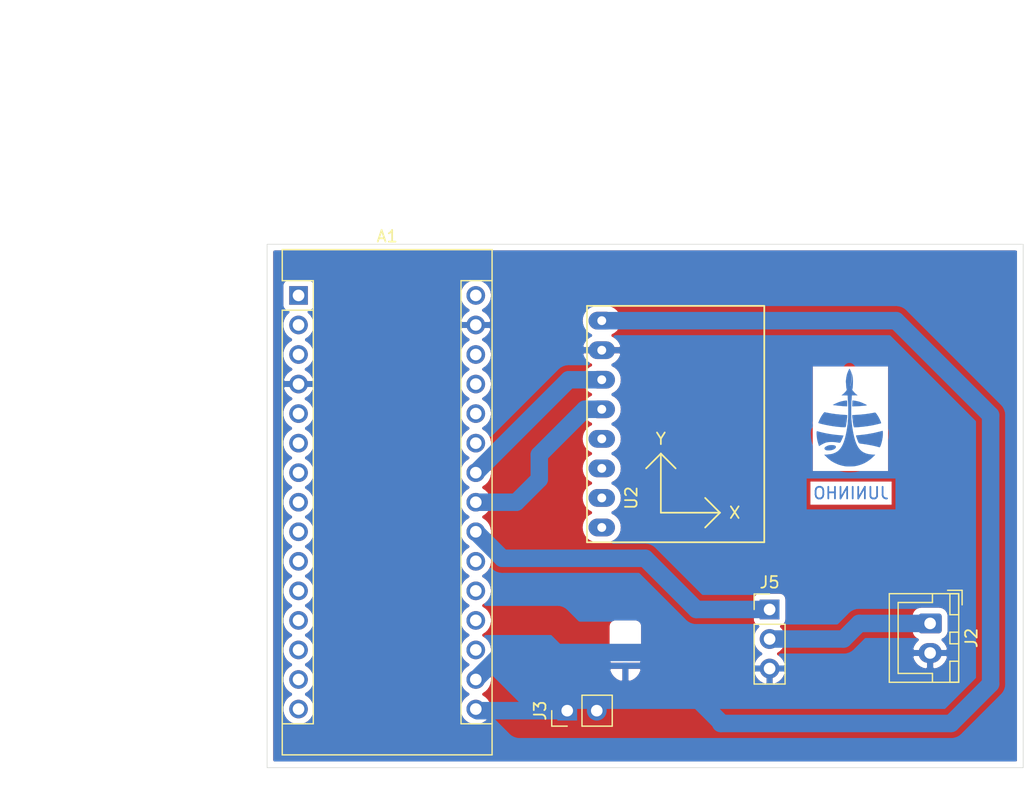
<source format=kicad_pcb>
(kicad_pcb (version 20171130) (host pcbnew "(5.1.12)-1")

  (general
    (thickness 1.6)
    (drawings 7)
    (tracks 25)
    (zones 0)
    (modules 6)
    (nets 35)
  )

  (page A4)
  (layers
    (0 F.Cu signal)
    (31 B.Cu signal)
    (32 B.Adhes user)
    (33 F.Adhes user)
    (34 B.Paste user)
    (35 F.Paste user)
    (36 B.SilkS user)
    (37 F.SilkS user)
    (38 B.Mask user)
    (39 F.Mask user)
    (40 Dwgs.User user)
    (41 Cmts.User user)
    (42 Eco1.User user)
    (43 Eco2.User user)
    (44 Edge.Cuts user)
    (45 Margin user)
    (46 B.CrtYd user)
    (47 F.CrtYd user)
    (48 B.Fab user)
    (49 F.Fab user)
  )

  (setup
    (last_trace_width 1.5)
    (user_trace_width 1)
    (user_trace_width 1.5)
    (trace_clearance 0.2)
    (zone_clearance 0.508)
    (zone_45_only no)
    (trace_min 0.2)
    (via_size 0.8)
    (via_drill 0.4)
    (via_min_size 0.4)
    (via_min_drill 0.3)
    (user_via 1 0.5)
    (uvia_size 0.3)
    (uvia_drill 0.1)
    (uvias_allowed no)
    (uvia_min_size 0.2)
    (uvia_min_drill 0.1)
    (edge_width 0.05)
    (segment_width 0.2)
    (pcb_text_width 0.3)
    (pcb_text_size 1.5 1.5)
    (mod_edge_width 0.12)
    (mod_text_size 1 1)
    (mod_text_width 0.15)
    (pad_size 1.524 1.524)
    (pad_drill 0.762)
    (pad_to_mask_clearance 0)
    (aux_axis_origin 107 115)
    (visible_elements 7FFFFFFF)
    (pcbplotparams
      (layerselection 0x00000_fffffffe)
      (usegerberextensions false)
      (usegerberattributes true)
      (usegerberadvancedattributes true)
      (creategerberjobfile true)
      (excludeedgelayer false)
      (linewidth 0.100000)
      (plotframeref false)
      (viasonmask false)
      (mode 1)
      (useauxorigin false)
      (hpglpennumber 1)
      (hpglpenspeed 20)
      (hpglpendiameter 15.000000)
      (psnegative false)
      (psa4output false)
      (plotreference false)
      (plotvalue false)
      (plotinvisibletext false)
      (padsonsilk true)
      (subtractmaskfromsilk false)
      (outputformat 4)
      (mirror false)
      (drillshape 1)
      (scaleselection 1)
      (outputdirectory ""))
  )

  (net 0 "")
  (net 1 /SCL0)
  (net 2 /SDA0)
  (net 3 GND)
  (net 4 +6V)
  (net 5 /Enable)
  (net 6 /3V3)
  (net 7 /PWM)
  (net 8 "Net-(U2-Pad8)")
  (net 9 "Net-(U2-Pad7)")
  (net 10 "Net-(U2-Pad6)")
  (net 11 "Net-(U2-Pad5)")
  (net 12 "Net-(A1-Pad15)")
  (net 13 "Net-(A1-Pad30)")
  (net 14 "Net-(A1-Pad14)")
  (net 15 "Net-(A1-Pad13)")
  (net 16 "Net-(A1-Pad28)")
  (net 17 "Net-(A1-Pad12)")
  (net 18 "Net-(A1-Pad27)")
  (net 19 "Net-(A1-Pad11)")
  (net 20 "Net-(A1-Pad26)")
  (net 21 "Net-(A1-Pad10)")
  (net 22 "Net-(A1-Pad25)")
  (net 23 "Net-(A1-Pad9)")
  (net 24 "Net-(A1-Pad8)")
  (net 25 "Net-(A1-Pad7)")
  (net 26 "Net-(A1-Pad6)")
  (net 27 "Net-(A1-Pad21)")
  (net 28 "Net-(A1-Pad5)")
  (net 29 "Net-(A1-Pad20)")
  (net 30 "Net-(A1-Pad3)")
  (net 31 "Net-(A1-Pad18)")
  (net 32 "Net-(A1-Pad2)")
  (net 33 "Net-(A1-Pad1)")
  (net 34 "Net-(A1-Pad19)")

  (net_class Default "This is the default net class."
    (clearance 0.2)
    (trace_width 0.25)
    (via_dia 0.8)
    (via_drill 0.4)
    (uvia_dia 0.3)
    (uvia_drill 0.1)
    (add_net +6V)
    (add_net /3V3)
    (add_net /Enable)
    (add_net /PWM)
    (add_net /SCL0)
    (add_net /SDA0)
    (add_net GND)
    (add_net "Net-(A1-Pad1)")
    (add_net "Net-(A1-Pad10)")
    (add_net "Net-(A1-Pad11)")
    (add_net "Net-(A1-Pad12)")
    (add_net "Net-(A1-Pad13)")
    (add_net "Net-(A1-Pad14)")
    (add_net "Net-(A1-Pad15)")
    (add_net "Net-(A1-Pad18)")
    (add_net "Net-(A1-Pad19)")
    (add_net "Net-(A1-Pad2)")
    (add_net "Net-(A1-Pad20)")
    (add_net "Net-(A1-Pad21)")
    (add_net "Net-(A1-Pad25)")
    (add_net "Net-(A1-Pad26)")
    (add_net "Net-(A1-Pad27)")
    (add_net "Net-(A1-Pad28)")
    (add_net "Net-(A1-Pad3)")
    (add_net "Net-(A1-Pad30)")
    (add_net "Net-(A1-Pad5)")
    (add_net "Net-(A1-Pad6)")
    (add_net "Net-(A1-Pad7)")
    (add_net "Net-(A1-Pad8)")
    (add_net "Net-(A1-Pad9)")
    (add_net "Net-(U2-Pad5)")
    (add_net "Net-(U2-Pad6)")
    (add_net "Net-(U2-Pad7)")
    (add_net "Net-(U2-Pad8)")
  )

  (module Module:Arduino_Nano (layer F.Cu) (tedit 58ACAF70) (tstamp 6251B70C)
    (at 109.7 74.4)
    (descr "Arduino Nano, http://www.mouser.com/pdfdocs/Gravitech_Arduino_Nano3_0.pdf")
    (tags "Arduino Nano")
    (path /62515E17)
    (fp_text reference A1 (at 7.62 -5.08) (layer F.SilkS)
      (effects (font (size 1 1) (thickness 0.15)))
    )
    (fp_text value Arduino_Nano_Every (at 8.89 19.05 90) (layer F.Fab)
      (effects (font (size 1 1) (thickness 0.15)))
    )
    (fp_line (start 16.75 42.16) (end -1.53 42.16) (layer F.CrtYd) (width 0.05))
    (fp_line (start 16.75 42.16) (end 16.75 -4.06) (layer F.CrtYd) (width 0.05))
    (fp_line (start -1.53 -4.06) (end -1.53 42.16) (layer F.CrtYd) (width 0.05))
    (fp_line (start -1.53 -4.06) (end 16.75 -4.06) (layer F.CrtYd) (width 0.05))
    (fp_line (start 16.51 -3.81) (end 16.51 39.37) (layer F.Fab) (width 0.1))
    (fp_line (start 0 -3.81) (end 16.51 -3.81) (layer F.Fab) (width 0.1))
    (fp_line (start -1.27 -2.54) (end 0 -3.81) (layer F.Fab) (width 0.1))
    (fp_line (start -1.27 39.37) (end -1.27 -2.54) (layer F.Fab) (width 0.1))
    (fp_line (start 16.51 39.37) (end -1.27 39.37) (layer F.Fab) (width 0.1))
    (fp_line (start 16.64 -3.94) (end -1.4 -3.94) (layer F.SilkS) (width 0.12))
    (fp_line (start 16.64 39.5) (end 16.64 -3.94) (layer F.SilkS) (width 0.12))
    (fp_line (start -1.4 39.5) (end 16.64 39.5) (layer F.SilkS) (width 0.12))
    (fp_line (start 3.81 41.91) (end 3.81 31.75) (layer F.Fab) (width 0.1))
    (fp_line (start 11.43 41.91) (end 3.81 41.91) (layer F.Fab) (width 0.1))
    (fp_line (start 11.43 31.75) (end 11.43 41.91) (layer F.Fab) (width 0.1))
    (fp_line (start 3.81 31.75) (end 11.43 31.75) (layer F.Fab) (width 0.1))
    (fp_line (start 1.27 36.83) (end -1.4 36.83) (layer F.SilkS) (width 0.12))
    (fp_line (start 1.27 1.27) (end 1.27 36.83) (layer F.SilkS) (width 0.12))
    (fp_line (start 1.27 1.27) (end -1.4 1.27) (layer F.SilkS) (width 0.12))
    (fp_line (start 13.97 36.83) (end 16.64 36.83) (layer F.SilkS) (width 0.12))
    (fp_line (start 13.97 -1.27) (end 13.97 36.83) (layer F.SilkS) (width 0.12))
    (fp_line (start 13.97 -1.27) (end 16.64 -1.27) (layer F.SilkS) (width 0.12))
    (fp_line (start -1.4 -3.94) (end -1.4 -1.27) (layer F.SilkS) (width 0.12))
    (fp_line (start -1.4 1.27) (end -1.4 39.5) (layer F.SilkS) (width 0.12))
    (fp_line (start 1.27 -1.27) (end -1.4 -1.27) (layer F.SilkS) (width 0.12))
    (fp_line (start 1.27 1.27) (end 1.27 -1.27) (layer F.SilkS) (width 0.12))
    (fp_text user %R (at 6.35 19.05 90) (layer F.Fab)
      (effects (font (size 1 1) (thickness 0.15)))
    )
    (pad 16 thru_hole oval (at 15.24 35.56) (size 1.6 1.6) (drill 1) (layers *.Cu *.Mask)
      (net 5 /Enable))
    (pad 15 thru_hole oval (at 0 35.56) (size 1.6 1.6) (drill 1) (layers *.Cu *.Mask)
      (net 12 "Net-(A1-Pad15)"))
    (pad 30 thru_hole oval (at 15.24 0) (size 1.6 1.6) (drill 1) (layers *.Cu *.Mask)
      (net 13 "Net-(A1-Pad30)"))
    (pad 14 thru_hole oval (at 0 33.02) (size 1.6 1.6) (drill 1) (layers *.Cu *.Mask)
      (net 14 "Net-(A1-Pad14)"))
    (pad 29 thru_hole oval (at 15.24 2.54) (size 1.6 1.6) (drill 1) (layers *.Cu *.Mask)
      (net 3 GND))
    (pad 13 thru_hole oval (at 0 30.48) (size 1.6 1.6) (drill 1) (layers *.Cu *.Mask)
      (net 15 "Net-(A1-Pad13)"))
    (pad 28 thru_hole oval (at 15.24 5.08) (size 1.6 1.6) (drill 1) (layers *.Cu *.Mask)
      (net 16 "Net-(A1-Pad28)"))
    (pad 12 thru_hole oval (at 0 27.94) (size 1.6 1.6) (drill 1) (layers *.Cu *.Mask)
      (net 17 "Net-(A1-Pad12)"))
    (pad 27 thru_hole oval (at 15.24 7.62) (size 1.6 1.6) (drill 1) (layers *.Cu *.Mask)
      (net 18 "Net-(A1-Pad27)"))
    (pad 11 thru_hole oval (at 0 25.4) (size 1.6 1.6) (drill 1) (layers *.Cu *.Mask)
      (net 19 "Net-(A1-Pad11)"))
    (pad 26 thru_hole oval (at 15.24 10.16) (size 1.6 1.6) (drill 1) (layers *.Cu *.Mask)
      (net 20 "Net-(A1-Pad26)"))
    (pad 10 thru_hole oval (at 0 22.86) (size 1.6 1.6) (drill 1) (layers *.Cu *.Mask)
      (net 21 "Net-(A1-Pad10)"))
    (pad 25 thru_hole oval (at 15.24 12.7) (size 1.6 1.6) (drill 1) (layers *.Cu *.Mask)
      (net 22 "Net-(A1-Pad25)"))
    (pad 9 thru_hole oval (at 0 20.32) (size 1.6 1.6) (drill 1) (layers *.Cu *.Mask)
      (net 23 "Net-(A1-Pad9)"))
    (pad 24 thru_hole oval (at 15.24 15.24) (size 1.6 1.6) (drill 1) (layers *.Cu *.Mask)
      (net 1 /SCL0))
    (pad 8 thru_hole oval (at 0 17.78) (size 1.6 1.6) (drill 1) (layers *.Cu *.Mask)
      (net 24 "Net-(A1-Pad8)"))
    (pad 23 thru_hole oval (at 15.24 17.78) (size 1.6 1.6) (drill 1) (layers *.Cu *.Mask)
      (net 2 /SDA0))
    (pad 7 thru_hole oval (at 0 15.24) (size 1.6 1.6) (drill 1) (layers *.Cu *.Mask)
      (net 25 "Net-(A1-Pad7)"))
    (pad 22 thru_hole oval (at 15.24 20.32) (size 1.6 1.6) (drill 1) (layers *.Cu *.Mask)
      (net 7 /PWM))
    (pad 6 thru_hole oval (at 0 12.7) (size 1.6 1.6) (drill 1) (layers *.Cu *.Mask)
      (net 26 "Net-(A1-Pad6)"))
    (pad 21 thru_hole oval (at 15.24 22.86) (size 1.6 1.6) (drill 1) (layers *.Cu *.Mask)
      (net 27 "Net-(A1-Pad21)"))
    (pad 5 thru_hole oval (at 0 10.16) (size 1.6 1.6) (drill 1) (layers *.Cu *.Mask)
      (net 28 "Net-(A1-Pad5)"))
    (pad 20 thru_hole oval (at 15.24 25.4) (size 1.6 1.6) (drill 1) (layers *.Cu *.Mask)
      (net 29 "Net-(A1-Pad20)"))
    (pad 4 thru_hole oval (at 0 7.62) (size 1.6 1.6) (drill 1) (layers *.Cu *.Mask)
      (net 3 GND))
    (pad 19 thru_hole oval (at 15.24 27.94) (size 1.6 1.6) (drill 1) (layers *.Cu *.Mask)
      (net 34 "Net-(A1-Pad19)"))
    (pad 3 thru_hole oval (at 0 5.08) (size 1.6 1.6) (drill 1) (layers *.Cu *.Mask)
      (net 30 "Net-(A1-Pad3)"))
    (pad 18 thru_hole oval (at 15.24 30.48) (size 1.6 1.6) (drill 1) (layers *.Cu *.Mask)
      (net 31 "Net-(A1-Pad18)"))
    (pad 2 thru_hole oval (at 0 2.54) (size 1.6 1.6) (drill 1) (layers *.Cu *.Mask)
      (net 32 "Net-(A1-Pad2)"))
    (pad 17 thru_hole oval (at 15.24 33.02) (size 1.6 1.6) (drill 1) (layers *.Cu *.Mask)
      (net 6 /3V3))
    (pad 1 thru_hole rect (at 0 0) (size 1.6 1.6) (drill 1) (layers *.Cu *.Mask)
      (net 33 "Net-(A1-Pad1)"))
    (model ${KISYS3DMOD}/Module.3dshapes/Arduino_Nano_WithMountingHoles.wrl
      (at (xyz 0 0 0))
      (scale (xyz 1 1 1))
      (rotate (xyz 0 0 0))
    )
  )

  (module Jupiter:Logo_B (layer F.Cu) (tedit 620E76D5) (tstamp 61E157FE)
    (at 156.9 86)
    (fp_text reference G*** (at 0 0 180) (layer B.SilkS) hide
      (effects (font (size 1.524 1.524) (thickness 0.3)) (justify mirror))
    )
    (fp_text value LOGO (at -0.75 0 180) (layer B.SilkS) hide
      (effects (font (size 1.524 1.524) (thickness 0.3)) (justify mirror))
    )
    (fp_poly (pts (xy 0.180493 -5.278739) (xy 0.207336 -5.235505) (xy 0.240491 -5.171586) (xy 0.276783 -5.093645)
      (xy 0.313033 -5.008339) (xy 0.346065 -4.92233) (xy 0.360368 -4.881182) (xy 0.40161 -4.748214)
      (xy 0.431697 -4.626401) (xy 0.451819 -4.506347) (xy 0.463165 -4.378659) (xy 0.466924 -4.233943)
      (xy 0.464287 -4.062803) (xy 0.464232 -4.060917) (xy 0.458628 -3.922733) (xy 0.450527 -3.797491)
      (xy 0.440522 -3.692375) (xy 0.429205 -3.614569) (xy 0.42626 -3.600312) (xy 0.398099 -3.47535)
      (xy 0.486772 -3.363914) (xy 0.577665 -3.258803) (xy 0.678376 -3.1574) (xy 0.77679 -3.071648)
      (xy 0.805463 -3.049724) (xy 0.859892 -3.00978) (xy 0.610428 -3.009206) (xy 0.508701 -3.008382)
      (xy 0.438082 -3.006085) (xy 0.393404 -3.001748) (xy 0.369502 -2.994806) (xy 0.361207 -2.984696)
      (xy 0.360963 -2.981935) (xy 0.359965 -2.95747) (xy 0.357144 -2.901657) (xy 0.352766 -2.819375)
      (xy 0.347093 -2.7155) (xy 0.340391 -2.59491) (xy 0.332922 -2.462484) (xy 0.331768 -2.442185)
      (xy 0.312103 -1.963763) (xy 0.309533 -1.511213) (xy 0.324446 -1.078194) (xy 0.357233 -0.658364)
      (xy 0.408283 -0.245385) (xy 0.477987 0.167087) (xy 0.498697 0.272475) (xy 0.569177 0.58403)
      (xy 0.648155 0.861379) (xy 0.736288 1.105742) (xy 0.834232 1.318341) (xy 0.942643 1.500397)
      (xy 1.062177 1.653132) (xy 1.193491 1.777768) (xy 1.33724 1.875525) (xy 1.369206 1.892825)
      (xy 1.514725 1.960234) (xy 1.663162 2.011441) (xy 1.8231 2.048538) (xy 2.003123 2.073618)
      (xy 2.161977 2.086125) (xy 2.375491 2.098583) (xy 2.225477 2.250686) (xy 1.983336 2.472023)
      (xy 1.725638 2.660607) (xy 1.451854 2.81671) (xy 1.161454 2.940606) (xy 0.853909 3.03257)
      (xy 0.624035 3.078764) (xy 0.547683 3.087685) (xy 0.44515 3.094762) (xy 0.32605 3.09982)
      (xy 0.200001 3.102684) (xy 0.076618 3.103177) (xy -0.034484 3.101124) (xy -0.123687 3.096349)
      (xy -0.156108 3.093013) (xy -0.455621 3.037917) (xy -0.748657 2.952272) (xy -1.025901 2.838898)
      (xy -1.076384 2.814274) (xy -1.227943 2.734781) (xy -1.359574 2.656978) (xy -1.480032 2.5745)
      (xy -1.598069 2.480985) (xy -1.722439 2.37007) (xy -1.831645 2.265254) (xy -2.001325 2.098583)
      (xy -1.904217 2.094078) (xy -1.785579 2.086345) (xy -1.658106 2.074295) (xy -1.532815 2.059261)
      (xy -1.420728 2.042581) (xy -1.332865 2.02559) (xy -1.326322 2.024043) (xy -1.256449 2.002984)
      (xy -1.168946 1.97065) (xy -1.07834 1.932582) (xy -1.039521 1.914625) (xy -0.896834 1.833332)
      (xy -0.76629 1.731221) (xy -0.647087 1.606653) (xy -0.538426 1.457985) (xy -0.439505 1.283578)
      (xy -0.349524 1.08179) (xy -0.26768 0.850981) (xy -0.193175 0.589509) (xy -0.125206 0.295734)
      (xy -0.062973 -0.031986) (xy -0.048972 -0.114845) (xy 0.00966 -0.547153) (xy 0.047509 -1.009062)
      (xy 0.064569 -1.500425) (xy 0.060837 -2.021098) (xy 0.036308 -2.570934) (xy 0.028443 -2.691131)
      (xy 0.007178 -2.99956) (xy -0.253376 -3.004606) (xy -0.513929 -3.009652) (xy -0.443876 -3.060595)
      (xy -0.386105 -3.107859) (xy -0.315847 -3.172966) (xy -0.242122 -3.24674) (xy -0.17395 -3.320006)
      (xy -0.120349 -3.383589) (xy -0.102583 -3.407774) (xy -0.079863 -3.443596) (xy -0.069285 -3.473497)
      (xy -0.069631 -3.509903) (xy -0.079682 -3.565242) (xy -0.084798 -3.589202) (xy -0.097369 -3.66191)
      (xy -0.109145 -3.754883) (xy -0.115295 -3.820875) (xy 0.206539 -3.820875) (xy 0.209848 -3.809041)
      (xy 0.218849 -3.810502) (xy 0.23541 -3.830189) (xy 0.258399 -3.875965) (xy 0.283676 -3.939206)
      (xy 0.291924 -3.962764) (xy 0.346111 -4.171862) (xy 0.369318 -4.38888) (xy 0.361507 -4.61672)
      (xy 0.322637 -4.858286) (xy 0.277218 -5.036107) (xy 0.258145 -5.096822) (xy 0.246564 -5.124114)
      (xy 0.242783 -5.120128) (xy 0.247111 -5.087009) (xy 0.259857 -5.0269) (xy 0.269948 -4.985549)
      (xy 0.309216 -4.791148) (xy 0.330726 -4.593604) (xy 0.334757 -4.39953) (xy 0.321586 -4.215541)
      (xy 0.291488 -4.04825) (xy 0.244741 -3.904271) (xy 0.222709 -3.857124) (xy 0.206539 -3.820875)
      (xy -0.115295 -3.820875) (xy -0.118207 -3.852116) (xy -0.12064 -3.88856) (xy -0.125796 -3.973458)
      (xy -0.131002 -4.051262) (xy -0.135469 -4.110488) (xy -0.137289 -4.130638) (xy -0.139494 -4.219075)
      (xy -0.132203 -4.332377) (xy -0.116927 -4.460831) (xy -0.095177 -4.594726) (xy -0.068461 -4.724348)
      (xy -0.038289 -4.839987) (xy -0.016983 -4.904559) (xy 0.012301 -4.97981) (xy 0.045874 -5.060049)
      (xy 0.080494 -5.138256) (xy 0.112919 -5.207412) (xy 0.139907 -5.260496) (xy 0.158218 -5.290488)
      (xy 0.163139 -5.294631) (xy 0.180493 -5.278739)) (layer B.Cu) (width 0.01))
    (fp_poly (pts (xy -1.27 1.27) (xy -1.17214 1.284871) (xy -1.09179 1.309113) (xy -1.03597 1.341836)
      (xy -1.017687 1.364185) (xy -1.000924 1.428377) (xy -1.01683 1.491366) (xy -1.0618 1.551037)
      (xy -1.132228 1.605272) (xy -1.224511 1.651956) (xy -1.335041 1.688972) (xy -1.460215 1.714205)
      (xy -1.596426 1.725539) (xy -1.634027 1.725945) (xy -1.734569 1.721413) (xy -1.814226 1.709573)
      (xy -1.851925 1.697926) (xy -1.92936 1.652904) (xy -1.971843 1.600651) (xy -1.979043 1.542027)
      (xy -1.950629 1.477895) (xy -1.941336 1.465361) (xy -1.893198 1.421939) (xy -1.819641 1.376595)
      (xy -1.730827 1.33451) (xy -1.63692 1.300868) (xy -1.598465 1.290517) (xy -1.490181 1.271933)
      (xy -1.378353 1.265391) (xy -1.27 1.27)) (layer B.Cu) (width 0.01))
    (fp_poly (pts (xy 3.018415 0.055689) (xy 3.026723 0.088194) (xy 3.033922 0.149407) (xy 3.034115 0.151339)
      (xy 3.03916 0.29051) (xy 3.030567 0.453212) (xy 3.009995 0.630617) (xy 2.979102 0.813896)
      (xy 2.939545 0.994222) (xy 2.892984 1.162766) (xy 2.841077 1.310699) (xy 2.798708 1.404619)
      (xy 2.784945 1.429648) (xy 2.770063 1.444472) (xy 2.747104 1.449183) (xy 2.709112 1.443873)
      (xy 2.649129 1.428635) (xy 2.574392 1.407585) (xy 2.407169 1.363917) (xy 2.21229 1.319443)
      (xy 1.9983 1.275781) (xy 1.773749 1.234552) (xy 1.547182 1.197375) (xy 1.327148 1.165868)
      (xy 1.240892 1.154976) (xy 1.139938 1.142422) (xy 1.067987 1.130543) (xy 1.018061 1.115325)
      (xy 0.983181 1.092755) (xy 0.95637 1.058817) (xy 0.930649 1.009499) (xy 0.910003 0.964655)
      (xy 0.886918 0.910083) (xy 0.859181 0.838373) (xy 0.829216 0.756602) (xy 0.799448 0.671852)
      (xy 0.772301 0.591202) (xy 0.750202 0.521731) (xy 0.735574 0.470519) (xy 0.730843 0.444646)
      (xy 0.731351 0.443077) (xy 0.750914 0.439216) (xy 0.800567 0.433056) (xy 0.874234 0.425248)
      (xy 0.965842 0.416445) (xy 1.044148 0.409455) (xy 1.630783 0.341009) (xy 2.21651 0.237557)
      (xy 2.795951 0.100102) (xy 2.984491 0.047561) (xy 3.005503 0.044582) (xy 3.018415 0.055689)) (layer B.Cu) (width 0.01))
    (fp_poly (pts (xy -2.569853 0.081858) (xy -2.494161 0.102993) (xy -2.397029 0.128267) (xy -2.28548 0.155965)
      (xy -2.166539 0.184377) (xy -2.047229 0.211789) (xy -1.934574 0.236488) (xy -1.843394 0.255236)
      (xy -1.580463 0.303402) (xy -1.315468 0.344446) (xy -1.039352 0.379547) (xy -0.743058 0.409885)
      (xy -0.496287 0.430678) (xy -0.427801 0.436537) (xy -0.375784 0.442029) (xy -0.348662 0.446223)
      (xy -0.346608 0.447192) (xy -0.353564 0.469932) (xy -0.372267 0.518129) (xy -0.399474 0.584192)
      (xy -0.431941 0.660534) (xy -0.466422 0.739567) (xy -0.499674 0.813701) (xy -0.528453 0.87535)
      (xy -0.537982 0.894807) (xy -0.578969 0.976557) (xy -0.610361 1.030803) (xy -0.640137 1.061785)
      (xy -0.676276 1.073746) (xy -0.726757 1.070925) (xy -0.799561 1.057563) (xy -0.832081 1.051125)
      (xy -1.031424 1.019913) (xy -1.233791 1.002774) (xy -1.431184 0.999671) (xy -1.615604 1.01057)
      (xy -1.779053 1.035434) (xy -1.859545 1.055774) (xy -1.953749 1.089922) (xy -2.065536 1.139585)
      (xy -2.183167 1.198907) (xy -2.294902 1.262031) (xy -2.373098 1.311978) (xy -2.449232 1.364201)
      (xy -2.512187 1.168963) (xy -2.562938 0.999795) (xy -2.60053 0.843989) (xy -2.628178 0.685731)
      (xy -2.649099 0.509208) (xy -2.651515 0.48386) (xy -2.660928 0.353028) (xy -2.663297 0.242687)
      (xy -2.658897 0.156151) (xy -2.648 0.096732) (xy -2.63088 0.067744) (xy -2.61708 0.066574)
      (xy -2.569853 0.081858)) (layer B.Cu) (width 0))
    (fp_poly (pts (xy 2.388083 -1.52212) (xy 2.429167 -1.484713) (xy 2.479916 -1.423619) (xy 2.537392 -1.34339)
      (xy 2.598656 -1.248576) (xy 2.660768 -1.143727) (xy 2.720788 -1.033394) (xy 2.775778 -0.922128)
      (xy 2.822797 -0.814479) (xy 2.823111 -0.813701) (xy 2.858003 -0.723214) (xy 2.877852 -0.661671)
      (xy 2.883632 -0.625456) (xy 2.877632 -0.611542) (xy 2.848359 -0.601157) (xy 2.789778 -0.584682)
      (xy 2.708071 -0.563587) (xy 2.609418 -0.539341) (xy 2.500002 -0.513413) (xy 2.386004 -0.487274)
      (xy 2.273606 -0.462391) (xy 2.16899 -0.440235) (xy 2.093606 -0.425182) (xy 1.905228 -0.392127)
      (xy 1.693631 -0.360425) (xy 1.469054 -0.331249) (xy 1.24173 -0.30577) (xy 1.021897 -0.285162)
      (xy 0.81979 -0.270595) (xy 0.690232 -0.26448) (xy 0.617532 -0.263663) (xy 0.573083 -0.268096)
      (xy 0.549066 -0.279066) (xy 0.541382 -0.288998) (xy 0.528038 -0.328326) (xy 0.512379 -0.397582)
      (xy 0.495286 -0.490548) (xy 0.477641 -0.601008) (xy 0.460325 -0.722745) (xy 0.44422 -0.849542)
      (xy 0.430208 -0.975182) (xy 0.41917 -1.093448) (xy 0.411987 -1.198123) (xy 0.411719 -1.203417)
      (xy 0.40632 -1.312274) (xy 0.53332 -1.316417) (xy 0.701733 -1.323876) (xy 0.891854 -1.335584)
      (xy 1.090903 -1.350536) (xy 1.286099 -1.367729) (xy 1.464662 -1.386158) (xy 1.549321 -1.396227)
      (xy 1.654421 -1.410299) (xy 1.771865 -1.427397) (xy 1.894869 -1.44639) (xy 2.016653 -1.466148)
      (xy 2.130436 -1.48554) (xy 2.229436 -1.503437) (xy 2.306871 -1.518707) (xy 2.35596 -1.53022)
      (xy 2.359605 -1.53129) (xy 2.388083 -1.52212)) (layer B.Cu) (width 0.01))
    (fp_poly (pts (xy -1.956721 -1.553171) (xy -1.903523 -1.543669) (xy -1.833275 -1.529688) (xy -1.793184 -1.52124)
      (xy -1.399958 -1.447619) (xy -0.975596 -1.388804) (xy -0.522209 -1.345069) (xy -0.355679 -1.333288)
      (xy -0.029108 -1.312274) (xy -0.034732 -1.194345) (xy -0.041383 -1.096634) (xy -0.052448 -0.980404)
      (xy -0.066895 -0.853163) (xy -0.08369 -0.722419) (xy -0.101799 -0.595682) (xy -0.120191 -0.48046)
      (xy -0.137831 -0.384261) (xy -0.153687 -0.314594) (xy -0.157683 -0.30081) (xy -0.167259 -0.285334)
      (xy -0.188939 -0.276094) (xy -0.230016 -0.271818) (xy -0.297784 -0.271232) (xy -0.325152 -0.271598)
      (xy -0.418493 -0.274456) (xy -0.528295 -0.279825) (xy -0.634906 -0.286699) (xy -0.664108 -0.288968)
      (xy -1.07325 -0.332535) (xy -1.497701 -0.396881) (xy -1.92463 -0.479882) (xy -2.196931 -0.542718)
      (xy -2.326025 -0.575776) (xy -2.419939 -0.602855) (xy -2.47925 -0.624142) (xy -2.504535 -0.639824)
      (xy -2.505608 -0.642933) (xy -2.498016 -0.677701) (xy -2.477448 -0.737022) (xy -2.447217 -0.813024)
      (xy -2.410635 -0.897838) (xy -2.371015 -0.98359) (xy -2.331669 -1.06241) (xy -2.319448 -1.085302)
      (xy -2.267583 -1.175933) (xy -2.210686 -1.267741) (xy -2.152584 -1.355352) (xy -2.097106 -1.433396)
      (xy -2.048081 -1.4965) (xy -2.009335 -1.539292) (xy -1.984696 -1.5564) (xy -1.983684 -1.556495)
      (xy -1.956721 -1.553171)) (layer B.Cu) (width 0.01))
    (fp_poly (pts (xy -0.054009 -2.562693) (xy -0.05376 -2.562548) (xy -0.04803 -2.541823) (xy -0.043249 -2.491794)
      (xy -0.039844 -2.419439) (xy -0.038247 -2.331734) (xy -0.03818 -2.30906) (xy -0.03818 -2.065202)
      (xy -0.115287 -2.067793) (xy -0.165184 -2.070162) (xy -0.240157 -2.074554) (xy -0.329098 -2.080289)
      (xy -0.401037 -2.08526) (xy -0.510168 -2.093981) (xy -0.634274 -2.105431) (xy -0.764832 -2.118676)
      (xy -0.893319 -2.132779) (xy -1.011212 -2.146805) (xy -1.109988 -2.159818) (xy -1.181125 -2.170883)
      (xy -1.18118 -2.170893) (xy -1.262822 -2.185555) (xy -1.095209 -2.270599) (xy -0.925796 -2.35133)
      (xy -0.766479 -2.415128) (xy -0.599887 -2.468766) (xy -0.55405 -2.481662) (xy -0.476756 -2.500856)
      (xy -0.388619 -2.51958) (xy -0.297318 -2.536591) (xy -0.210529 -2.55065) (xy -0.135929 -2.560514)
      (xy -0.081197 -2.564942) (xy -0.054009 -2.562693)) (layer B.Cu) (width 0.01))
    (fp_poly (pts (xy 0.506106 -2.55885) (xy 0.602785 -2.547979) (xy 0.722124 -2.527466) (xy 0.852536 -2.49965)
      (xy 0.982429 -2.466868) (xy 1.032249 -2.452711) (xy 1.099285 -2.430247) (xy 1.180177 -2.398984)
      (xy 1.269239 -2.361615) (xy 1.360785 -2.320836) (xy 1.449127 -2.279344) (xy 1.52858 -2.239833)
      (xy 1.593458 -2.205) (xy 1.638073 -2.177539) (xy 1.65674 -2.160147) (xy 1.656122 -2.156966)
      (xy 1.630451 -2.148394) (xy 1.573902 -2.138513) (xy 1.491842 -2.127775) (xy 1.389637 -2.116632)
      (xy 1.272652 -2.105538) (xy 1.146253 -2.094945) (xy 1.015805 -2.085305) (xy 0.886675 -2.077071)
      (xy 0.764229 -2.070696) (xy 0.653831 -2.066632) (xy 0.569606 -2.065325) (xy 0.40632 -2.06513)
      (xy 0.415392 -2.31463) (xy 0.424463 -2.564131) (xy 0.506106 -2.55885)) (layer B.Cu) (width 0.01))
    (fp_poly (pts (xy -0.546179 -3.035845) (xy -0.555251 -3.026774) (xy -0.564322 -3.035845) (xy -0.555251 -3.044917)
      (xy -0.546179 -3.035845)) (layer Eco2.User) (width 0.01))
  )

  (module footprints:GY-521 (layer F.Cu) (tedit 5B1B7D6D) (tstamp 624F173B)
    (at 134.5 75.3 270)
    (path /624FC2C9)
    (fp_text reference U2 (at 16.51 -3.81 90) (layer F.SilkS)
      (effects (font (size 1 1) (thickness 0.15)))
    )
    (fp_text value GY-521-symbols (at 3.81 -12.7 90) (layer F.Fab)
      (effects (font (size 1 1) (thickness 0.15)))
    )
    (fp_line (start 17.78 -11.43) (end 19.05 -10.16) (layer F.SilkS) (width 0.15))
    (fp_line (start 16.51 -10.16) (end 17.78 -11.43) (layer F.SilkS) (width 0.15))
    (fp_line (start 17.78 -11.43) (end 17.78 -6.35) (layer F.SilkS) (width 0.15))
    (fp_line (start 17.78 -6.35) (end 12.7 -6.35) (layer F.SilkS) (width 0.15))
    (fp_line (start 12.7 -6.35) (end 13.97 -5.08) (layer F.SilkS) (width 0.15))
    (fp_line (start 13.97 -7.62) (end 12.7 -6.35) (layer F.SilkS) (width 0.15))
    (fp_line (start 0 0) (end 0 -15.24) (layer F.SilkS) (width 0.15))
    (fp_line (start 20.32 0) (end 0 0) (layer F.SilkS) (width 0.15))
    (fp_line (start 20.32 -15.24) (end 20.32 0) (layer F.SilkS) (width 0.15))
    (fp_line (start 0 -15.24) (end 20.32 -15.24) (layer F.SilkS) (width 0.15))
    (fp_text user X (at 17.78 -12.7) (layer F.SilkS)
      (effects (font (size 1 1) (thickness 0.15)))
    )
    (fp_text user Y (at 11.43 -6.35) (layer F.SilkS)
      (effects (font (size 1 1) (thickness 0.15)))
    )
    (pad 8 thru_hole oval (at 19.05 -1.27 270) (size 1.524 2.268) (drill 0.762) (layers *.Cu *.Mask)
      (net 8 "Net-(U2-Pad8)"))
    (pad 7 thru_hole oval (at 16.51 -1.27 270) (size 1.524 2.268) (drill 0.762) (layers *.Cu *.Mask)
      (net 9 "Net-(U2-Pad7)"))
    (pad 6 thru_hole oval (at 13.97 -1.27 270) (size 1.524 2.268) (drill 0.762) (layers *.Cu *.Mask)
      (net 10 "Net-(U2-Pad6)"))
    (pad 5 thru_hole oval (at 11.43 -1.27 270) (size 1.524 2.268) (drill 0.762) (layers *.Cu *.Mask)
      (net 11 "Net-(U2-Pad5)"))
    (pad 4 thru_hole oval (at 8.89 -1.27 270) (size 1.524 2.268) (drill 0.762) (layers *.Cu *.Mask)
      (net 2 /SDA0))
    (pad 3 thru_hole oval (at 6.35 -1.27 270) (size 1.524 2.268) (drill 0.762) (layers *.Cu *.Mask)
      (net 1 /SCL0))
    (pad 2 thru_hole oval (at 3.81 -1.27 270) (size 1.524 2.268) (drill 0.762) (layers *.Cu *.Mask)
      (net 3 GND))
    (pad 1 thru_hole oval (at 1.27 -1.27 270) (size 1.524 2.268) (drill 0.762) (layers *.Cu *.Mask)
      (net 6 /3V3))
  )

  (module Jupiter:JS-1001-02 (layer F.Cu) (tedit 5E2B7E45) (tstamp 61E1367A)
    (at 164 102.6 270)
    (descr "JST XH series connector, B2B-XH-A (http://www.jst-mfg.com/product/pdf/eng/eXH.pdf), generated with kicad-footprint-generator")
    (tags "connector JST XH vertical")
    (path /61E06A34)
    (fp_text reference J2 (at 1.25 -3.55 90) (layer F.SilkS)
      (effects (font (size 1 1) (thickness 0.15)))
    )
    (fp_text value Conn_01x02_Male (at 1.25 4.6 90) (layer F.Fab)
      (effects (font (size 1 1) (thickness 0.15)))
    )
    (fp_line (start -2.85 -2.75) (end -2.85 -1.5) (layer F.SilkS) (width 0.12))
    (fp_line (start -1.6 -2.75) (end -2.85 -2.75) (layer F.SilkS) (width 0.12))
    (fp_line (start 4.3 2.75) (end 1.25 2.75) (layer F.SilkS) (width 0.12))
    (fp_line (start 4.3 -0.2) (end 4.3 2.75) (layer F.SilkS) (width 0.12))
    (fp_line (start 5.05 -0.2) (end 4.3 -0.2) (layer F.SilkS) (width 0.12))
    (fp_line (start -1.8 2.75) (end 1.25 2.75) (layer F.SilkS) (width 0.12))
    (fp_line (start -1.8 -0.2) (end -1.8 2.75) (layer F.SilkS) (width 0.12))
    (fp_line (start -2.55 -0.2) (end -1.8 -0.2) (layer F.SilkS) (width 0.12))
    (fp_line (start 5.05 -2.45) (end 3.25 -2.45) (layer F.SilkS) (width 0.12))
    (fp_line (start 5.05 -1.7) (end 5.05 -2.45) (layer F.SilkS) (width 0.12))
    (fp_line (start 3.25 -1.7) (end 5.05 -1.7) (layer F.SilkS) (width 0.12))
    (fp_line (start 3.25 -2.45) (end 3.25 -1.7) (layer F.SilkS) (width 0.12))
    (fp_line (start -0.75 -2.45) (end -2.55 -2.45) (layer F.SilkS) (width 0.12))
    (fp_line (start -0.75 -1.7) (end -0.75 -2.45) (layer F.SilkS) (width 0.12))
    (fp_line (start -2.55 -1.7) (end -0.75 -1.7) (layer F.SilkS) (width 0.12))
    (fp_line (start -2.55 -2.45) (end -2.55 -1.7) (layer F.SilkS) (width 0.12))
    (fp_line (start 1.75 -2.45) (end 0.75 -2.45) (layer F.SilkS) (width 0.12))
    (fp_line (start 1.75 -1.7) (end 1.75 -2.45) (layer F.SilkS) (width 0.12))
    (fp_line (start 0.75 -1.7) (end 1.75 -1.7) (layer F.SilkS) (width 0.12))
    (fp_line (start 0.75 -2.45) (end 0.75 -1.7) (layer F.SilkS) (width 0.12))
    (fp_line (start 0 -1.35) (end 0.625 -2.35) (layer F.Fab) (width 0.1))
    (fp_line (start -0.625 -2.35) (end 0 -1.35) (layer F.Fab) (width 0.1))
    (fp_line (start 5.45 -2.85) (end -2.95 -2.85) (layer F.CrtYd) (width 0.05))
    (fp_line (start 5.45 3.9) (end 5.45 -2.85) (layer F.CrtYd) (width 0.05))
    (fp_line (start -2.95 3.9) (end 5.45 3.9) (layer F.CrtYd) (width 0.05))
    (fp_line (start -2.95 -2.85) (end -2.95 3.9) (layer F.CrtYd) (width 0.05))
    (fp_line (start 5.06 -2.46) (end -2.56 -2.46) (layer F.SilkS) (width 0.12))
    (fp_line (start 5.06 3.51) (end 5.06 -2.46) (layer F.SilkS) (width 0.12))
    (fp_line (start -2.56 3.51) (end 5.06 3.51) (layer F.SilkS) (width 0.12))
    (fp_line (start -2.56 -2.46) (end -2.56 3.51) (layer F.SilkS) (width 0.12))
    (fp_line (start 4.95 -2.35) (end -2.45 -2.35) (layer F.Fab) (width 0.1))
    (fp_line (start 4.95 3.4) (end 4.95 -2.35) (layer F.Fab) (width 0.1))
    (fp_line (start -2.45 3.4) (end 4.95 3.4) (layer F.Fab) (width 0.1))
    (fp_line (start -2.45 -2.35) (end -2.45 3.4) (layer F.Fab) (width 0.1))
    (fp_text user %R (at 1.25 2.7 90) (layer F.Fab)
      (effects (font (size 1 1) (thickness 0.15)))
    )
    (pad 2 thru_hole oval (at 2.54 0 270) (size 1.7 2) (drill 1) (layers *.Cu *.Mask)
      (net 3 GND))
    (pad 1 thru_hole roundrect (at 0 0 270) (size 1.7 2) (drill 1) (layers *.Cu *.Mask) (roundrect_rratio 0.1470588235294118)
      (net 4 +6V))
    (model ${KISYS3DMOD}/Connector_JST.3dshapes/JST_XH_B2B-XH-A_1x02_P2.50mm_Vertical.wrl
      (at (xyz 0 0 0))
      (scale (xyz 1 1 1))
      (rotate (xyz 0 0 0))
    )
  )

  (module Connector_PinHeader_2.54mm:PinHeader_1x02_P2.54mm_Vertical (layer F.Cu) (tedit 59FED5CC) (tstamp 61E13690)
    (at 132.8 110.1 90)
    (descr "Through hole straight pin header, 1x02, 2.54mm pitch, single row")
    (tags "Through hole pin header THT 1x02 2.54mm single row")
    (path /61E06A2E)
    (fp_text reference J3 (at 0 -2.33 90) (layer F.SilkS)
      (effects (font (size 1 1) (thickness 0.15)))
    )
    (fp_text value Conn_01x02_Male (at 0 4.87 90) (layer F.Fab)
      (effects (font (size 1 1) (thickness 0.15)))
    )
    (fp_line (start -0.635 -1.27) (end 1.27 -1.27) (layer F.Fab) (width 0.1))
    (fp_line (start 1.27 -1.27) (end 1.27 3.81) (layer F.Fab) (width 0.1))
    (fp_line (start 1.27 3.81) (end -1.27 3.81) (layer F.Fab) (width 0.1))
    (fp_line (start -1.27 3.81) (end -1.27 -0.635) (layer F.Fab) (width 0.1))
    (fp_line (start -1.27 -0.635) (end -0.635 -1.27) (layer F.Fab) (width 0.1))
    (fp_line (start -1.33 3.87) (end 1.33 3.87) (layer F.SilkS) (width 0.12))
    (fp_line (start -1.33 1.27) (end -1.33 3.87) (layer F.SilkS) (width 0.12))
    (fp_line (start 1.33 1.27) (end 1.33 3.87) (layer F.SilkS) (width 0.12))
    (fp_line (start -1.33 1.27) (end 1.33 1.27) (layer F.SilkS) (width 0.12))
    (fp_line (start -1.33 0) (end -1.33 -1.33) (layer F.SilkS) (width 0.12))
    (fp_line (start -1.33 -1.33) (end 0 -1.33) (layer F.SilkS) (width 0.12))
    (fp_line (start -1.8 -1.8) (end -1.8 4.35) (layer F.CrtYd) (width 0.05))
    (fp_line (start -1.8 4.35) (end 1.8 4.35) (layer F.CrtYd) (width 0.05))
    (fp_line (start 1.8 4.35) (end 1.8 -1.8) (layer F.CrtYd) (width 0.05))
    (fp_line (start 1.8 -1.8) (end -1.8 -1.8) (layer F.CrtYd) (width 0.05))
    (fp_text user %R (at 0 1.27) (layer F.Fab)
      (effects (font (size 1 1) (thickness 0.15)))
    )
    (pad 1 thru_hole rect (at 0 0 90) (size 1.7 1.7) (drill 1) (layers *.Cu *.Mask)
      (net 5 /Enable))
    (pad 2 thru_hole oval (at 0 2.54 90) (size 1.7 1.7) (drill 1) (layers *.Cu *.Mask)
      (net 3 GND))
    (model ${KISYS3DMOD}/Connector_PinHeader_2.54mm.3dshapes/PinHeader_1x02_P2.54mm_Vertical.wrl
      (at (xyz 0 0 0))
      (scale (xyz 1 1 1))
      (rotate (xyz 0 0 0))
    )
  )

  (module Connector_PinHeader_2.54mm:PinHeader_1x03_P2.54mm_Vertical (layer F.Cu) (tedit 59FED5CC) (tstamp 61E136CA)
    (at 150.2 101.4)
    (descr "Through hole straight pin header, 1x03, 2.54mm pitch, single row")
    (tags "Through hole pin header THT 1x03 2.54mm single row")
    (path /61E1CF23)
    (fp_text reference J5 (at 0 -2.33) (layer F.SilkS)
      (effects (font (size 1 1) (thickness 0.15)))
    )
    (fp_text value Conn_01x03_Male (at 0 7.41) (layer F.Fab)
      (effects (font (size 1 1) (thickness 0.15)))
    )
    (fp_line (start -0.635 -1.27) (end 1.27 -1.27) (layer F.Fab) (width 0.1))
    (fp_line (start 1.27 -1.27) (end 1.27 6.35) (layer F.Fab) (width 0.1))
    (fp_line (start 1.27 6.35) (end -1.27 6.35) (layer F.Fab) (width 0.1))
    (fp_line (start -1.27 6.35) (end -1.27 -0.635) (layer F.Fab) (width 0.1))
    (fp_line (start -1.27 -0.635) (end -0.635 -1.27) (layer F.Fab) (width 0.1))
    (fp_line (start -1.33 6.41) (end 1.33 6.41) (layer F.SilkS) (width 0.12))
    (fp_line (start -1.33 1.27) (end -1.33 6.41) (layer F.SilkS) (width 0.12))
    (fp_line (start 1.33 1.27) (end 1.33 6.41) (layer F.SilkS) (width 0.12))
    (fp_line (start -1.33 1.27) (end 1.33 1.27) (layer F.SilkS) (width 0.12))
    (fp_line (start -1.33 0) (end -1.33 -1.33) (layer F.SilkS) (width 0.12))
    (fp_line (start -1.33 -1.33) (end 0 -1.33) (layer F.SilkS) (width 0.12))
    (fp_line (start -1.8 -1.8) (end -1.8 6.85) (layer F.CrtYd) (width 0.05))
    (fp_line (start -1.8 6.85) (end 1.8 6.85) (layer F.CrtYd) (width 0.05))
    (fp_line (start 1.8 6.85) (end 1.8 -1.8) (layer F.CrtYd) (width 0.05))
    (fp_line (start 1.8 -1.8) (end -1.8 -1.8) (layer F.CrtYd) (width 0.05))
    (fp_text user %R (at 0 2.54 90) (layer F.Fab)
      (effects (font (size 1 1) (thickness 0.15)))
    )
    (pad 1 thru_hole rect (at 0 0) (size 1.7 1.7) (drill 1) (layers *.Cu *.Mask)
      (net 7 /PWM))
    (pad 2 thru_hole oval (at 0 2.54) (size 1.7 1.7) (drill 1) (layers *.Cu *.Mask)
      (net 4 +6V))
    (pad 3 thru_hole oval (at 0 5.08) (size 1.7 1.7) (drill 1) (layers *.Cu *.Mask)
      (net 3 GND))
    (model ${KISYS3DMOD}/Connector_PinHeader_2.54mm.3dshapes/PinHeader_1x03_P2.54mm_Vertical.wrl
      (at (xyz 0 0 0))
      (scale (xyz 1 1 1))
      (rotate (xyz 0 0 0))
    )
  )

  (gr_text JUNINHO (at 157.2 91.4) (layer B.Cu)
    (effects (font (size 1 1) (thickness 0.15)) (justify mirror))
  )
  (gr_line (start 172 70) (end 107 70) (layer Edge.Cuts) (width 0.05) (tstamp 61E1541B))
  (gr_line (start 172 115) (end 172 70) (layer Edge.Cuts) (width 0.05))
  (gr_line (start 107 115) (end 172 115) (layer Edge.Cuts) (width 0.05))
  (gr_line (start 107 70) (end 107 115) (layer Edge.Cuts) (width 0.05))
  (dimension 45 (width 0.15) (layer Dwgs.User)
    (gr_text "45,000 mm" (at 87.7 92.5 270) (layer Dwgs.User)
      (effects (font (size 1 1) (thickness 0.15)))
    )
    (feature1 (pts (xy 107 115) (xy 88.413579 115)))
    (feature2 (pts (xy 107 70) (xy 88.413579 70)))
    (crossbar (pts (xy 89 70) (xy 89 115)))
    (arrow1a (pts (xy 89 115) (xy 88.413579 113.873496)))
    (arrow1b (pts (xy 89 115) (xy 89.586421 113.873496)))
    (arrow2a (pts (xy 89 70) (xy 88.413579 71.126504)))
    (arrow2b (pts (xy 89 70) (xy 89.586421 71.126504)))
  )
  (dimension 65 (width 0.15) (layer Dwgs.User)
    (gr_text "65,000 mm" (at 139.5 49.7) (layer Dwgs.User)
      (effects (font (size 1 1) (thickness 0.15)))
    )
    (feature1 (pts (xy 172 70) (xy 172 50.413579)))
    (feature2 (pts (xy 107 70) (xy 107 50.413579)))
    (crossbar (pts (xy 107 51) (xy 172 51)))
    (arrow1a (pts (xy 172 51) (xy 170.873496 51.586421)))
    (arrow1b (pts (xy 172 51) (xy 170.873496 50.413579)))
    (arrow2a (pts (xy 107 51) (xy 108.126504 51.586421)))
    (arrow2b (pts (xy 107 51) (xy 108.126504 50.413579)))
  )

  (segment (start 132.93 81.65) (end 135.77 81.65) (width 1.5) (layer B.Cu) (net 1))
  (segment (start 124.94 89.64) (end 132.93 81.65) (width 1.5) (layer B.Cu) (net 1))
  (segment (start 124.94 92.18) (end 128.42 92.18) (width 1.5) (layer B.Cu) (net 2))
  (segment (start 128.42 92.18) (end 130.4 90.2) (width 1.5) (layer B.Cu) (net 2))
  (segment (start 130.4 90.2) (end 130.4 88.1) (width 1.5) (layer B.Cu) (net 2))
  (segment (start 134.31 84.19) (end 135.77 84.19) (width 1.5) (layer B.Cu) (net 2))
  (segment (start 130.4 88.1) (end 134.31 84.19) (width 1.5) (layer B.Cu) (net 2))
  (segment (start 164 102.6) (end 157.9 102.6) (width 1.5) (layer B.Cu) (net 4))
  (segment (start 156.56 103.94) (end 150.2 103.94) (width 1.5) (layer B.Cu) (net 4))
  (segment (start 157.9 102.6) (end 156.56 103.94) (width 1.5) (layer B.Cu) (net 4))
  (segment (start 125.08 110.1) (end 124.94 109.96) (width 1.5) (layer B.Cu) (net 5))
  (segment (start 132.8 110.1) (end 125.08 110.1) (width 1.5) (layer B.Cu) (net 5))
  (segment (start 169.2 107.8) (end 165.8 111.2) (width 1.5) (layer B.Cu) (net 6))
  (segment (start 169.2 84.7) (end 169.2 107.8) (width 1.5) (layer B.Cu) (net 6))
  (segment (start 161.07 76.57) (end 169.2 84.7) (width 1.5) (layer B.Cu) (net 6))
  (segment (start 135.77 76.57) (end 161.07 76.57) (width 1.5) (layer B.Cu) (net 6))
  (segment (start 165.8 111.2) (end 146 111.2) (width 1.5) (layer B.Cu) (net 6))
  (segment (start 146 111.2) (end 146 111.1) (width 1.5) (layer B.Cu) (net 6))
  (segment (start 146 111.1) (end 140 105.1) (width 1.5) (layer B.Cu) (net 6))
  (segment (start 127.26 105.1) (end 124.94 107.42) (width 1.5) (layer B.Cu) (net 6))
  (segment (start 140 105.1) (end 127.26 105.1) (width 1.5) (layer B.Cu) (net 6))
  (segment (start 150.2 101.4) (end 143.9 101.4) (width 1.5) (layer B.Cu) (net 7))
  (segment (start 143.9 101.4) (end 139.5 97) (width 1.5) (layer B.Cu) (net 7))
  (segment (start 127.22 97) (end 124.94 94.72) (width 1.5) (layer B.Cu) (net 7))
  (segment (start 139.5 97) (end 127.22 97) (width 1.5) (layer B.Cu) (net 7))

  (zone (net 0) (net_name "") (layers F&B.Cu) (tstamp 0) (hatch edge 0.508)
    (connect_pads (clearance 0.508))
    (min_thickness 0.254)
    (keepout (tracks not_allowed) (vias not_allowed) (copperpour not_allowed))
    (fill (arc_segments 32) (thermal_gap 0.508) (thermal_bridge_width 0.508))
    (polygon
      (pts
        (xy 160.7 92.4) (xy 153.7 92.4) (xy 153.7 90.4) (xy 160.7 90.4)
      )
    )
  )
  (zone (net 3) (net_name GND) (layer F.Cu) (tstamp 620EF7FA) (hatch edge 0.508)
    (connect_pads (clearance 0.508))
    (min_thickness 0.254)
    (fill yes (arc_segments 32) (thermal_gap 0.508) (thermal_bridge_width 0.508))
    (polygon
      (pts
        (xy 172 115) (xy 107 115) (xy 107 70) (xy 172 70)
      )
    )
    (filled_polygon
      (pts
        (xy 171.34 114.34) (xy 107.66 114.34) (xy 107.66 84.418665) (xy 108.265 84.418665) (xy 108.265 84.701335)
        (xy 108.320147 84.978574) (xy 108.42832 85.239727) (xy 108.585363 85.474759) (xy 108.785241 85.674637) (xy 109.017759 85.83)
        (xy 108.785241 85.985363) (xy 108.585363 86.185241) (xy 108.42832 86.420273) (xy 108.320147 86.681426) (xy 108.265 86.958665)
        (xy 108.265 87.241335) (xy 108.320147 87.518574) (xy 108.42832 87.779727) (xy 108.585363 88.014759) (xy 108.785241 88.214637)
        (xy 109.017759 88.37) (xy 108.785241 88.525363) (xy 108.585363 88.725241) (xy 108.42832 88.960273) (xy 108.320147 89.221426)
        (xy 108.265 89.498665) (xy 108.265 89.781335) (xy 108.320147 90.058574) (xy 108.42832 90.319727) (xy 108.585363 90.554759)
        (xy 108.785241 90.754637) (xy 109.017759 90.91) (xy 108.785241 91.065363) (xy 108.585363 91.265241) (xy 108.42832 91.500273)
        (xy 108.320147 91.761426) (xy 108.265 92.038665) (xy 108.265 92.321335) (xy 108.320147 92.598574) (xy 108.42832 92.859727)
        (xy 108.585363 93.094759) (xy 108.785241 93.294637) (xy 109.017759 93.45) (xy 108.785241 93.605363) (xy 108.585363 93.805241)
        (xy 108.42832 94.040273) (xy 108.320147 94.301426) (xy 108.265 94.578665) (xy 108.265 94.861335) (xy 108.320147 95.138574)
        (xy 108.42832 95.399727) (xy 108.585363 95.634759) (xy 108.785241 95.834637) (xy 109.017759 95.99) (xy 108.785241 96.145363)
        (xy 108.585363 96.345241) (xy 108.42832 96.580273) (xy 108.320147 96.841426) (xy 108.265 97.118665) (xy 108.265 97.401335)
        (xy 108.320147 97.678574) (xy 108.42832 97.939727) (xy 108.585363 98.174759) (xy 108.785241 98.374637) (xy 109.017759 98.53)
        (xy 108.785241 98.685363) (xy 108.585363 98.885241) (xy 108.42832 99.120273) (xy 108.320147 99.381426) (xy 108.265 99.658665)
        (xy 108.265 99.941335) (xy 108.320147 100.218574) (xy 108.42832 100.479727) (xy 108.585363 100.714759) (xy 108.785241 100.914637)
        (xy 109.017759 101.07) (xy 108.785241 101.225363) (xy 108.585363 101.425241) (xy 108.42832 101.660273) (xy 108.320147 101.921426)
        (xy 108.265 102.198665) (xy 108.265 102.481335) (xy 108.320147 102.758574) (xy 108.42832 103.019727) (xy 108.585363 103.254759)
        (xy 108.785241 103.454637) (xy 109.017759 103.61) (xy 108.785241 103.765363) (xy 108.585363 103.965241) (xy 108.42832 104.200273)
        (xy 108.320147 104.461426) (xy 108.265 104.738665) (xy 108.265 105.021335) (xy 108.320147 105.298574) (xy 108.42832 105.559727)
        (xy 108.585363 105.794759) (xy 108.785241 105.994637) (xy 109.017759 106.15) (xy 108.785241 106.305363) (xy 108.585363 106.505241)
        (xy 108.42832 106.740273) (xy 108.320147 107.001426) (xy 108.265 107.278665) (xy 108.265 107.561335) (xy 108.320147 107.838574)
        (xy 108.42832 108.099727) (xy 108.585363 108.334759) (xy 108.785241 108.534637) (xy 109.017759 108.69) (xy 108.785241 108.845363)
        (xy 108.585363 109.045241) (xy 108.42832 109.280273) (xy 108.320147 109.541426) (xy 108.265 109.818665) (xy 108.265 110.101335)
        (xy 108.320147 110.378574) (xy 108.42832 110.639727) (xy 108.585363 110.874759) (xy 108.785241 111.074637) (xy 109.020273 111.23168)
        (xy 109.281426 111.339853) (xy 109.558665 111.395) (xy 109.841335 111.395) (xy 110.118574 111.339853) (xy 110.379727 111.23168)
        (xy 110.614759 111.074637) (xy 110.814637 110.874759) (xy 110.97168 110.639727) (xy 111.079853 110.378574) (xy 111.135 110.101335)
        (xy 111.135 109.818665) (xy 111.079853 109.541426) (xy 110.97168 109.280273) (xy 110.814637 109.045241) (xy 110.614759 108.845363)
        (xy 110.382241 108.69) (xy 110.614759 108.534637) (xy 110.814637 108.334759) (xy 110.97168 108.099727) (xy 111.079853 107.838574)
        (xy 111.135 107.561335) (xy 111.135 107.278665) (xy 111.079853 107.001426) (xy 110.97168 106.740273) (xy 110.814637 106.505241)
        (xy 110.614759 106.305363) (xy 110.382241 106.15) (xy 110.614759 105.994637) (xy 110.814637 105.794759) (xy 110.97168 105.559727)
        (xy 111.079853 105.298574) (xy 111.135 105.021335) (xy 111.135 104.738665) (xy 111.079853 104.461426) (xy 110.97168 104.200273)
        (xy 110.814637 103.965241) (xy 110.614759 103.765363) (xy 110.382241 103.61) (xy 110.614759 103.454637) (xy 110.814637 103.254759)
        (xy 110.97168 103.019727) (xy 111.079853 102.758574) (xy 111.135 102.481335) (xy 111.135 102.198665) (xy 111.079853 101.921426)
        (xy 110.97168 101.660273) (xy 110.814637 101.425241) (xy 110.614759 101.225363) (xy 110.382241 101.07) (xy 110.614759 100.914637)
        (xy 110.814637 100.714759) (xy 110.97168 100.479727) (xy 111.079853 100.218574) (xy 111.135 99.941335) (xy 111.135 99.658665)
        (xy 111.079853 99.381426) (xy 110.97168 99.120273) (xy 110.814637 98.885241) (xy 110.614759 98.685363) (xy 110.382241 98.53)
        (xy 110.614759 98.374637) (xy 110.814637 98.174759) (xy 110.97168 97.939727) (xy 111.079853 97.678574) (xy 111.135 97.401335)
        (xy 111.135 97.118665) (xy 111.079853 96.841426) (xy 110.97168 96.580273) (xy 110.814637 96.345241) (xy 110.614759 96.145363)
        (xy 110.382241 95.99) (xy 110.614759 95.834637) (xy 110.814637 95.634759) (xy 110.97168 95.399727) (xy 111.079853 95.138574)
        (xy 111.135 94.861335) (xy 111.135 94.578665) (xy 111.079853 94.301426) (xy 110.97168 94.040273) (xy 110.814637 93.805241)
        (xy 110.614759 93.605363) (xy 110.382241 93.45) (xy 110.614759 93.294637) (xy 110.814637 93.094759) (xy 110.97168 92.859727)
        (xy 111.079853 92.598574) (xy 111.135 92.321335) (xy 111.135 92.038665) (xy 111.079853 91.761426) (xy 110.97168 91.500273)
        (xy 110.814637 91.265241) (xy 110.614759 91.065363) (xy 110.382241 90.91) (xy 110.614759 90.754637) (xy 110.814637 90.554759)
        (xy 110.97168 90.319727) (xy 111.079853 90.058574) (xy 111.135 89.781335) (xy 111.135 89.498665) (xy 111.079853 89.221426)
        (xy 110.97168 88.960273) (xy 110.814637 88.725241) (xy 110.614759 88.525363) (xy 110.382241 88.37) (xy 110.614759 88.214637)
        (xy 110.814637 88.014759) (xy 110.97168 87.779727) (xy 111.079853 87.518574) (xy 111.135 87.241335) (xy 111.135 86.958665)
        (xy 111.079853 86.681426) (xy 110.97168 86.420273) (xy 110.814637 86.185241) (xy 110.614759 85.985363) (xy 110.382241 85.83)
        (xy 110.614759 85.674637) (xy 110.814637 85.474759) (xy 110.97168 85.239727) (xy 111.079853 84.978574) (xy 111.135 84.701335)
        (xy 111.135 84.418665) (xy 111.079853 84.141426) (xy 110.97168 83.880273) (xy 110.814637 83.645241) (xy 110.614759 83.445363)
        (xy 110.379727 83.28832) (xy 110.369135 83.283933) (xy 110.555131 83.172385) (xy 110.763519 82.983414) (xy 110.931037 82.75742)
        (xy 111.051246 82.503087) (xy 111.091904 82.369039) (xy 110.969915 82.147) (xy 109.827 82.147) (xy 109.827 82.167)
        (xy 109.573 82.167) (xy 109.573 82.147) (xy 108.430085 82.147) (xy 108.308096 82.369039) (xy 108.348754 82.503087)
        (xy 108.468963 82.75742) (xy 108.636481 82.983414) (xy 108.844869 83.172385) (xy 109.030865 83.283933) (xy 109.020273 83.28832)
        (xy 108.785241 83.445363) (xy 108.585363 83.645241) (xy 108.42832 83.880273) (xy 108.320147 84.141426) (xy 108.265 84.418665)
        (xy 107.66 84.418665) (xy 107.66 73.6) (xy 108.261928 73.6) (xy 108.261928 75.2) (xy 108.274188 75.324482)
        (xy 108.310498 75.44418) (xy 108.369463 75.554494) (xy 108.448815 75.651185) (xy 108.545506 75.730537) (xy 108.65582 75.789502)
        (xy 108.775518 75.825812) (xy 108.783961 75.826643) (xy 108.585363 76.025241) (xy 108.42832 76.260273) (xy 108.320147 76.521426)
        (xy 108.265 76.798665) (xy 108.265 77.081335) (xy 108.320147 77.358574) (xy 108.42832 77.619727) (xy 108.585363 77.854759)
        (xy 108.785241 78.054637) (xy 109.017759 78.21) (xy 108.785241 78.365363) (xy 108.585363 78.565241) (xy 108.42832 78.800273)
        (xy 108.320147 79.061426) (xy 108.265 79.338665) (xy 108.265 79.621335) (xy 108.320147 79.898574) (xy 108.42832 80.159727)
        (xy 108.585363 80.394759) (xy 108.785241 80.594637) (xy 109.020273 80.75168) (xy 109.030865 80.756067) (xy 108.844869 80.867615)
        (xy 108.636481 81.056586) (xy 108.468963 81.28258) (xy 108.348754 81.536913) (xy 108.308096 81.670961) (xy 108.430085 81.893)
        (xy 109.573 81.893) (xy 109.573 81.873) (xy 109.827 81.873) (xy 109.827 81.893) (xy 110.969915 81.893)
        (xy 111.091904 81.670961) (xy 111.051246 81.536913) (xy 110.931037 81.28258) (xy 110.763519 81.056586) (xy 110.555131 80.867615)
        (xy 110.369135 80.756067) (xy 110.379727 80.75168) (xy 110.614759 80.594637) (xy 110.814637 80.394759) (xy 110.97168 80.159727)
        (xy 111.079853 79.898574) (xy 111.135 79.621335) (xy 111.135 79.338665) (xy 123.505 79.338665) (xy 123.505 79.621335)
        (xy 123.560147 79.898574) (xy 123.66832 80.159727) (xy 123.825363 80.394759) (xy 124.025241 80.594637) (xy 124.257759 80.75)
        (xy 124.025241 80.905363) (xy 123.825363 81.105241) (xy 123.66832 81.340273) (xy 123.560147 81.601426) (xy 123.505 81.878665)
        (xy 123.505 82.161335) (xy 123.560147 82.438574) (xy 123.66832 82.699727) (xy 123.825363 82.934759) (xy 124.025241 83.134637)
        (xy 124.257759 83.29) (xy 124.025241 83.445363) (xy 123.825363 83.645241) (xy 123.66832 83.880273) (xy 123.560147 84.141426)
        (xy 123.505 84.418665) (xy 123.505 84.701335) (xy 123.560147 84.978574) (xy 123.66832 85.239727) (xy 123.825363 85.474759)
        (xy 124.025241 85.674637) (xy 124.257759 85.83) (xy 124.025241 85.985363) (xy 123.825363 86.185241) (xy 123.66832 86.420273)
        (xy 123.560147 86.681426) (xy 123.505 86.958665) (xy 123.505 87.241335) (xy 123.560147 87.518574) (xy 123.66832 87.779727)
        (xy 123.825363 88.014759) (xy 124.025241 88.214637) (xy 124.257759 88.37) (xy 124.025241 88.525363) (xy 123.825363 88.725241)
        (xy 123.66832 88.960273) (xy 123.560147 89.221426) (xy 123.505 89.498665) (xy 123.505 89.781335) (xy 123.560147 90.058574)
        (xy 123.66832 90.319727) (xy 123.825363 90.554759) (xy 124.025241 90.754637) (xy 124.257759 90.91) (xy 124.025241 91.065363)
        (xy 123.825363 91.265241) (xy 123.66832 91.500273) (xy 123.560147 91.761426) (xy 123.505 92.038665) (xy 123.505 92.321335)
        (xy 123.560147 92.598574) (xy 123.66832 92.859727) (xy 123.825363 93.094759) (xy 124.025241 93.294637) (xy 124.257759 93.45)
        (xy 124.025241 93.605363) (xy 123.825363 93.805241) (xy 123.66832 94.040273) (xy 123.560147 94.301426) (xy 123.505 94.578665)
        (xy 123.505 94.861335) (xy 123.560147 95.138574) (xy 123.66832 95.399727) (xy 123.825363 95.634759) (xy 124.025241 95.834637)
        (xy 124.257759 95.99) (xy 124.025241 96.145363) (xy 123.825363 96.345241) (xy 123.66832 96.580273) (xy 123.560147 96.841426)
        (xy 123.505 97.118665) (xy 123.505 97.401335) (xy 123.560147 97.678574) (xy 123.66832 97.939727) (xy 123.825363 98.174759)
        (xy 124.025241 98.374637) (xy 124.257759 98.53) (xy 124.025241 98.685363) (xy 123.825363 98.885241) (xy 123.66832 99.120273)
        (xy 123.560147 99.381426) (xy 123.505 99.658665) (xy 123.505 99.941335) (xy 123.560147 100.218574) (xy 123.66832 100.479727)
        (xy 123.825363 100.714759) (xy 124.025241 100.914637) (xy 124.257759 101.07) (xy 124.025241 101.225363) (xy 123.825363 101.425241)
        (xy 123.66832 101.660273) (xy 123.560147 101.921426) (xy 123.505 102.198665) (xy 123.505 102.481335) (xy 123.560147 102.758574)
        (xy 123.66832 103.019727) (xy 123.825363 103.254759) (xy 124.025241 103.454637) (xy 124.257759 103.61) (xy 124.025241 103.765363)
        (xy 123.825363 103.965241) (xy 123.66832 104.200273) (xy 123.560147 104.461426) (xy 123.505 104.738665) (xy 123.505 105.021335)
        (xy 123.560147 105.298574) (xy 123.66832 105.559727) (xy 123.825363 105.794759) (xy 124.025241 105.994637) (xy 124.257759 106.15)
        (xy 124.025241 106.305363) (xy 123.825363 106.505241) (xy 123.66832 106.740273) (xy 123.560147 107.001426) (xy 123.505 107.278665)
        (xy 123.505 107.561335) (xy 123.560147 107.838574) (xy 123.66832 108.099727) (xy 123.825363 108.334759) (xy 124.025241 108.534637)
        (xy 124.257759 108.69) (xy 124.025241 108.845363) (xy 123.825363 109.045241) (xy 123.66832 109.280273) (xy 123.560147 109.541426)
        (xy 123.505 109.818665) (xy 123.505 110.101335) (xy 123.560147 110.378574) (xy 123.66832 110.639727) (xy 123.825363 110.874759)
        (xy 124.025241 111.074637) (xy 124.260273 111.23168) (xy 124.521426 111.339853) (xy 124.798665 111.395) (xy 125.081335 111.395)
        (xy 125.358574 111.339853) (xy 125.619727 111.23168) (xy 125.854759 111.074637) (xy 126.054637 110.874759) (xy 126.21168 110.639727)
        (xy 126.319853 110.378574) (xy 126.375 110.101335) (xy 126.375 109.818665) (xy 126.319853 109.541426) (xy 126.21168 109.280273)
        (xy 126.054637 109.045241) (xy 125.854759 108.845363) (xy 125.622241 108.69) (xy 125.854759 108.534637) (xy 126.054637 108.334759)
        (xy 126.21168 108.099727) (xy 126.319853 107.838574) (xy 126.375 107.561335) (xy 126.375 107.278665) (xy 126.319853 107.001426)
        (xy 126.21168 106.740273) (xy 126.115875 106.59689) (xy 136.358524 106.59689) (xy 136.403175 106.744099) (xy 136.528359 107.00692)
        (xy 136.702412 107.240269) (xy 136.918645 107.435178) (xy 137.168748 107.584157) (xy 137.443109 107.681481) (xy 137.673 107.560814)
        (xy 137.673 106.367) (xy 137.927 106.367) (xy 137.927 107.560814) (xy 138.156891 107.681481) (xy 138.431252 107.584157)
        (xy 138.681355 107.435178) (xy 138.897588 107.240269) (xy 139.071641 107.00692) (xy 139.152627 106.83689) (xy 148.758524 106.83689)
        (xy 148.803175 106.984099) (xy 148.928359 107.24692) (xy 149.102412 107.480269) (xy 149.318645 107.675178) (xy 149.568748 107.824157)
        (xy 149.843109 107.921481) (xy 150.073 107.800814) (xy 150.073 106.607) (xy 150.327 106.607) (xy 150.327 107.800814)
        (xy 150.556891 107.921481) (xy 150.831252 107.824157) (xy 151.081355 107.675178) (xy 151.297588 107.480269) (xy 151.471641 107.24692)
        (xy 151.596825 106.984099) (xy 151.641476 106.83689) (xy 151.520155 106.607) (xy 150.327 106.607) (xy 150.073 106.607)
        (xy 148.879845 106.607) (xy 148.758524 106.83689) (xy 139.152627 106.83689) (xy 139.196825 106.744099) (xy 139.241476 106.59689)
        (xy 139.120155 106.367) (xy 137.927 106.367) (xy 137.673 106.367) (xy 136.479845 106.367) (xy 136.358524 106.59689)
        (xy 126.115875 106.59689) (xy 126.054637 106.505241) (xy 125.854759 106.305363) (xy 125.622241 106.15) (xy 125.854759 105.994637)
        (xy 126.054637 105.794759) (xy 126.21168 105.559727) (xy 126.319853 105.298574) (xy 126.375 105.021335) (xy 126.375 104.738665)
        (xy 126.319853 104.461426) (xy 126.21168 104.200273) (xy 126.054637 103.965241) (xy 125.854759 103.765363) (xy 125.622241 103.61)
        (xy 125.854759 103.454637) (xy 126.054637 103.254759) (xy 126.21168 103.019727) (xy 126.281983 102.85) (xy 136.311928 102.85)
        (xy 136.311928 104.55) (xy 136.324188 104.674482) (xy 136.360498 104.79418) (xy 136.419463 104.904494) (xy 136.498815 105.001185)
        (xy 136.595506 105.080537) (xy 136.70582 105.139502) (xy 136.786466 105.163966) (xy 136.702412 105.239731) (xy 136.528359 105.47308)
        (xy 136.403175 105.735901) (xy 136.358524 105.88311) (xy 136.479845 106.113) (xy 137.673 106.113) (xy 137.673 106.093)
        (xy 137.927 106.093) (xy 137.927 106.113) (xy 139.120155 106.113) (xy 139.241476 105.88311) (xy 139.196825 105.735901)
        (xy 139.071641 105.47308) (xy 138.897588 105.239731) (xy 138.813534 105.163966) (xy 138.89418 105.139502) (xy 139.004494 105.080537)
        (xy 139.101185 105.001185) (xy 139.180537 104.904494) (xy 139.239502 104.79418) (xy 139.275812 104.674482) (xy 139.288072 104.55)
        (xy 139.288072 102.85) (xy 139.275812 102.725518) (xy 139.239502 102.60582) (xy 139.180537 102.495506) (xy 139.101185 102.398815)
        (xy 139.004494 102.319463) (xy 138.89418 102.260498) (xy 138.774482 102.224188) (xy 138.65 102.211928) (xy 136.95 102.211928)
        (xy 136.825518 102.224188) (xy 136.70582 102.260498) (xy 136.595506 102.319463) (xy 136.498815 102.398815) (xy 136.419463 102.495506)
        (xy 136.360498 102.60582) (xy 136.324188 102.725518) (xy 136.311928 102.85) (xy 126.281983 102.85) (xy 126.319853 102.758574)
        (xy 126.375 102.481335) (xy 126.375 102.198665) (xy 126.319853 101.921426) (xy 126.21168 101.660273) (xy 126.054637 101.425241)
        (xy 125.854759 101.225363) (xy 125.622241 101.07) (xy 125.854759 100.914637) (xy 126.054637 100.714759) (xy 126.164725 100.55)
        (xy 148.711928 100.55) (xy 148.711928 102.25) (xy 148.724188 102.374482) (xy 148.760498 102.49418) (xy 148.819463 102.604494)
        (xy 148.898815 102.701185) (xy 148.995506 102.780537) (xy 149.10582 102.839502) (xy 149.17838 102.861513) (xy 149.046525 102.993368)
        (xy 148.88401 103.236589) (xy 148.772068 103.506842) (xy 148.715 103.79374) (xy 148.715 104.08626) (xy 148.772068 104.373158)
        (xy 148.88401 104.643411) (xy 149.046525 104.886632) (xy 149.253368 105.093475) (xy 149.435534 105.215195) (xy 149.318645 105.284822)
        (xy 149.102412 105.479731) (xy 148.928359 105.71308) (xy 148.803175 105.975901) (xy 148.758524 106.12311) (xy 148.879845 106.353)
        (xy 150.073 106.353) (xy 150.073 106.333) (xy 150.327 106.333) (xy 150.327 106.353) (xy 151.520155 106.353)
        (xy 151.641476 106.12311) (xy 151.596825 105.975901) (xy 151.471641 105.71308) (xy 151.310387 105.49689) (xy 162.408524 105.49689)
        (xy 162.410446 105.509261) (xy 162.510146 105.783009) (xy 162.661336 106.032046) (xy 162.858205 106.246802) (xy 163.093188 106.419025)
        (xy 163.357255 106.542096) (xy 163.640258 106.611285) (xy 163.873 106.467232) (xy 163.873 105.267) (xy 164.127 105.267)
        (xy 164.127 106.467232) (xy 164.359742 106.611285) (xy 164.642745 106.542096) (xy 164.906812 106.419025) (xy 165.141795 106.246802)
        (xy 165.338664 106.032046) (xy 165.489854 105.783009) (xy 165.589554 105.509261) (xy 165.591476 105.49689) (xy 165.470155 105.267)
        (xy 164.127 105.267) (xy 163.873 105.267) (xy 162.529845 105.267) (xy 162.408524 105.49689) (xy 151.310387 105.49689)
        (xy 151.297588 105.479731) (xy 151.081355 105.284822) (xy 150.964466 105.215195) (xy 151.146632 105.093475) (xy 151.353475 104.886632)
        (xy 151.51599 104.643411) (xy 151.627932 104.373158) (xy 151.685 104.08626) (xy 151.685 103.79374) (xy 151.627932 103.506842)
        (xy 151.51599 103.236589) (xy 151.353475 102.993368) (xy 151.22162 102.861513) (xy 151.29418 102.839502) (xy 151.404494 102.780537)
        (xy 151.501185 102.701185) (xy 151.580537 102.604494) (xy 151.639502 102.49418) (xy 151.675812 102.374482) (xy 151.688072 102.25)
        (xy 151.688072 102) (xy 162.361928 102) (xy 162.361928 103.2) (xy 162.378992 103.373254) (xy 162.429528 103.53985)
        (xy 162.511595 103.693386) (xy 162.622038 103.827962) (xy 162.756614 103.938405) (xy 162.890153 104.009783) (xy 162.858205 104.033198)
        (xy 162.661336 104.247954) (xy 162.510146 104.496991) (xy 162.410446 104.770739) (xy 162.408524 104.78311) (xy 162.529845 105.013)
        (xy 163.873 105.013) (xy 163.873 104.993) (xy 164.127 104.993) (xy 164.127 105.013) (xy 165.470155 105.013)
        (xy 165.591476 104.78311) (xy 165.589554 104.770739) (xy 165.489854 104.496991) (xy 165.338664 104.247954) (xy 165.141795 104.033198)
        (xy 165.109847 104.009783) (xy 165.243386 103.938405) (xy 165.377962 103.827962) (xy 165.488405 103.693386) (xy 165.570472 103.53985)
        (xy 165.621008 103.373254) (xy 165.638072 103.2) (xy 165.638072 102) (xy 165.621008 101.826746) (xy 165.570472 101.66015)
        (xy 165.488405 101.506614) (xy 165.377962 101.372038) (xy 165.243386 101.261595) (xy 165.08985 101.179528) (xy 164.923254 101.128992)
        (xy 164.75 101.111928) (xy 163.25 101.111928) (xy 163.076746 101.128992) (xy 162.91015 101.179528) (xy 162.756614 101.261595)
        (xy 162.622038 101.372038) (xy 162.511595 101.506614) (xy 162.429528 101.66015) (xy 162.378992 101.826746) (xy 162.361928 102)
        (xy 151.688072 102) (xy 151.688072 100.55) (xy 151.675812 100.425518) (xy 151.639502 100.30582) (xy 151.580537 100.195506)
        (xy 151.501185 100.098815) (xy 151.404494 100.019463) (xy 151.29418 99.960498) (xy 151.174482 99.924188) (xy 151.05 99.911928)
        (xy 149.35 99.911928) (xy 149.225518 99.924188) (xy 149.10582 99.960498) (xy 148.995506 100.019463) (xy 148.898815 100.098815)
        (xy 148.819463 100.195506) (xy 148.760498 100.30582) (xy 148.724188 100.425518) (xy 148.711928 100.55) (xy 126.164725 100.55)
        (xy 126.21168 100.479727) (xy 126.319853 100.218574) (xy 126.375 99.941335) (xy 126.375 99.658665) (xy 126.319853 99.381426)
        (xy 126.21168 99.120273) (xy 126.054637 98.885241) (xy 125.854759 98.685363) (xy 125.622241 98.53) (xy 125.854759 98.374637)
        (xy 126.054637 98.174759) (xy 126.21168 97.939727) (xy 126.319853 97.678574) (xy 126.375 97.401335) (xy 126.375 97.118665)
        (xy 126.319853 96.841426) (xy 126.21168 96.580273) (xy 126.054637 96.345241) (xy 125.854759 96.145363) (xy 125.622241 95.99)
        (xy 125.854759 95.834637) (xy 126.054637 95.634759) (xy 126.21168 95.399727) (xy 126.319853 95.138574) (xy 126.375 94.861335)
        (xy 126.375 94.578665) (xy 126.319853 94.301426) (xy 126.21168 94.040273) (xy 126.054637 93.805241) (xy 125.854759 93.605363)
        (xy 125.622241 93.45) (xy 125.854759 93.294637) (xy 126.054637 93.094759) (xy 126.21168 92.859727) (xy 126.319853 92.598574)
        (xy 126.375 92.321335) (xy 126.375 92.038665) (xy 126.319853 91.761426) (xy 126.21168 91.500273) (xy 126.054637 91.265241)
        (xy 125.854759 91.065363) (xy 125.622241 90.91) (xy 125.854759 90.754637) (xy 126.054637 90.554759) (xy 126.21168 90.319727)
        (xy 126.319853 90.058574) (xy 126.375 89.781335) (xy 126.375 89.498665) (xy 126.319853 89.221426) (xy 126.21168 88.960273)
        (xy 126.054637 88.725241) (xy 125.854759 88.525363) (xy 125.622241 88.37) (xy 125.854759 88.214637) (xy 126.054637 88.014759)
        (xy 126.21168 87.779727) (xy 126.319853 87.518574) (xy 126.375 87.241335) (xy 126.375 86.958665) (xy 126.319853 86.681426)
        (xy 126.21168 86.420273) (xy 126.054637 86.185241) (xy 125.854759 85.985363) (xy 125.622241 85.83) (xy 125.854759 85.674637)
        (xy 126.054637 85.474759) (xy 126.21168 85.239727) (xy 126.319853 84.978574) (xy 126.375 84.701335) (xy 126.375 84.418665)
        (xy 126.319853 84.141426) (xy 126.21168 83.880273) (xy 126.054637 83.645241) (xy 125.854759 83.445363) (xy 125.622241 83.29)
        (xy 125.854759 83.134637) (xy 126.054637 82.934759) (xy 126.21168 82.699727) (xy 126.319853 82.438574) (xy 126.375 82.161335)
        (xy 126.375 81.878665) (xy 126.329516 81.65) (xy 133.994241 81.65) (xy 134.021214 81.92386) (xy 134.101096 82.187195)
        (xy 134.230817 82.429887) (xy 134.405392 82.642608) (xy 134.618113 82.817183) (xy 134.810471 82.92) (xy 134.618113 83.022817)
        (xy 134.405392 83.197392) (xy 134.230817 83.410113) (xy 134.101096 83.652805) (xy 134.021214 83.91614) (xy 133.994241 84.19)
        (xy 134.021214 84.46386) (xy 134.101096 84.727195) (xy 134.230817 84.969887) (xy 134.405392 85.182608) (xy 134.618113 85.357183)
        (xy 134.810471 85.46) (xy 134.618113 85.562817) (xy 134.405392 85.737392) (xy 134.230817 85.950113) (xy 134.101096 86.192805)
        (xy 134.021214 86.45614) (xy 133.994241 86.73) (xy 134.021214 87.00386) (xy 134.101096 87.267195) (xy 134.230817 87.509887)
        (xy 134.405392 87.722608) (xy 134.618113 87.897183) (xy 134.810471 88) (xy 134.618113 88.102817) (xy 134.405392 88.277392)
        (xy 134.230817 88.490113) (xy 134.101096 88.732805) (xy 134.021214 88.99614) (xy 133.994241 89.27) (xy 134.021214 89.54386)
        (xy 134.101096 89.807195) (xy 134.230817 90.049887) (xy 134.405392 90.262608) (xy 134.618113 90.437183) (xy 134.810471 90.54)
        (xy 134.618113 90.642817) (xy 134.405392 90.817392) (xy 134.230817 91.030113) (xy 134.101096 91.272805) (xy 134.021214 91.53614)
        (xy 133.994241 91.81) (xy 134.021214 92.08386) (xy 134.101096 92.347195) (xy 134.230817 92.589887) (xy 134.405392 92.802608)
        (xy 134.618113 92.977183) (xy 134.810471 93.08) (xy 134.618113 93.182817) (xy 134.405392 93.357392) (xy 134.230817 93.570113)
        (xy 134.101096 93.812805) (xy 134.021214 94.07614) (xy 133.994241 94.35) (xy 134.021214 94.62386) (xy 134.101096 94.887195)
        (xy 134.230817 95.129887) (xy 134.405392 95.342608) (xy 134.618113 95.517183) (xy 134.860805 95.646904) (xy 135.12414 95.726786)
        (xy 135.329375 95.747) (xy 136.210625 95.747) (xy 136.41586 95.726786) (xy 136.679195 95.646904) (xy 136.921887 95.517183)
        (xy 137.134608 95.342608) (xy 137.309183 95.129887) (xy 137.438904 94.887195) (xy 137.518786 94.62386) (xy 137.545759 94.35)
        (xy 137.518786 94.07614) (xy 137.438904 93.812805) (xy 137.309183 93.570113) (xy 137.134608 93.357392) (xy 136.921887 93.182817)
        (xy 136.729529 93.08) (xy 136.921887 92.977183) (xy 137.134608 92.802608) (xy 137.309183 92.589887) (xy 137.438904 92.347195)
        (xy 137.518786 92.08386) (xy 137.545759 91.81) (xy 137.518786 91.53614) (xy 137.438904 91.272805) (xy 137.309183 91.030113)
        (xy 137.134608 90.817392) (xy 136.921887 90.642817) (xy 136.729529 90.54) (xy 136.921887 90.437183) (xy 136.967194 90.4)
        (xy 153.573 90.4) (xy 153.573 92.4) (xy 153.57544 92.424776) (xy 153.582667 92.448601) (xy 153.594403 92.470557)
        (xy 153.610197 92.489803) (xy 153.629443 92.505597) (xy 153.651399 92.517333) (xy 153.675224 92.52456) (xy 153.7 92.527)
        (xy 160.7 92.527) (xy 160.724776 92.52456) (xy 160.748601 92.517333) (xy 160.770557 92.505597) (xy 160.789803 92.489803)
        (xy 160.805597 92.470557) (xy 160.817333 92.448601) (xy 160.82456 92.424776) (xy 160.827 92.4) (xy 160.827 90.4)
        (xy 160.82456 90.375224) (xy 160.817333 90.351399) (xy 160.805597 90.329443) (xy 160.789803 90.310197) (xy 160.770557 90.294403)
        (xy 160.748601 90.282667) (xy 160.724776 90.27544) (xy 160.7 90.273) (xy 153.7 90.273) (xy 153.675224 90.27544)
        (xy 153.651399 90.282667) (xy 153.629443 90.294403) (xy 153.610197 90.310197) (xy 153.594403 90.329443) (xy 153.582667 90.351399)
        (xy 153.57544 90.375224) (xy 153.573 90.4) (xy 136.967194 90.4) (xy 137.134608 90.262608) (xy 137.309183 90.049887)
        (xy 137.438904 89.807195) (xy 137.518786 89.54386) (xy 137.545759 89.27) (xy 137.518786 88.99614) (xy 137.438904 88.732805)
        (xy 137.309183 88.490113) (xy 137.134608 88.277392) (xy 136.921887 88.102817) (xy 136.729529 88) (xy 136.921887 87.897183)
        (xy 137.134608 87.722608) (xy 137.309183 87.509887) (xy 137.438904 87.267195) (xy 137.518786 87.00386) (xy 137.545759 86.73)
        (xy 137.518786 86.45614) (xy 137.438904 86.192805) (xy 137.309183 85.950113) (xy 137.134608 85.737392) (xy 136.921887 85.562817)
        (xy 136.729529 85.46) (xy 136.921887 85.357183) (xy 137.134608 85.182608) (xy 137.309183 84.969887) (xy 137.438904 84.727195)
        (xy 137.518786 84.46386) (xy 137.545759 84.19) (xy 137.518786 83.91614) (xy 137.438904 83.652805) (xy 137.309183 83.410113)
        (xy 137.134608 83.197392) (xy 136.921887 83.022817) (xy 136.729529 82.92) (xy 136.921887 82.817183) (xy 137.134608 82.642608)
        (xy 137.309183 82.429887) (xy 137.438904 82.187195) (xy 137.518786 81.92386) (xy 137.545759 81.65) (xy 137.518786 81.37614)
        (xy 137.438904 81.112805) (xy 137.309183 80.870113) (xy 137.134608 80.657392) (xy 136.942825 80.5) (xy 153.773 80.5)
        (xy 153.773 89.5) (xy 153.77544 89.524776) (xy 153.782667 89.548601) (xy 153.794403 89.570557) (xy 153.810197 89.589803)
        (xy 153.829443 89.605597) (xy 153.851399 89.617333) (xy 153.875224 89.62456) (xy 153.9 89.627) (xy 160.4 89.627)
        (xy 160.424776 89.62456) (xy 160.448601 89.617333) (xy 160.470557 89.605597) (xy 160.489803 89.589803) (xy 160.505597 89.570557)
        (xy 160.517333 89.548601) (xy 160.52456 89.524776) (xy 160.527 89.5) (xy 160.527 80.5) (xy 160.52456 80.475224)
        (xy 160.517333 80.451399) (xy 160.505597 80.429443) (xy 160.489803 80.410197) (xy 160.470557 80.394403) (xy 160.448601 80.382667)
        (xy 160.424776 80.37544) (xy 160.4 80.373) (xy 153.9 80.373) (xy 153.875224 80.37544) (xy 153.851399 80.382667)
        (xy 153.829443 80.394403) (xy 153.810197 80.410197) (xy 153.794403 80.429443) (xy 153.782667 80.451399) (xy 153.77544 80.475224)
        (xy 153.773 80.5) (xy 136.942825 80.5) (xy 136.921887 80.482817) (xy 136.727587 80.378962) (xy 136.793942 80.352059)
        (xy 137.023729 80.201006) (xy 137.219632 80.008026) (xy 137.374122 79.780535) (xy 137.481262 79.527276) (xy 137.49622 79.45307)
        (xy 137.37372 79.237) (xy 135.897 79.237) (xy 135.897 79.257) (xy 135.643 79.257) (xy 135.643 79.237)
        (xy 134.16628 79.237) (xy 134.04378 79.45307) (xy 134.058738 79.527276) (xy 134.165878 79.780535) (xy 134.320368 80.008026)
        (xy 134.516271 80.201006) (xy 134.746058 80.352059) (xy 134.812413 80.378962) (xy 134.618113 80.482817) (xy 134.405392 80.657392)
        (xy 134.230817 80.870113) (xy 134.101096 81.112805) (xy 134.021214 81.37614) (xy 133.994241 81.65) (xy 126.329516 81.65)
        (xy 126.319853 81.601426) (xy 126.21168 81.340273) (xy 126.054637 81.105241) (xy 125.854759 80.905363) (xy 125.622241 80.75)
        (xy 125.854759 80.594637) (xy 126.054637 80.394759) (xy 126.21168 80.159727) (xy 126.319853 79.898574) (xy 126.375 79.621335)
        (xy 126.375 79.338665) (xy 126.319853 79.061426) (xy 126.21168 78.800273) (xy 126.054637 78.565241) (xy 125.854759 78.365363)
        (xy 125.619727 78.20832) (xy 125.609135 78.203933) (xy 125.795131 78.092385) (xy 126.003519 77.903414) (xy 126.171037 77.67742)
        (xy 126.291246 77.423087) (xy 126.331904 77.289039) (xy 126.209915 77.067) (xy 125.067 77.067) (xy 125.067 77.087)
        (xy 124.813 77.087) (xy 124.813 77.067) (xy 123.670085 77.067) (xy 123.548096 77.289039) (xy 123.588754 77.423087)
        (xy 123.708963 77.67742) (xy 123.876481 77.903414) (xy 124.084869 78.092385) (xy 124.270865 78.203933) (xy 124.260273 78.20832)
        (xy 124.025241 78.365363) (xy 123.825363 78.565241) (xy 123.66832 78.800273) (xy 123.560147 79.061426) (xy 123.505 79.338665)
        (xy 111.135 79.338665) (xy 111.079853 79.061426) (xy 110.97168 78.800273) (xy 110.814637 78.565241) (xy 110.614759 78.365363)
        (xy 110.382241 78.21) (xy 110.614759 78.054637) (xy 110.814637 77.854759) (xy 110.97168 77.619727) (xy 111.079853 77.358574)
        (xy 111.135 77.081335) (xy 111.135 76.798665) (xy 111.079853 76.521426) (xy 110.97168 76.260273) (xy 110.814637 76.025241)
        (xy 110.616039 75.826643) (xy 110.624482 75.825812) (xy 110.74418 75.789502) (xy 110.854494 75.730537) (xy 110.951185 75.651185)
        (xy 111.030537 75.554494) (xy 111.089502 75.44418) (xy 111.125812 75.324482) (xy 111.138072 75.2) (xy 111.138072 74.258665)
        (xy 123.505 74.258665) (xy 123.505 74.541335) (xy 123.560147 74.818574) (xy 123.66832 75.079727) (xy 123.825363 75.314759)
        (xy 124.025241 75.514637) (xy 124.260273 75.67168) (xy 124.270865 75.676067) (xy 124.084869 75.787615) (xy 123.876481 75.976586)
        (xy 123.708963 76.20258) (xy 123.588754 76.456913) (xy 123.548096 76.590961) (xy 123.670085 76.813) (xy 124.813 76.813)
        (xy 124.813 76.793) (xy 125.067 76.793) (xy 125.067 76.813) (xy 126.209915 76.813) (xy 126.331904 76.590961)
        (xy 126.325547 76.57) (xy 133.994241 76.57) (xy 134.021214 76.84386) (xy 134.101096 77.107195) (xy 134.230817 77.349887)
        (xy 134.405392 77.562608) (xy 134.618113 77.737183) (xy 134.812413 77.841038) (xy 134.746058 77.867941) (xy 134.516271 78.018994)
        (xy 134.320368 78.211974) (xy 134.165878 78.439465) (xy 134.058738 78.692724) (xy 134.04378 78.76693) (xy 134.16628 78.983)
        (xy 135.643 78.983) (xy 135.643 78.963) (xy 135.897 78.963) (xy 135.897 78.983) (xy 137.37372 78.983)
        (xy 137.49622 78.76693) (xy 137.481262 78.692724) (xy 137.374122 78.439465) (xy 137.219632 78.211974) (xy 137.023729 78.018994)
        (xy 136.793942 77.867941) (xy 136.727587 77.841038) (xy 136.921887 77.737183) (xy 137.134608 77.562608) (xy 137.309183 77.349887)
        (xy 137.438904 77.107195) (xy 137.518786 76.84386) (xy 137.545759 76.57) (xy 137.518786 76.29614) (xy 137.438904 76.032805)
        (xy 137.309183 75.790113) (xy 137.134608 75.577392) (xy 136.921887 75.402817) (xy 136.679195 75.273096) (xy 136.41586 75.193214)
        (xy 136.210625 75.173) (xy 135.329375 75.173) (xy 135.12414 75.193214) (xy 134.860805 75.273096) (xy 134.618113 75.402817)
        (xy 134.405392 75.577392) (xy 134.230817 75.790113) (xy 134.101096 76.032805) (xy 134.021214 76.29614) (xy 133.994241 76.57)
        (xy 126.325547 76.57) (xy 126.291246 76.456913) (xy 126.171037 76.20258) (xy 126.003519 75.976586) (xy 125.795131 75.787615)
        (xy 125.609135 75.676067) (xy 125.619727 75.67168) (xy 125.854759 75.514637) (xy 126.054637 75.314759) (xy 126.21168 75.079727)
        (xy 126.319853 74.818574) (xy 126.375 74.541335) (xy 126.375 74.258665) (xy 126.319853 73.981426) (xy 126.21168 73.720273)
        (xy 126.054637 73.485241) (xy 125.854759 73.285363) (xy 125.619727 73.12832) (xy 125.358574 73.020147) (xy 125.081335 72.965)
        (xy 124.798665 72.965) (xy 124.521426 73.020147) (xy 124.260273 73.12832) (xy 124.025241 73.285363) (xy 123.825363 73.485241)
        (xy 123.66832 73.720273) (xy 123.560147 73.981426) (xy 123.505 74.258665) (xy 111.138072 74.258665) (xy 111.138072 73.6)
        (xy 111.125812 73.475518) (xy 111.089502 73.35582) (xy 111.030537 73.245506) (xy 110.951185 73.148815) (xy 110.854494 73.069463)
        (xy 110.74418 73.010498) (xy 110.624482 72.974188) (xy 110.5 72.961928) (xy 108.9 72.961928) (xy 108.775518 72.974188)
        (xy 108.65582 73.010498) (xy 108.545506 73.069463) (xy 108.448815 73.148815) (xy 108.369463 73.245506) (xy 108.310498 73.35582)
        (xy 108.274188 73.475518) (xy 108.261928 73.6) (xy 107.66 73.6) (xy 107.66 70.66) (xy 171.340001 70.66)
      )
    )
  )
  (zone (net 3) (net_name GND) (layer B.Cu) (tstamp 620EF7F7) (hatch edge 0.508)
    (connect_pads (clearance 0.508))
    (min_thickness 0.254)
    (fill yes (arc_segments 32) (thermal_gap 0.508) (thermal_bridge_width 0.508))
    (polygon
      (pts
        (xy 172 115) (xy 107 115) (xy 107 70) (xy 172 70)
      )
    )
    (filled_polygon
      (pts
        (xy 171.34 114.34) (xy 107.66 114.34) (xy 107.66 84.418665) (xy 108.265 84.418665) (xy 108.265 84.701335)
        (xy 108.320147 84.978574) (xy 108.42832 85.239727) (xy 108.585363 85.474759) (xy 108.785241 85.674637) (xy 109.017759 85.83)
        (xy 108.785241 85.985363) (xy 108.585363 86.185241) (xy 108.42832 86.420273) (xy 108.320147 86.681426) (xy 108.265 86.958665)
        (xy 108.265 87.241335) (xy 108.320147 87.518574) (xy 108.42832 87.779727) (xy 108.585363 88.014759) (xy 108.785241 88.214637)
        (xy 109.017759 88.37) (xy 108.785241 88.525363) (xy 108.585363 88.725241) (xy 108.42832 88.960273) (xy 108.320147 89.221426)
        (xy 108.265 89.498665) (xy 108.265 89.781335) (xy 108.320147 90.058574) (xy 108.42832 90.319727) (xy 108.585363 90.554759)
        (xy 108.785241 90.754637) (xy 109.017759 90.91) (xy 108.785241 91.065363) (xy 108.585363 91.265241) (xy 108.42832 91.500273)
        (xy 108.320147 91.761426) (xy 108.265 92.038665) (xy 108.265 92.321335) (xy 108.320147 92.598574) (xy 108.42832 92.859727)
        (xy 108.585363 93.094759) (xy 108.785241 93.294637) (xy 109.017759 93.45) (xy 108.785241 93.605363) (xy 108.585363 93.805241)
        (xy 108.42832 94.040273) (xy 108.320147 94.301426) (xy 108.265 94.578665) (xy 108.265 94.861335) (xy 108.320147 95.138574)
        (xy 108.42832 95.399727) (xy 108.585363 95.634759) (xy 108.785241 95.834637) (xy 109.017759 95.99) (xy 108.785241 96.145363)
        (xy 108.585363 96.345241) (xy 108.42832 96.580273) (xy 108.320147 96.841426) (xy 108.265 97.118665) (xy 108.265 97.401335)
        (xy 108.320147 97.678574) (xy 108.42832 97.939727) (xy 108.585363 98.174759) (xy 108.785241 98.374637) (xy 109.017759 98.53)
        (xy 108.785241 98.685363) (xy 108.585363 98.885241) (xy 108.42832 99.120273) (xy 108.320147 99.381426) (xy 108.265 99.658665)
        (xy 108.265 99.941335) (xy 108.320147 100.218574) (xy 108.42832 100.479727) (xy 108.585363 100.714759) (xy 108.785241 100.914637)
        (xy 109.017759 101.07) (xy 108.785241 101.225363) (xy 108.585363 101.425241) (xy 108.42832 101.660273) (xy 108.320147 101.921426)
        (xy 108.265 102.198665) (xy 108.265 102.481335) (xy 108.320147 102.758574) (xy 108.42832 103.019727) (xy 108.585363 103.254759)
        (xy 108.785241 103.454637) (xy 109.017759 103.61) (xy 108.785241 103.765363) (xy 108.585363 103.965241) (xy 108.42832 104.200273)
        (xy 108.320147 104.461426) (xy 108.265 104.738665) (xy 108.265 105.021335) (xy 108.320147 105.298574) (xy 108.42832 105.559727)
        (xy 108.585363 105.794759) (xy 108.785241 105.994637) (xy 109.017759 106.15) (xy 108.785241 106.305363) (xy 108.585363 106.505241)
        (xy 108.42832 106.740273) (xy 108.320147 107.001426) (xy 108.265 107.278665) (xy 108.265 107.561335) (xy 108.320147 107.838574)
        (xy 108.42832 108.099727) (xy 108.585363 108.334759) (xy 108.785241 108.534637) (xy 109.017759 108.69) (xy 108.785241 108.845363)
        (xy 108.585363 109.045241) (xy 108.42832 109.280273) (xy 108.320147 109.541426) (xy 108.265 109.818665) (xy 108.265 110.101335)
        (xy 108.320147 110.378574) (xy 108.42832 110.639727) (xy 108.585363 110.874759) (xy 108.785241 111.074637) (xy 109.020273 111.23168)
        (xy 109.281426 111.339853) (xy 109.558665 111.395) (xy 109.841335 111.395) (xy 110.118574 111.339853) (xy 110.379727 111.23168)
        (xy 110.614759 111.074637) (xy 110.814637 110.874759) (xy 110.97168 110.639727) (xy 111.079853 110.378574) (xy 111.135 110.101335)
        (xy 111.135 109.818665) (xy 111.079853 109.541426) (xy 110.97168 109.280273) (xy 110.814637 109.045241) (xy 110.614759 108.845363)
        (xy 110.382241 108.69) (xy 110.614759 108.534637) (xy 110.814637 108.334759) (xy 110.97168 108.099727) (xy 111.079853 107.838574)
        (xy 111.135 107.561335) (xy 111.135 107.278665) (xy 111.079853 107.001426) (xy 110.97168 106.740273) (xy 110.814637 106.505241)
        (xy 110.614759 106.305363) (xy 110.382241 106.15) (xy 110.614759 105.994637) (xy 110.814637 105.794759) (xy 110.97168 105.559727)
        (xy 111.079853 105.298574) (xy 111.135 105.021335) (xy 111.135 104.738665) (xy 111.079853 104.461426) (xy 110.97168 104.200273)
        (xy 110.814637 103.965241) (xy 110.614759 103.765363) (xy 110.382241 103.61) (xy 110.614759 103.454637) (xy 110.814637 103.254759)
        (xy 110.97168 103.019727) (xy 111.079853 102.758574) (xy 111.135 102.481335) (xy 111.135 102.198665) (xy 111.079853 101.921426)
        (xy 110.97168 101.660273) (xy 110.814637 101.425241) (xy 110.614759 101.225363) (xy 110.382241 101.07) (xy 110.614759 100.914637)
        (xy 110.814637 100.714759) (xy 110.97168 100.479727) (xy 111.079853 100.218574) (xy 111.135 99.941335) (xy 111.135 99.658665)
        (xy 111.079853 99.381426) (xy 110.97168 99.120273) (xy 110.814637 98.885241) (xy 110.614759 98.685363) (xy 110.382241 98.53)
        (xy 110.614759 98.374637) (xy 110.814637 98.174759) (xy 110.97168 97.939727) (xy 111.079853 97.678574) (xy 111.135 97.401335)
        (xy 111.135 97.118665) (xy 111.079853 96.841426) (xy 110.97168 96.580273) (xy 110.814637 96.345241) (xy 110.614759 96.145363)
        (xy 110.382241 95.99) (xy 110.614759 95.834637) (xy 110.814637 95.634759) (xy 110.97168 95.399727) (xy 111.079853 95.138574)
        (xy 111.135 94.861335) (xy 111.135 94.578665) (xy 111.079853 94.301426) (xy 110.97168 94.040273) (xy 110.814637 93.805241)
        (xy 110.614759 93.605363) (xy 110.382241 93.45) (xy 110.614759 93.294637) (xy 110.814637 93.094759) (xy 110.97168 92.859727)
        (xy 111.079853 92.598574) (xy 111.135 92.321335) (xy 111.135 92.038665) (xy 111.079853 91.761426) (xy 110.97168 91.500273)
        (xy 110.814637 91.265241) (xy 110.614759 91.065363) (xy 110.382241 90.91) (xy 110.614759 90.754637) (xy 110.814637 90.554759)
        (xy 110.97168 90.319727) (xy 111.079853 90.058574) (xy 111.135 89.781335) (xy 111.135 89.498665) (xy 111.079853 89.221426)
        (xy 110.97168 88.960273) (xy 110.814637 88.725241) (xy 110.614759 88.525363) (xy 110.382241 88.37) (xy 110.614759 88.214637)
        (xy 110.814637 88.014759) (xy 110.97168 87.779727) (xy 111.079853 87.518574) (xy 111.135 87.241335) (xy 111.135 86.958665)
        (xy 111.079853 86.681426) (xy 110.97168 86.420273) (xy 110.814637 86.185241) (xy 110.614759 85.985363) (xy 110.382241 85.83)
        (xy 110.614759 85.674637) (xy 110.814637 85.474759) (xy 110.97168 85.239727) (xy 111.079853 84.978574) (xy 111.135 84.701335)
        (xy 111.135 84.418665) (xy 111.079853 84.141426) (xy 110.97168 83.880273) (xy 110.814637 83.645241) (xy 110.614759 83.445363)
        (xy 110.379727 83.28832) (xy 110.369135 83.283933) (xy 110.555131 83.172385) (xy 110.763519 82.983414) (xy 110.931037 82.75742)
        (xy 111.051246 82.503087) (xy 111.091904 82.369039) (xy 110.969915 82.147) (xy 109.827 82.147) (xy 109.827 82.167)
        (xy 109.573 82.167) (xy 109.573 82.147) (xy 108.430085 82.147) (xy 108.308096 82.369039) (xy 108.348754 82.503087)
        (xy 108.468963 82.75742) (xy 108.636481 82.983414) (xy 108.844869 83.172385) (xy 109.030865 83.283933) (xy 109.020273 83.28832)
        (xy 108.785241 83.445363) (xy 108.585363 83.645241) (xy 108.42832 83.880273) (xy 108.320147 84.141426) (xy 108.265 84.418665)
        (xy 107.66 84.418665) (xy 107.66 73.6) (xy 108.261928 73.6) (xy 108.261928 75.2) (xy 108.274188 75.324482)
        (xy 108.310498 75.44418) (xy 108.369463 75.554494) (xy 108.448815 75.651185) (xy 108.545506 75.730537) (xy 108.65582 75.789502)
        (xy 108.775518 75.825812) (xy 108.783961 75.826643) (xy 108.585363 76.025241) (xy 108.42832 76.260273) (xy 108.320147 76.521426)
        (xy 108.265 76.798665) (xy 108.265 77.081335) (xy 108.320147 77.358574) (xy 108.42832 77.619727) (xy 108.585363 77.854759)
        (xy 108.785241 78.054637) (xy 109.017759 78.21) (xy 108.785241 78.365363) (xy 108.585363 78.565241) (xy 108.42832 78.800273)
        (xy 108.320147 79.061426) (xy 108.265 79.338665) (xy 108.265 79.621335) (xy 108.320147 79.898574) (xy 108.42832 80.159727)
        (xy 108.585363 80.394759) (xy 108.785241 80.594637) (xy 109.020273 80.75168) (xy 109.030865 80.756067) (xy 108.844869 80.867615)
        (xy 108.636481 81.056586) (xy 108.468963 81.28258) (xy 108.348754 81.536913) (xy 108.308096 81.670961) (xy 108.430085 81.893)
        (xy 109.573 81.893) (xy 109.573 81.873) (xy 109.827 81.873) (xy 109.827 81.893) (xy 110.969915 81.893)
        (xy 111.091904 81.670961) (xy 111.051246 81.536913) (xy 110.931037 81.28258) (xy 110.763519 81.056586) (xy 110.555131 80.867615)
        (xy 110.369135 80.756067) (xy 110.379727 80.75168) (xy 110.614759 80.594637) (xy 110.814637 80.394759) (xy 110.97168 80.159727)
        (xy 111.079853 79.898574) (xy 111.135 79.621335) (xy 111.135 79.338665) (xy 123.505 79.338665) (xy 123.505 79.621335)
        (xy 123.560147 79.898574) (xy 123.66832 80.159727) (xy 123.825363 80.394759) (xy 124.025241 80.594637) (xy 124.257759 80.75)
        (xy 124.025241 80.905363) (xy 123.825363 81.105241) (xy 123.66832 81.340273) (xy 123.560147 81.601426) (xy 123.505 81.878665)
        (xy 123.505 82.161335) (xy 123.560147 82.438574) (xy 123.66832 82.699727) (xy 123.825363 82.934759) (xy 124.025241 83.134637)
        (xy 124.257759 83.29) (xy 124.025241 83.445363) (xy 123.825363 83.645241) (xy 123.66832 83.880273) (xy 123.560147 84.141426)
        (xy 123.505 84.418665) (xy 123.505 84.701335) (xy 123.560147 84.978574) (xy 123.66832 85.239727) (xy 123.825363 85.474759)
        (xy 124.025241 85.674637) (xy 124.257759 85.83) (xy 124.025241 85.985363) (xy 123.825363 86.185241) (xy 123.66832 86.420273)
        (xy 123.560147 86.681426) (xy 123.505 86.958665) (xy 123.505 87.241335) (xy 123.560147 87.518574) (xy 123.66832 87.779727)
        (xy 123.825363 88.014759) (xy 124.025241 88.214637) (xy 124.253896 88.367419) (xy 124.238339 88.382975) (xy 124.025241 88.525363)
        (xy 123.825363 88.725241) (xy 123.66832 88.960273) (xy 123.560147 89.221426) (xy 123.505 89.498665) (xy 123.505 89.781335)
        (xy 123.560147 90.058574) (xy 123.66832 90.319727) (xy 123.825363 90.554759) (xy 124.025241 90.754637) (xy 124.257759 90.91)
        (xy 124.025241 91.065363) (xy 123.825363 91.265241) (xy 123.66832 91.500273) (xy 123.560147 91.761426) (xy 123.505 92.038665)
        (xy 123.505 92.321335) (xy 123.560147 92.598574) (xy 123.66832 92.859727) (xy 123.825363 93.094759) (xy 124.025241 93.294637)
        (xy 124.257759 93.45) (xy 124.025241 93.605363) (xy 123.825363 93.805241) (xy 123.66832 94.040273) (xy 123.560147 94.301426)
        (xy 123.505 94.578665) (xy 123.505 94.861335) (xy 123.560147 95.138574) (xy 123.66832 95.399727) (xy 123.825363 95.634759)
        (xy 124.025241 95.834637) (xy 124.238339 95.977024) (xy 124.253896 95.992581) (xy 124.025241 96.145363) (xy 123.825363 96.345241)
        (xy 123.66832 96.580273) (xy 123.560147 96.841426) (xy 123.505 97.118665) (xy 123.505 97.401335) (xy 123.560147 97.678574)
        (xy 123.66832 97.939727) (xy 123.825363 98.174759) (xy 124.025241 98.374637) (xy 124.257759 98.53) (xy 124.025241 98.685363)
        (xy 123.825363 98.885241) (xy 123.66832 99.120273) (xy 123.560147 99.381426) (xy 123.505 99.658665) (xy 123.505 99.941335)
        (xy 123.560147 100.218574) (xy 123.66832 100.479727) (xy 123.825363 100.714759) (xy 124.025241 100.914637) (xy 124.257759 101.07)
        (xy 124.025241 101.225363) (xy 123.825363 101.425241) (xy 123.66832 101.660273) (xy 123.560147 101.921426) (xy 123.505 102.198665)
        (xy 123.505 102.481335) (xy 123.560147 102.758574) (xy 123.66832 103.019727) (xy 123.825363 103.254759) (xy 124.025241 103.454637)
        (xy 124.257759 103.61) (xy 124.025241 103.765363) (xy 123.825363 103.965241) (xy 123.66832 104.200273) (xy 123.560147 104.461426)
        (xy 123.505 104.738665) (xy 123.505 105.021335) (xy 123.560147 105.298574) (xy 123.66832 105.559727) (xy 123.825363 105.794759)
        (xy 124.025241 105.994637) (xy 124.257759 106.15) (xy 124.025241 106.305363) (xy 123.825363 106.505241) (xy 123.66832 106.740273)
        (xy 123.560147 107.001426) (xy 123.505 107.278665) (xy 123.505 107.561335) (xy 123.560147 107.838574) (xy 123.66832 108.099727)
        (xy 123.825363 108.334759) (xy 124.025241 108.534637) (xy 124.238339 108.677024) (xy 124.253896 108.692581) (xy 124.025241 108.845363)
        (xy 123.825363 109.045241) (xy 123.66832 109.280273) (xy 123.560147 109.541426) (xy 123.505 109.818665) (xy 123.505 110.101335)
        (xy 123.560147 110.378574) (xy 123.66832 110.639727) (xy 123.825363 110.874759) (xy 124.025241 111.074637) (xy 124.260273 111.23168)
        (xy 124.521426 111.339853) (xy 124.798665 111.395) (xy 125.081335 111.395) (xy 125.358574 111.339853) (xy 125.619727 111.23168)
        (xy 125.854759 111.074637) (xy 126.054637 110.874759) (xy 126.207419 110.646104) (xy 127.69255 112.131236) (xy 127.735919 112.184081)
        (xy 127.788764 112.22745) (xy 127.788766 112.227452) (xy 127.901099 112.319641) (xy 127.946812 112.357157) (xy 128.187419 112.485764)
        (xy 128.448493 112.56496) (xy 128.651963 112.585) (xy 128.651972 112.585) (xy 128.719999 112.5917) (xy 128.788026 112.585)
        (xy 165.731971 112.585) (xy 165.8 112.5917) (xy 165.868029 112.585) (xy 165.868037 112.585) (xy 166.071507 112.56496)
        (xy 166.332581 112.485764) (xy 166.573188 112.357157) (xy 166.784081 112.184081) (xy 166.827454 112.131231) (xy 170.131236 108.82745)
        (xy 170.184081 108.784081) (xy 170.262671 108.68832) (xy 170.357156 108.573189) (xy 170.485764 108.332581) (xy 170.528048 108.193188)
        (xy 170.56496 108.071507) (xy 170.585 107.868037) (xy 170.585 107.868028) (xy 170.5917 107.800001) (xy 170.585 107.731974)
        (xy 170.585 84.768026) (xy 170.5917 84.699999) (xy 170.585 84.631972) (xy 170.585 84.631963) (xy 170.56496 84.428493)
        (xy 170.485764 84.167419) (xy 170.357157 83.926812) (xy 170.328103 83.89141) (xy 170.227452 83.768766) (xy 170.227445 83.768759)
        (xy 170.18408 83.715919) (xy 170.131241 83.672555) (xy 162.097454 75.638769) (xy 162.054081 75.585919) (xy 161.843188 75.412843)
        (xy 161.602581 75.284236) (xy 161.341507 75.20504) (xy 161.138037 75.185) (xy 161.138029 75.185) (xy 161.07 75.1783)
        (xy 161.001971 75.185) (xy 136.332462 75.185) (xy 136.210625 75.173) (xy 135.329375 75.173) (xy 135.12414 75.193214)
        (xy 134.860805 75.273096) (xy 134.618113 75.402817) (xy 134.405392 75.577392) (xy 134.230817 75.790113) (xy 134.101096 76.032805)
        (xy 134.021214 76.29614) (xy 133.994241 76.57) (xy 134.021214 76.84386) (xy 134.101096 77.107195) (xy 134.230817 77.349887)
        (xy 134.405392 77.562608) (xy 134.618113 77.737183) (xy 134.812413 77.841038) (xy 134.746058 77.867941) (xy 134.516271 78.018994)
        (xy 134.320368 78.211974) (xy 134.165878 78.439465) (xy 134.058738 78.692724) (xy 134.04378 78.76693) (xy 134.16628 78.983)
        (xy 135.643 78.983) (xy 135.643 78.963) (xy 135.897 78.963) (xy 135.897 78.983) (xy 137.37372 78.983)
        (xy 137.49622 78.76693) (xy 137.481262 78.692724) (xy 137.374122 78.439465) (xy 137.219632 78.211974) (xy 137.023729 78.018994)
        (xy 136.926379 77.955) (xy 160.496315 77.955) (xy 167.815 85.273686) (xy 167.815001 107.226313) (xy 165.226315 109.815)
        (xy 129.293686 109.815) (xy 126.197024 106.718339) (xy 126.115875 106.59689) (xy 136.358524 106.59689) (xy 136.403175 106.744099)
        (xy 136.528359 107.00692) (xy 136.702412 107.240269) (xy 136.918645 107.435178) (xy 137.168748 107.584157) (xy 137.443109 107.681481)
        (xy 137.673 107.560814) (xy 137.673 106.367) (xy 137.927 106.367) (xy 137.927 107.560814) (xy 138.156891 107.681481)
        (xy 138.431252 107.584157) (xy 138.681355 107.435178) (xy 138.897588 107.240269) (xy 139.071641 107.00692) (xy 139.152627 106.83689)
        (xy 148.758524 106.83689) (xy 148.803175 106.984099) (xy 148.928359 107.24692) (xy 149.102412 107.480269) (xy 149.318645 107.675178)
        (xy 149.568748 107.824157) (xy 149.843109 107.921481) (xy 150.073 107.800814) (xy 150.073 106.607) (xy 150.327 106.607)
        (xy 150.327 107.800814) (xy 150.556891 107.921481) (xy 150.831252 107.824157) (xy 151.081355 107.675178) (xy 151.297588 107.480269)
        (xy 151.471641 107.24692) (xy 151.596825 106.984099) (xy 151.641476 106.83689) (xy 151.520155 106.607) (xy 150.327 106.607)
        (xy 150.073 106.607) (xy 148.879845 106.607) (xy 148.758524 106.83689) (xy 139.152627 106.83689) (xy 139.196825 106.744099)
        (xy 139.241476 106.59689) (xy 139.120155 106.367) (xy 137.927 106.367) (xy 137.673 106.367) (xy 136.479845 106.367)
        (xy 136.358524 106.59689) (xy 126.115875 106.59689) (xy 126.054637 106.505241) (xy 125.854759 106.305363) (xy 125.622241 106.15)
        (xy 125.854759 105.994637) (xy 126.054637 105.794759) (xy 126.21168 105.559727) (xy 126.319853 105.298574) (xy 126.375 105.021335)
        (xy 126.375 104.738665) (xy 126.319853 104.461426) (xy 126.21168 104.200273) (xy 126.054637 103.965241) (xy 125.854759 103.765363)
        (xy 125.794351 103.725) (xy 131.366315 103.725) (xy 132.27255 104.631236) (xy 132.315919 104.684081) (xy 132.368764 104.72745)
        (xy 132.368766 104.727452) (xy 132.455362 104.798519) (xy 132.526812 104.857157) (xy 132.767419 104.985764) (xy 133.028493 105.06496)
        (xy 133.231963 105.085) (xy 133.231972 105.085) (xy 133.299999 105.0917) (xy 133.368026 105.085) (xy 136.603856 105.085)
        (xy 136.70582 105.139502) (xy 136.786466 105.163966) (xy 136.702412 105.239731) (xy 136.528359 105.47308) (xy 136.403175 105.735901)
        (xy 136.358524 105.88311) (xy 136.479845 106.113) (xy 137.673 106.113) (xy 137.673 106.093) (xy 137.927 106.093)
        (xy 137.927 106.113) (xy 139.120155 106.113) (xy 139.241476 105.88311) (xy 139.196825 105.735901) (xy 139.071641 105.47308)
        (xy 138.897588 105.239731) (xy 138.813534 105.163966) (xy 138.89418 105.139502) (xy 139.004494 105.080537) (xy 139.101185 105.001185)
        (xy 139.180537 104.904494) (xy 139.239502 104.79418) (xy 139.275812 104.674482) (xy 139.288072 104.55) (xy 139.288072 102.85)
        (xy 139.275812 102.725518) (xy 139.239502 102.60582) (xy 139.180537 102.495506) (xy 139.101185 102.398815) (xy 139.004494 102.319463)
        (xy 138.89418 102.260498) (xy 138.774482 102.224188) (xy 138.65 102.211928) (xy 136.95 102.211928) (xy 136.825518 102.224188)
        (xy 136.70582 102.260498) (xy 136.603856 102.315) (xy 133.873686 102.315) (xy 132.967454 101.408769) (xy 132.924081 101.355919)
        (xy 132.713188 101.182843) (xy 132.472581 101.054236) (xy 132.211507 100.97504) (xy 132.008037 100.955) (xy 132.008029 100.955)
        (xy 131.94 100.9483) (xy 131.871971 100.955) (xy 125.794351 100.955) (xy 125.854759 100.914637) (xy 126.054637 100.714759)
        (xy 126.21168 100.479727) (xy 126.319853 100.218574) (xy 126.375 99.941335) (xy 126.375 99.658665) (xy 126.319853 99.381426)
        (xy 126.21168 99.120273) (xy 126.054637 98.885241) (xy 125.854759 98.685363) (xy 125.622241 98.53) (xy 125.854759 98.374637)
        (xy 126.054637 98.174759) (xy 126.206222 97.947895) (xy 126.235919 97.984081) (xy 126.288764 98.02745) (xy 126.288766 98.027452)
        (xy 126.337108 98.067125) (xy 126.446812 98.157157) (xy 126.687419 98.285764) (xy 126.948492 98.36496) (xy 126.971892 98.367265)
        (xy 127.151963 98.385) (xy 127.151971 98.385) (xy 127.22 98.3917) (xy 127.288029 98.385) (xy 138.926315 98.385)
        (xy 142.87255 102.331236) (xy 142.915919 102.384081) (xy 142.968764 102.42745) (xy 142.968766 102.427452) (xy 143.05169 102.495506)
        (xy 143.126812 102.557157) (xy 143.367419 102.685764) (xy 143.628493 102.76496) (xy 143.831963 102.785) (xy 143.831971 102.785)
        (xy 143.9 102.7917) (xy 143.968029 102.785) (xy 149.003856 102.785) (xy 149.10582 102.839502) (xy 149.17838 102.861513)
        (xy 149.046525 102.993368) (xy 148.88401 103.236589) (xy 148.772068 103.506842) (xy 148.715 103.79374) (xy 148.715 104.08626)
        (xy 148.772068 104.373158) (xy 148.88401 104.643411) (xy 149.046525 104.886632) (xy 149.253368 105.093475) (xy 149.435534 105.215195)
        (xy 149.318645 105.284822) (xy 149.102412 105.479731) (xy 148.928359 105.71308) (xy 148.803175 105.975901) (xy 148.758524 106.12311)
        (xy 148.879845 106.353) (xy 150.073 106.353) (xy 150.073 106.333) (xy 150.327 106.333) (xy 150.327 106.353)
        (xy 151.520155 106.353) (xy 151.641476 106.12311) (xy 151.596825 105.975901) (xy 151.471641 105.71308) (xy 151.310387 105.49689)
        (xy 162.408524 105.49689) (xy 162.410446 105.509261) (xy 162.510146 105.783009) (xy 162.661336 106.032046) (xy 162.858205 106.246802)
        (xy 163.093188 106.419025) (xy 163.357255 106.542096) (xy 163.640258 106.611285) (xy 163.873 106.467232) (xy 163.873 105.267)
        (xy 164.127 105.267) (xy 164.127 106.467232) (xy 164.359742 106.611285) (xy 164.642745 106.542096) (xy 164.906812 106.419025)
        (xy 165.141795 106.246802) (xy 165.338664 106.032046) (xy 165.489854 105.783009) (xy 165.589554 105.509261) (xy 165.591476 105.49689)
        (xy 165.470155 105.267) (xy 164.127 105.267) (xy 163.873 105.267) (xy 162.529845 105.267) (xy 162.408524 105.49689)
        (xy 151.310387 105.49689) (xy 151.297588 105.479731) (xy 151.125929 105.325) (xy 156.491971 105.325) (xy 156.56 105.3317)
        (xy 156.628029 105.325) (xy 156.628037 105.325) (xy 156.831507 105.30496) (xy 157.092581 105.225764) (xy 157.333188 105.097157)
        (xy 157.544081 104.924081) (xy 157.587454 104.871231) (xy 158.473686 103.985) (xy 162.843787 103.985) (xy 162.890153 104.009783)
        (xy 162.858205 104.033198) (xy 162.661336 104.247954) (xy 162.510146 104.496991) (xy 162.410446 104.770739) (xy 162.408524 104.78311)
        (xy 162.529845 105.013) (xy 163.873 105.013) (xy 163.873 104.993) (xy 164.127 104.993) (xy 164.127 105.013)
        (xy 165.470155 105.013) (xy 165.591476 104.78311) (xy 165.589554 104.770739) (xy 165.489854 104.496991) (xy 165.338664 104.247954)
        (xy 165.141795 104.033198) (xy 165.109847 104.009783) (xy 165.243386 103.938405) (xy 165.377962 103.827962) (xy 165.488405 103.693386)
        (xy 165.570472 103.53985) (xy 165.621008 103.373254) (xy 165.638072 103.2) (xy 165.638072 102) (xy 165.621008 101.826746)
        (xy 165.570472 101.66015) (xy 165.488405 101.506614) (xy 165.377962 101.372038) (xy 165.243386 101.261595) (xy 165.08985 101.179528)
        (xy 164.923254 101.128992) (xy 164.75 101.111928) (xy 163.25 101.111928) (xy 163.076746 101.128992) (xy 162.91015 101.179528)
        (xy 162.843787 101.215) (xy 157.968026 101.215) (xy 157.899999 101.2083) (xy 157.831972 101.215) (xy 157.831963 101.215)
        (xy 157.628493 101.23504) (xy 157.367419 101.314236) (xy 157.126812 101.442843) (xy 157.12681 101.442844) (xy 157.126811 101.442844)
        (xy 156.968766 101.572548) (xy 156.968764 101.57255) (xy 156.915919 101.615919) (xy 156.87255 101.668764) (xy 155.986315 102.555)
        (xy 151.606993 102.555) (xy 151.639502 102.49418) (xy 151.675812 102.374482) (xy 151.688072 102.25) (xy 151.688072 100.55)
        (xy 151.675812 100.425518) (xy 151.639502 100.30582) (xy 151.580537 100.195506) (xy 151.501185 100.098815) (xy 151.404494 100.019463)
        (xy 151.29418 99.960498) (xy 151.174482 99.924188) (xy 151.05 99.911928) (xy 149.35 99.911928) (xy 149.225518 99.924188)
        (xy 149.10582 99.960498) (xy 149.003856 100.015) (xy 144.473686 100.015) (xy 140.527454 96.068769) (xy 140.484081 96.015919)
        (xy 140.273188 95.842843) (xy 140.032581 95.714236) (xy 139.771507 95.63504) (xy 139.568037 95.615) (xy 139.568029 95.615)
        (xy 139.5 95.6083) (xy 139.431971 95.615) (xy 136.738883 95.615) (xy 136.921887 95.517183) (xy 137.134608 95.342608)
        (xy 137.309183 95.129887) (xy 137.438904 94.887195) (xy 137.518786 94.62386) (xy 137.545759 94.35) (xy 137.518786 94.07614)
        (xy 137.438904 93.812805) (xy 137.309183 93.570113) (xy 137.134608 93.357392) (xy 136.921887 93.182817) (xy 136.729529 93.08)
        (xy 136.921887 92.977183) (xy 137.134608 92.802608) (xy 137.309183 92.589887) (xy 137.438904 92.347195) (xy 137.518786 92.08386)
        (xy 137.545759 91.81) (xy 137.518786 91.53614) (xy 137.438904 91.272805) (xy 137.309183 91.030113) (xy 137.134608 90.817392)
        (xy 136.921887 90.642817) (xy 136.729529 90.54) (xy 136.921887 90.437183) (xy 137.134608 90.262608) (xy 137.309183 90.049887)
        (xy 137.331839 90.0075) (xy 153.251905 90.0075) (xy 153.251905 92.9275) (xy 161.148095 92.9275) (xy 161.148095 90.0075)
        (xy 153.251905 90.0075) (xy 137.331839 90.0075) (xy 137.438904 89.807195) (xy 137.518786 89.54386) (xy 137.545759 89.27)
        (xy 137.518786 88.99614) (xy 137.438904 88.732805) (xy 137.309183 88.490113) (xy 137.134608 88.277392) (xy 136.921887 88.102817)
        (xy 136.729529 88) (xy 136.921887 87.897183) (xy 137.134608 87.722608) (xy 137.309183 87.509887) (xy 137.438904 87.267195)
        (xy 137.518786 87.00386) (xy 137.545759 86.73) (xy 137.518786 86.45614) (xy 137.455482 86.247452) (xy 153.601721 86.247452)
        (xy 153.601849 86.256317) (xy 153.604218 86.366658) (xy 153.605597 86.378171) (xy 153.605135 86.389749) (xy 153.605709 86.398597)
        (xy 153.615122 86.529429) (xy 153.615619 86.53233) (xy 153.61557 86.535279) (xy 153.61635 86.544111) (xy 153.618766 86.569459)
        (xy 153.619314 86.572267) (xy 153.619332 86.575132) (xy 153.620314 86.583943) (xy 153.641235 86.760466) (xy 153.644031 86.773228)
        (xy 153.644831 86.786267) (xy 153.646296 86.795012) (xy 153.673944 86.95327) (xy 153.678186 86.968556) (xy 153.680164 86.984291)
        (xy 153.682183 86.992925) (xy 153.719775 87.148731) (xy 153.724036 87.16099) (xy 153.726355 87.173753) (xy 153.728843 87.182263)
        (xy 153.773 87.329451) (xy 153.773 89.5) (xy 153.77544 89.524776) (xy 153.782667 89.548601) (xy 153.794403 89.570557)
        (xy 153.810197 89.589803) (xy 153.829443 89.605597) (xy 153.851399 89.617333) (xy 153.875224 89.62456) (xy 153.9 89.627)
        (xy 156.178554 89.627) (xy 156.264838 89.652218) (xy 156.29269 89.657477) (xy 156.319815 89.665678) (xy 156.328592 89.667356)
        (xy 156.628105 89.722452) (xy 156.649007 89.724216) (xy 156.669502 89.728675) (xy 156.678384 89.729652) (xy 156.710805 89.732988)
        (xy 156.722073 89.733042) (xy 156.733183 89.734894) (xy 156.742103 89.735434) (xy 156.831306 89.740209) (xy 156.838053 89.73991)
        (xy 156.844758 89.740788) (xy 156.853692 89.741015) (xy 156.964794 89.743068) (xy 156.967517 89.742852) (xy 156.970239 89.743146)
        (xy 156.979175 89.743172) (xy 157.102558 89.742679) (xy 157.104078 89.742524) (xy 157.105604 89.74266) (xy 157.114539 89.742519)
        (xy 157.240588 89.739655) (xy 157.242425 89.739433) (xy 157.244275 89.739561) (xy 157.253205 89.739244) (xy 157.372305 89.734186)
        (xy 157.376286 89.733624) (xy 157.3803 89.733796) (xy 157.389219 89.733243) (xy 157.491752 89.726166) (xy 157.502337 89.724385)
        (xy 157.513073 89.724336) (xy 157.521956 89.723361) (xy 157.598307 89.71444) (xy 157.619621 89.709807) (xy 157.641352 89.70792)
        (xy 157.650125 89.70622) (xy 157.879998 89.660026) (xy 157.903986 89.652709) (xy 157.928685 89.648244) (xy 157.937264 89.645743)
        (xy 157.999944 89.627) (xy 160.4 89.627) (xy 160.424776 89.62456) (xy 160.448601 89.617333) (xy 160.470557 89.605597)
        (xy 160.489803 89.589803) (xy 160.505597 89.570557) (xy 160.517333 89.548601) (xy 160.52456 89.524776) (xy 160.527 89.5)
        (xy 160.527 86.820599) (xy 160.541092 86.736993) (xy 160.541926 86.724965) (xy 160.544644 86.713207) (xy 160.545735 86.704338)
        (xy 160.566307 86.526933) (xy 160.566584 86.511306) (xy 160.569143 86.495886) (xy 160.569676 86.486966) (xy 160.578269 86.324264)
        (xy 160.577188 86.300245) (xy 160.579002 86.276257) (xy 160.57874 86.267325) (xy 160.573695 86.128154) (xy 160.57158 86.112459)
        (xy 160.571772 86.09662) (xy 160.570945 86.087722) (xy 160.570752 86.08579) (xy 160.57053 86.08468) (xy 160.570524 86.083537)
        (xy 160.569541 86.074655) (xy 160.562342 86.013442) (xy 160.554213 85.976181) (xy 160.548943 85.938383) (xy 160.54679 85.92971)
        (xy 160.538482 85.897205) (xy 160.537411 85.894253) (xy 160.536903 85.891149) (xy 160.527 85.864659) (xy 160.527 80.5)
        (xy 160.52456 80.475224) (xy 160.517333 80.451399) (xy 160.505597 80.429443) (xy 160.489803 80.410197) (xy 160.470557 80.394403)
        (xy 160.448601 80.382667) (xy 160.424776 80.37544) (xy 160.4 80.373) (xy 157.616045 80.373) (xy 157.611688 80.367309)
        (xy 157.60141 80.349448) (xy 157.573807 80.317826) (xy 157.548291 80.284495) (xy 157.532826 80.270878) (xy 157.519271 80.255349)
        (xy 157.512723 80.249268) (xy 157.495369 80.233376) (xy 157.480254 80.222035) (xy 157.466823 80.208741) (xy 157.430395 80.184624)
        (xy 157.395459 80.158411) (xy 157.378432 80.150223) (xy 157.362673 80.13979) (xy 157.322253 80.123208) (xy 157.282892 80.10428)
        (xy 157.264596 80.099554) (xy 157.247113 80.092382) (xy 157.204253 80.083968) (xy 157.161955 80.073043) (xy 157.14309 80.071961)
        (xy 157.124546 80.068321) (xy 157.080851 80.068393) (xy 157.037254 80.065893) (xy 157.018546 80.068495) (xy 156.99964 80.068526)
        (xy 156.956784 80.077085) (xy 156.913538 80.0831) (xy 156.895689 80.089287) (xy 156.877153 80.092989) (xy 156.836789 80.109703)
        (xy 156.795522 80.124008) (xy 156.779209 80.133547) (xy 156.76175 80.140777) (xy 156.725406 80.165009) (xy 156.687698 80.18706)
        (xy 156.673551 80.199584) (xy 156.657826 80.210069) (xy 156.650951 80.215777) (xy 156.646029 80.21992) (xy 156.620657 80.245915)
        (xy 156.593251 80.269734) (xy 156.577145 80.290494) (xy 156.558784 80.309305) (xy 156.538948 80.339727) (xy 156.516686 80.368421)
        (xy 156.513846 80.373) (xy 153.9 80.373) (xy 153.875224 80.37544) (xy 153.851399 80.382667) (xy 153.829443 80.394403)
        (xy 153.810197 80.410197) (xy 153.794403 80.429443) (xy 153.782667 80.451399) (xy 153.77544 80.475224) (xy 153.773 80.5)
        (xy 153.773 85.202787) (xy 153.769125 85.220533) (xy 153.76604 85.246723) (xy 153.764818 85.251158) (xy 153.763703 85.266309)
        (xy 153.756077 85.310651) (xy 153.756505 85.327674) (xy 153.754514 85.344581) (xy 153.756284 85.367163) (xy 153.755654 85.375728)
        (xy 153.758246 85.396866) (xy 153.759219 85.435518) (xy 153.762944 85.452129) (xy 153.764275 85.469105) (xy 153.769302 85.487011)
        (xy 153.770859 85.499705) (xy 153.773 85.50622) (xy 153.773 85.674178) (xy 153.756845 85.697462) (xy 153.726917 85.737228)
        (xy 153.722355 85.744831) (xy 153.705235 85.773819) (xy 153.686127 85.81486) (xy 153.66488 85.854833) (xy 153.660023 85.870927)
        (xy 153.652927 85.886169) (xy 153.642153 85.930146) (xy 153.629077 85.973479) (xy 153.627416 85.982188) (xy 153.616519 86.041607)
        (xy 153.613425 86.078511) (xy 153.607434 86.115054) (xy 153.606922 86.123905) (xy 153.602522 86.210442) (xy 153.603393 86.228977)
        (xy 153.601721 86.247452) (xy 137.455482 86.247452) (xy 137.438904 86.192805) (xy 137.309183 85.950113) (xy 137.134608 85.737392)
        (xy 136.921887 85.562817) (xy 136.729529 85.46) (xy 136.921887 85.357183) (xy 137.134608 85.182608) (xy 137.309183 84.969887)
        (xy 137.438904 84.727195) (xy 137.518786 84.46386) (xy 137.545759 84.19) (xy 137.518786 83.91614) (xy 137.438904 83.652805)
        (xy 137.309183 83.410113) (xy 137.134608 83.197392) (xy 136.921887 83.022817) (xy 136.729529 82.92) (xy 136.921887 82.817183)
        (xy 137.134608 82.642608) (xy 137.309183 82.429887) (xy 137.438904 82.187195) (xy 137.518786 81.92386) (xy 137.545759 81.65)
        (xy 137.518786 81.37614) (xy 137.438904 81.112805) (xy 137.309183 80.870113) (xy 137.134608 80.657392) (xy 136.921887 80.482817)
        (xy 136.727587 80.378962) (xy 136.793942 80.352059) (xy 137.023729 80.201006) (xy 137.219632 80.008026) (xy 137.374122 79.780535)
        (xy 137.481262 79.527276) (xy 137.49622 79.45307) (xy 137.37372 79.237) (xy 135.897 79.237) (xy 135.897 79.257)
        (xy 135.643 79.257) (xy 135.643 79.237) (xy 134.16628 79.237) (xy 134.04378 79.45307) (xy 134.058738 79.527276)
        (xy 134.165878 79.780535) (xy 134.320368 80.008026) (xy 134.516271 80.201006) (xy 134.613621 80.265) (xy 132.998026 80.265)
        (xy 132.929999 80.2583) (xy 132.861972 80.265) (xy 132.861963 80.265) (xy 132.658493 80.28504) (xy 132.397419 80.364236)
        (xy 132.156812 80.492843) (xy 132.139562 80.507) (xy 131.998766 80.622548) (xy 131.998764 80.62255) (xy 131.945919 80.665919)
        (xy 131.90255 80.718764) (xy 126.207419 86.413896) (xy 126.054637 86.185241) (xy 125.854759 85.985363) (xy 125.622241 85.83)
        (xy 125.854759 85.674637) (xy 126.054637 85.474759) (xy 126.21168 85.239727) (xy 126.319853 84.978574) (xy 126.375 84.701335)
        (xy 126.375 84.418665) (xy 126.319853 84.141426) (xy 126.21168 83.880273) (xy 126.054637 83.645241) (xy 125.854759 83.445363)
        (xy 125.622241 83.29) (xy 125.854759 83.134637) (xy 126.054637 82.934759) (xy 126.21168 82.699727) (xy 126.319853 82.438574)
        (xy 126.375 82.161335) (xy 126.375 81.878665) (xy 126.319853 81.601426) (xy 126.21168 81.340273) (xy 126.054637 81.105241)
        (xy 125.854759 80.905363) (xy 125.622241 80.75) (xy 125.854759 80.594637) (xy 126.054637 80.394759) (xy 126.21168 80.159727)
        (xy 126.319853 79.898574) (xy 126.375 79.621335) (xy 126.375 79.338665) (xy 126.319853 79.061426) (xy 126.21168 78.800273)
        (xy 126.054637 78.565241) (xy 125.854759 78.365363) (xy 125.619727 78.20832) (xy 125.609135 78.203933) (xy 125.795131 78.092385)
        (xy 126.003519 77.903414) (xy 126.171037 77.67742) (xy 126.291246 77.423087) (xy 126.331904 77.289039) (xy 126.209915 77.067)
        (xy 125.067 77.067) (xy 125.067 77.087) (xy 124.813 77.087) (xy 124.813 77.067) (xy 123.670085 77.067)
        (xy 123.548096 77.289039) (xy 123.588754 77.423087) (xy 123.708963 77.67742) (xy 123.876481 77.903414) (xy 124.084869 78.092385)
        (xy 124.270865 78.203933) (xy 124.260273 78.20832) (xy 124.025241 78.365363) (xy 123.825363 78.565241) (xy 123.66832 78.800273)
        (xy 123.560147 79.061426) (xy 123.505 79.338665) (xy 111.135 79.338665) (xy 111.079853 79.061426) (xy 110.97168 78.800273)
        (xy 110.814637 78.565241) (xy 110.614759 78.365363) (xy 110.382241 78.21) (xy 110.614759 78.054637) (xy 110.814637 77.854759)
        (xy 110.97168 77.619727) (xy 111.079853 77.358574) (xy 111.135 77.081335) (xy 111.135 76.798665) (xy 111.079853 76.521426)
        (xy 110.97168 76.260273) (xy 110.814637 76.025241) (xy 110.616039 75.826643) (xy 110.624482 75.825812) (xy 110.74418 75.789502)
        (xy 110.854494 75.730537) (xy 110.951185 75.651185) (xy 111.030537 75.554494) (xy 111.089502 75.44418) (xy 111.125812 75.324482)
        (xy 111.138072 75.2) (xy 111.138072 74.258665) (xy 123.505 74.258665) (xy 123.505 74.541335) (xy 123.560147 74.818574)
        (xy 123.66832 75.079727) (xy 123.825363 75.314759) (xy 124.025241 75.514637) (xy 124.260273 75.67168) (xy 124.270865 75.676067)
        (xy 124.084869 75.787615) (xy 123.876481 75.976586) (xy 123.708963 76.20258) (xy 123.588754 76.456913) (xy 123.548096 76.590961)
        (xy 123.670085 76.813) (xy 124.813 76.813) (xy 124.813 76.793) (xy 125.067 76.793) (xy 125.067 76.813)
        (xy 126.209915 76.813) (xy 126.331904 76.590961) (xy 126.291246 76.456913) (xy 126.171037 76.20258) (xy 126.003519 75.976586)
        (xy 125.795131 75.787615) (xy 125.609135 75.676067) (xy 125.619727 75.67168) (xy 125.854759 75.514637) (xy 126.054637 75.314759)
        (xy 126.21168 75.079727) (xy 126.319853 74.818574) (xy 126.375 74.541335) (xy 126.375 74.258665) (xy 126.319853 73.981426)
        (xy 126.21168 73.720273) (xy 126.054637 73.485241) (xy 125.854759 73.285363) (xy 125.619727 73.12832) (xy 125.358574 73.020147)
        (xy 125.081335 72.965) (xy 124.798665 72.965) (xy 124.521426 73.020147) (xy 124.260273 73.12832) (xy 124.025241 73.285363)
        (xy 123.825363 73.485241) (xy 123.66832 73.720273) (xy 123.560147 73.981426) (xy 123.505 74.258665) (xy 111.138072 74.258665)
        (xy 111.138072 73.6) (xy 111.125812 73.475518) (xy 111.089502 73.35582) (xy 111.030537 73.245506) (xy 110.951185 73.148815)
        (xy 110.854494 73.069463) (xy 110.74418 73.010498) (xy 110.624482 72.974188) (xy 110.5 72.961928) (xy 108.9 72.961928)
        (xy 108.775518 72.974188) (xy 108.65582 73.010498) (xy 108.545506 73.069463) (xy 108.448815 73.148815) (xy 108.369463 73.245506)
        (xy 108.310498 73.35582) (xy 108.274188 73.475518) (xy 108.261928 73.6) (xy 107.66 73.6) (xy 107.66 70.66)
        (xy 171.340001 70.66)
      )
    )
  )
  (zone (net 0) (net_name "") (layers F&B.Cu) (tstamp 0) (hatch edge 0.508)
    (connect_pads (clearance 0.508))
    (min_thickness 0.254)
    (keepout (tracks not_allowed) (vias not_allowed) (copperpour not_allowed))
    (fill (arc_segments 32) (thermal_gap 0.508) (thermal_bridge_width 0.508))
    (polygon
      (pts
        (xy 160.4 89.5) (xy 153.9 89.5) (xy 153.9 80.5) (xy 160.4 80.5)
      )
    )
  )
  (zone (net 3) (net_name GND) (layer B.Cu) (tstamp 0) (hatch edge 0.508)
    (connect_pads (clearance 0.508))
    (min_thickness 0.254)
    (fill yes (arc_segments 32) (thermal_gap 0.508) (thermal_bridge_width 0.508))
    (polygon
      (pts
        (xy 172 115) (xy 107 115) (xy 107 70) (xy 172 70)
      )
    )
    (filled_polygon
      (pts
        (xy 171.34 114.34) (xy 107.66 114.34) (xy 107.66 84.418665) (xy 108.265 84.418665) (xy 108.265 84.701335)
        (xy 108.320147 84.978574) (xy 108.42832 85.239727) (xy 108.585363 85.474759) (xy 108.785241 85.674637) (xy 109.017759 85.83)
        (xy 108.785241 85.985363) (xy 108.585363 86.185241) (xy 108.42832 86.420273) (xy 108.320147 86.681426) (xy 108.265 86.958665)
        (xy 108.265 87.241335) (xy 108.320147 87.518574) (xy 108.42832 87.779727) (xy 108.585363 88.014759) (xy 108.785241 88.214637)
        (xy 109.017759 88.37) (xy 108.785241 88.525363) (xy 108.585363 88.725241) (xy 108.42832 88.960273) (xy 108.320147 89.221426)
        (xy 108.265 89.498665) (xy 108.265 89.781335) (xy 108.320147 90.058574) (xy 108.42832 90.319727) (xy 108.585363 90.554759)
        (xy 108.785241 90.754637) (xy 109.017759 90.91) (xy 108.785241 91.065363) (xy 108.585363 91.265241) (xy 108.42832 91.500273)
        (xy 108.320147 91.761426) (xy 108.265 92.038665) (xy 108.265 92.321335) (xy 108.320147 92.598574) (xy 108.42832 92.859727)
        (xy 108.585363 93.094759) (xy 108.785241 93.294637) (xy 109.017759 93.45) (xy 108.785241 93.605363) (xy 108.585363 93.805241)
        (xy 108.42832 94.040273) (xy 108.320147 94.301426) (xy 108.265 94.578665) (xy 108.265 94.861335) (xy 108.320147 95.138574)
        (xy 108.42832 95.399727) (xy 108.585363 95.634759) (xy 108.785241 95.834637) (xy 109.017759 95.99) (xy 108.785241 96.145363)
        (xy 108.585363 96.345241) (xy 108.42832 96.580273) (xy 108.320147 96.841426) (xy 108.265 97.118665) (xy 108.265 97.401335)
        (xy 108.320147 97.678574) (xy 108.42832 97.939727) (xy 108.585363 98.174759) (xy 108.785241 98.374637) (xy 109.017759 98.53)
        (xy 108.785241 98.685363) (xy 108.585363 98.885241) (xy 108.42832 99.120273) (xy 108.320147 99.381426) (xy 108.265 99.658665)
        (xy 108.265 99.941335) (xy 108.320147 100.218574) (xy 108.42832 100.479727) (xy 108.585363 100.714759) (xy 108.785241 100.914637)
        (xy 109.017759 101.07) (xy 108.785241 101.225363) (xy 108.585363 101.425241) (xy 108.42832 101.660273) (xy 108.320147 101.921426)
        (xy 108.265 102.198665) (xy 108.265 102.481335) (xy 108.320147 102.758574) (xy 108.42832 103.019727) (xy 108.585363 103.254759)
        (xy 108.785241 103.454637) (xy 109.017759 103.61) (xy 108.785241 103.765363) (xy 108.585363 103.965241) (xy 108.42832 104.200273)
        (xy 108.320147 104.461426) (xy 108.265 104.738665) (xy 108.265 105.021335) (xy 108.320147 105.298574) (xy 108.42832 105.559727)
        (xy 108.585363 105.794759) (xy 108.785241 105.994637) (xy 109.017759 106.15) (xy 108.785241 106.305363) (xy 108.585363 106.505241)
        (xy 108.42832 106.740273) (xy 108.320147 107.001426) (xy 108.265 107.278665) (xy 108.265 107.561335) (xy 108.320147 107.838574)
        (xy 108.42832 108.099727) (xy 108.585363 108.334759) (xy 108.785241 108.534637) (xy 109.017759 108.69) (xy 108.785241 108.845363)
        (xy 108.585363 109.045241) (xy 108.42832 109.280273) (xy 108.320147 109.541426) (xy 108.265 109.818665) (xy 108.265 110.101335)
        (xy 108.320147 110.378574) (xy 108.42832 110.639727) (xy 108.585363 110.874759) (xy 108.785241 111.074637) (xy 109.020273 111.23168)
        (xy 109.281426 111.339853) (xy 109.558665 111.395) (xy 109.841335 111.395) (xy 110.118574 111.339853) (xy 110.379727 111.23168)
        (xy 110.614759 111.074637) (xy 110.814637 110.874759) (xy 110.97168 110.639727) (xy 111.079853 110.378574) (xy 111.135 110.101335)
        (xy 111.135 109.818665) (xy 111.079853 109.541426) (xy 110.97168 109.280273) (xy 110.814637 109.045241) (xy 110.614759 108.845363)
        (xy 110.382241 108.69) (xy 110.614759 108.534637) (xy 110.814637 108.334759) (xy 110.97168 108.099727) (xy 111.079853 107.838574)
        (xy 111.135 107.561335) (xy 111.135 107.278665) (xy 111.079853 107.001426) (xy 110.97168 106.740273) (xy 110.814637 106.505241)
        (xy 110.614759 106.305363) (xy 110.382241 106.15) (xy 110.614759 105.994637) (xy 110.814637 105.794759) (xy 110.97168 105.559727)
        (xy 111.079853 105.298574) (xy 111.135 105.021335) (xy 111.135 104.738665) (xy 111.079853 104.461426) (xy 110.97168 104.200273)
        (xy 110.814637 103.965241) (xy 110.614759 103.765363) (xy 110.382241 103.61) (xy 110.614759 103.454637) (xy 110.814637 103.254759)
        (xy 110.97168 103.019727) (xy 111.079853 102.758574) (xy 111.135 102.481335) (xy 111.135 102.198665) (xy 111.079853 101.921426)
        (xy 110.97168 101.660273) (xy 110.814637 101.425241) (xy 110.614759 101.225363) (xy 110.382241 101.07) (xy 110.614759 100.914637)
        (xy 110.814637 100.714759) (xy 110.97168 100.479727) (xy 111.079853 100.218574) (xy 111.135 99.941335) (xy 111.135 99.658665)
        (xy 111.079853 99.381426) (xy 110.97168 99.120273) (xy 110.814637 98.885241) (xy 110.614759 98.685363) (xy 110.382241 98.53)
        (xy 110.614759 98.374637) (xy 110.814637 98.174759) (xy 110.97168 97.939727) (xy 111.079853 97.678574) (xy 111.135 97.401335)
        (xy 111.135 97.118665) (xy 111.079853 96.841426) (xy 110.97168 96.580273) (xy 110.814637 96.345241) (xy 110.614759 96.145363)
        (xy 110.382241 95.99) (xy 110.614759 95.834637) (xy 110.814637 95.634759) (xy 110.97168 95.399727) (xy 111.079853 95.138574)
        (xy 111.135 94.861335) (xy 111.135 94.578665) (xy 111.079853 94.301426) (xy 110.97168 94.040273) (xy 110.814637 93.805241)
        (xy 110.614759 93.605363) (xy 110.382241 93.45) (xy 110.614759 93.294637) (xy 110.814637 93.094759) (xy 110.97168 92.859727)
        (xy 111.079853 92.598574) (xy 111.135 92.321335) (xy 111.135 92.038665) (xy 111.079853 91.761426) (xy 110.97168 91.500273)
        (xy 110.814637 91.265241) (xy 110.614759 91.065363) (xy 110.382241 90.91) (xy 110.614759 90.754637) (xy 110.814637 90.554759)
        (xy 110.97168 90.319727) (xy 111.079853 90.058574) (xy 111.135 89.781335) (xy 111.135 89.498665) (xy 111.079853 89.221426)
        (xy 110.97168 88.960273) (xy 110.814637 88.725241) (xy 110.614759 88.525363) (xy 110.382241 88.37) (xy 110.614759 88.214637)
        (xy 110.814637 88.014759) (xy 110.97168 87.779727) (xy 111.079853 87.518574) (xy 111.135 87.241335) (xy 111.135 86.958665)
        (xy 111.079853 86.681426) (xy 110.97168 86.420273) (xy 110.814637 86.185241) (xy 110.614759 85.985363) (xy 110.382241 85.83)
        (xy 110.614759 85.674637) (xy 110.814637 85.474759) (xy 110.97168 85.239727) (xy 111.079853 84.978574) (xy 111.135 84.701335)
        (xy 111.135 84.418665) (xy 111.079853 84.141426) (xy 110.97168 83.880273) (xy 110.814637 83.645241) (xy 110.614759 83.445363)
        (xy 110.379727 83.28832) (xy 110.369135 83.283933) (xy 110.555131 83.172385) (xy 110.763519 82.983414) (xy 110.931037 82.75742)
        (xy 111.051246 82.503087) (xy 111.091904 82.369039) (xy 110.969915 82.147) (xy 109.827 82.147) (xy 109.827 82.167)
        (xy 109.573 82.167) (xy 109.573 82.147) (xy 108.430085 82.147) (xy 108.308096 82.369039) (xy 108.348754 82.503087)
        (xy 108.468963 82.75742) (xy 108.636481 82.983414) (xy 108.844869 83.172385) (xy 109.030865 83.283933) (xy 109.020273 83.28832)
        (xy 108.785241 83.445363) (xy 108.585363 83.645241) (xy 108.42832 83.880273) (xy 108.320147 84.141426) (xy 108.265 84.418665)
        (xy 107.66 84.418665) (xy 107.66 73.6) (xy 108.261928 73.6) (xy 108.261928 75.2) (xy 108.274188 75.324482)
        (xy 108.310498 75.44418) (xy 108.369463 75.554494) (xy 108.448815 75.651185) (xy 108.545506 75.730537) (xy 108.65582 75.789502)
        (xy 108.775518 75.825812) (xy 108.783961 75.826643) (xy 108.585363 76.025241) (xy 108.42832 76.260273) (xy 108.320147 76.521426)
        (xy 108.265 76.798665) (xy 108.265 77.081335) (xy 108.320147 77.358574) (xy 108.42832 77.619727) (xy 108.585363 77.854759)
        (xy 108.785241 78.054637) (xy 109.017759 78.21) (xy 108.785241 78.365363) (xy 108.585363 78.565241) (xy 108.42832 78.800273)
        (xy 108.320147 79.061426) (xy 108.265 79.338665) (xy 108.265 79.621335) (xy 108.320147 79.898574) (xy 108.42832 80.159727)
        (xy 108.585363 80.394759) (xy 108.785241 80.594637) (xy 109.020273 80.75168) (xy 109.030865 80.756067) (xy 108.844869 80.867615)
        (xy 108.636481 81.056586) (xy 108.468963 81.28258) (xy 108.348754 81.536913) (xy 108.308096 81.670961) (xy 108.430085 81.893)
        (xy 109.573 81.893) (xy 109.573 81.873) (xy 109.827 81.873) (xy 109.827 81.893) (xy 110.969915 81.893)
        (xy 111.091904 81.670961) (xy 111.051246 81.536913) (xy 110.931037 81.28258) (xy 110.763519 81.056586) (xy 110.555131 80.867615)
        (xy 110.369135 80.756067) (xy 110.379727 80.75168) (xy 110.614759 80.594637) (xy 110.814637 80.394759) (xy 110.97168 80.159727)
        (xy 111.079853 79.898574) (xy 111.135 79.621335) (xy 111.135 79.338665) (xy 123.505 79.338665) (xy 123.505 79.621335)
        (xy 123.560147 79.898574) (xy 123.66832 80.159727) (xy 123.825363 80.394759) (xy 124.025241 80.594637) (xy 124.257759 80.75)
        (xy 124.025241 80.905363) (xy 123.825363 81.105241) (xy 123.66832 81.340273) (xy 123.560147 81.601426) (xy 123.505 81.878665)
        (xy 123.505 82.161335) (xy 123.560147 82.438574) (xy 123.66832 82.699727) (xy 123.825363 82.934759) (xy 124.025241 83.134637)
        (xy 124.257759 83.29) (xy 124.025241 83.445363) (xy 123.825363 83.645241) (xy 123.66832 83.880273) (xy 123.560147 84.141426)
        (xy 123.505 84.418665) (xy 123.505 84.701335) (xy 123.560147 84.978574) (xy 123.66832 85.239727) (xy 123.825363 85.474759)
        (xy 124.025241 85.674637) (xy 124.257759 85.83) (xy 124.025241 85.985363) (xy 123.825363 86.185241) (xy 123.66832 86.420273)
        (xy 123.560147 86.681426) (xy 123.505 86.958665) (xy 123.505 87.241335) (xy 123.560147 87.518574) (xy 123.66832 87.779727)
        (xy 123.825363 88.014759) (xy 124.025241 88.214637) (xy 124.253896 88.367419) (xy 124.238339 88.382975) (xy 124.025241 88.525363)
        (xy 123.825363 88.725241) (xy 123.66832 88.960273) (xy 123.560147 89.221426) (xy 123.505 89.498665) (xy 123.505 89.781335)
        (xy 123.560147 90.058574) (xy 123.66832 90.319727) (xy 123.825363 90.554759) (xy 124.025241 90.754637) (xy 124.257759 90.91)
        (xy 124.025241 91.065363) (xy 123.825363 91.265241) (xy 123.66832 91.500273) (xy 123.560147 91.761426) (xy 123.505 92.038665)
        (xy 123.505 92.321335) (xy 123.560147 92.598574) (xy 123.66832 92.859727) (xy 123.825363 93.094759) (xy 124.025241 93.294637)
        (xy 124.257759 93.45) (xy 124.025241 93.605363) (xy 123.825363 93.805241) (xy 123.66832 94.040273) (xy 123.560147 94.301426)
        (xy 123.505 94.578665) (xy 123.505 94.861335) (xy 123.560147 95.138574) (xy 123.66832 95.399727) (xy 123.825363 95.634759)
        (xy 124.025241 95.834637) (xy 124.238339 95.977024) (xy 124.253896 95.992581) (xy 124.025241 96.145363) (xy 123.825363 96.345241)
        (xy 123.66832 96.580273) (xy 123.560147 96.841426) (xy 123.505 97.118665) (xy 123.505 97.401335) (xy 123.560147 97.678574)
        (xy 123.66832 97.939727) (xy 123.825363 98.174759) (xy 124.025241 98.374637) (xy 124.257759 98.53) (xy 124.025241 98.685363)
        (xy 123.825363 98.885241) (xy 123.66832 99.120273) (xy 123.560147 99.381426) (xy 123.505 99.658665) (xy 123.505 99.941335)
        (xy 123.560147 100.218574) (xy 123.66832 100.479727) (xy 123.825363 100.714759) (xy 124.025241 100.914637) (xy 124.257759 101.07)
        (xy 124.025241 101.225363) (xy 123.825363 101.425241) (xy 123.66832 101.660273) (xy 123.560147 101.921426) (xy 123.505 102.198665)
        (xy 123.505 102.481335) (xy 123.560147 102.758574) (xy 123.66832 103.019727) (xy 123.825363 103.254759) (xy 124.025241 103.454637)
        (xy 124.257759 103.61) (xy 124.025241 103.765363) (xy 123.825363 103.965241) (xy 123.66832 104.200273) (xy 123.560147 104.461426)
        (xy 123.505 104.738665) (xy 123.505 105.021335) (xy 123.560147 105.298574) (xy 123.66832 105.559727) (xy 123.825363 105.794759)
        (xy 124.025241 105.994637) (xy 124.257759 106.15) (xy 124.025241 106.305363) (xy 123.825363 106.505241) (xy 123.66832 106.740273)
        (xy 123.560147 107.001426) (xy 123.505 107.278665) (xy 123.505 107.561335) (xy 123.560147 107.838574) (xy 123.66832 108.099727)
        (xy 123.825363 108.334759) (xy 124.025241 108.534637) (xy 124.238339 108.677024) (xy 124.253896 108.692581) (xy 124.025241 108.845363)
        (xy 123.825363 109.045241) (xy 123.66832 109.280273) (xy 123.560147 109.541426) (xy 123.505 109.818665) (xy 123.505 110.101335)
        (xy 123.560147 110.378574) (xy 123.66832 110.639727) (xy 123.825363 110.874759) (xy 124.025241 111.074637) (xy 124.260273 111.23168)
        (xy 124.521426 111.339853) (xy 124.798665 111.395) (xy 125.081335 111.395) (xy 125.358574 111.339853) (xy 125.619727 111.23168)
        (xy 125.854759 111.074637) (xy 126.054637 110.874759) (xy 126.207419 110.646104) (xy 127.69255 112.131236) (xy 127.735919 112.184081)
        (xy 127.788764 112.22745) (xy 127.788766 112.227452) (xy 127.901099 112.319641) (xy 127.946812 112.357157) (xy 128.187419 112.485764)
        (xy 128.448493 112.56496) (xy 128.651963 112.585) (xy 128.651972 112.585) (xy 128.719999 112.5917) (xy 128.788026 112.585)
        (xy 165.731971 112.585) (xy 165.8 112.5917) (xy 165.868029 112.585) (xy 165.868037 112.585) (xy 166.071507 112.56496)
        (xy 166.332581 112.485764) (xy 166.573188 112.357157) (xy 166.784081 112.184081) (xy 166.827454 112.131231) (xy 170.131236 108.82745)
        (xy 170.184081 108.784081) (xy 170.262671 108.68832) (xy 170.357156 108.573189) (xy 170.485764 108.332581) (xy 170.528048 108.193188)
        (xy 170.56496 108.071507) (xy 170.585 107.868037) (xy 170.585 107.868028) (xy 170.5917 107.800001) (xy 170.585 107.731974)
        (xy 170.585 84.768026) (xy 170.5917 84.699999) (xy 170.585 84.631972) (xy 170.585 84.631963) (xy 170.56496 84.428493)
        (xy 170.485764 84.167419) (xy 170.357157 83.926812) (xy 170.328103 83.89141) (xy 170.227452 83.768766) (xy 170.227445 83.768759)
        (xy 170.18408 83.715919) (xy 170.131241 83.672555) (xy 162.097454 75.638769) (xy 162.054081 75.585919) (xy 161.843188 75.412843)
        (xy 161.602581 75.284236) (xy 161.341507 75.20504) (xy 161.138037 75.185) (xy 161.138029 75.185) (xy 161.07 75.1783)
        (xy 161.001971 75.185) (xy 136.332462 75.185) (xy 136.210625 75.173) (xy 135.329375 75.173) (xy 135.12414 75.193214)
        (xy 134.860805 75.273096) (xy 134.618113 75.402817) (xy 134.405392 75.577392) (xy 134.230817 75.790113) (xy 134.101096 76.032805)
        (xy 134.021214 76.29614) (xy 133.994241 76.57) (xy 134.021214 76.84386) (xy 134.101096 77.107195) (xy 134.230817 77.349887)
        (xy 134.405392 77.562608) (xy 134.618113 77.737183) (xy 134.812413 77.841038) (xy 134.746058 77.867941) (xy 134.516271 78.018994)
        (xy 134.320368 78.211974) (xy 134.165878 78.439465) (xy 134.058738 78.692724) (xy 134.04378 78.76693) (xy 134.16628 78.983)
        (xy 135.643 78.983) (xy 135.643 78.963) (xy 135.897 78.963) (xy 135.897 78.983) (xy 137.37372 78.983)
        (xy 137.49622 78.76693) (xy 137.481262 78.692724) (xy 137.374122 78.439465) (xy 137.219632 78.211974) (xy 137.023729 78.018994)
        (xy 136.926379 77.955) (xy 160.496315 77.955) (xy 167.815 85.273686) (xy 167.815001 107.226313) (xy 165.226315 109.815)
        (xy 129.293686 109.815) (xy 126.197024 106.718339) (xy 126.115875 106.59689) (xy 136.358524 106.59689) (xy 136.403175 106.744099)
        (xy 136.528359 107.00692) (xy 136.702412 107.240269) (xy 136.918645 107.435178) (xy 137.168748 107.584157) (xy 137.443109 107.681481)
        (xy 137.673 107.560814) (xy 137.673 106.367) (xy 137.927 106.367) (xy 137.927 107.560814) (xy 138.156891 107.681481)
        (xy 138.431252 107.584157) (xy 138.681355 107.435178) (xy 138.897588 107.240269) (xy 139.071641 107.00692) (xy 139.152627 106.83689)
        (xy 148.758524 106.83689) (xy 148.803175 106.984099) (xy 148.928359 107.24692) (xy 149.102412 107.480269) (xy 149.318645 107.675178)
        (xy 149.568748 107.824157) (xy 149.843109 107.921481) (xy 150.073 107.800814) (xy 150.073 106.607) (xy 150.327 106.607)
        (xy 150.327 107.800814) (xy 150.556891 107.921481) (xy 150.831252 107.824157) (xy 151.081355 107.675178) (xy 151.297588 107.480269)
        (xy 151.471641 107.24692) (xy 151.596825 106.984099) (xy 151.641476 106.83689) (xy 151.520155 106.607) (xy 150.327 106.607)
        (xy 150.073 106.607) (xy 148.879845 106.607) (xy 148.758524 106.83689) (xy 139.152627 106.83689) (xy 139.196825 106.744099)
        (xy 139.241476 106.59689) (xy 139.120155 106.367) (xy 137.927 106.367) (xy 137.673 106.367) (xy 136.479845 106.367)
        (xy 136.358524 106.59689) (xy 126.115875 106.59689) (xy 126.054637 106.505241) (xy 125.854759 106.305363) (xy 125.622241 106.15)
        (xy 125.854759 105.994637) (xy 126.054637 105.794759) (xy 126.21168 105.559727) (xy 126.319853 105.298574) (xy 126.375 105.021335)
        (xy 126.375 104.738665) (xy 126.319853 104.461426) (xy 126.21168 104.200273) (xy 126.054637 103.965241) (xy 125.854759 103.765363)
        (xy 125.794351 103.725) (xy 131.366315 103.725) (xy 132.27255 104.631236) (xy 132.315919 104.684081) (xy 132.368764 104.72745)
        (xy 132.368766 104.727452) (xy 132.455362 104.798519) (xy 132.526812 104.857157) (xy 132.767419 104.985764) (xy 133.028493 105.06496)
        (xy 133.231963 105.085) (xy 133.231972 105.085) (xy 133.299999 105.0917) (xy 133.368026 105.085) (xy 136.603856 105.085)
        (xy 136.70582 105.139502) (xy 136.786466 105.163966) (xy 136.702412 105.239731) (xy 136.528359 105.47308) (xy 136.403175 105.735901)
        (xy 136.358524 105.88311) (xy 136.479845 106.113) (xy 137.673 106.113) (xy 137.673 106.093) (xy 137.927 106.093)
        (xy 137.927 106.113) (xy 139.120155 106.113) (xy 139.241476 105.88311) (xy 139.196825 105.735901) (xy 139.071641 105.47308)
        (xy 138.897588 105.239731) (xy 138.813534 105.163966) (xy 138.89418 105.139502) (xy 139.004494 105.080537) (xy 139.101185 105.001185)
        (xy 139.180537 104.904494) (xy 139.239502 104.79418) (xy 139.275812 104.674482) (xy 139.288072 104.55) (xy 139.288072 102.85)
        (xy 139.275812 102.725518) (xy 139.239502 102.60582) (xy 139.180537 102.495506) (xy 139.101185 102.398815) (xy 139.004494 102.319463)
        (xy 138.89418 102.260498) (xy 138.774482 102.224188) (xy 138.65 102.211928) (xy 136.95 102.211928) (xy 136.825518 102.224188)
        (xy 136.70582 102.260498) (xy 136.603856 102.315) (xy 133.873686 102.315) (xy 132.967454 101.408769) (xy 132.924081 101.355919)
        (xy 132.713188 101.182843) (xy 132.472581 101.054236) (xy 132.211507 100.97504) (xy 132.008037 100.955) (xy 132.008029 100.955)
        (xy 131.94 100.9483) (xy 131.871971 100.955) (xy 125.794351 100.955) (xy 125.854759 100.914637) (xy 126.054637 100.714759)
        (xy 126.21168 100.479727) (xy 126.319853 100.218574) (xy 126.375 99.941335) (xy 126.375 99.658665) (xy 126.319853 99.381426)
        (xy 126.21168 99.120273) (xy 126.054637 98.885241) (xy 125.854759 98.685363) (xy 125.622241 98.53) (xy 125.854759 98.374637)
        (xy 126.054637 98.174759) (xy 126.206222 97.947895) (xy 126.235919 97.984081) (xy 126.288764 98.02745) (xy 126.288766 98.027452)
        (xy 126.337108 98.067125) (xy 126.446812 98.157157) (xy 126.687419 98.285764) (xy 126.948492 98.36496) (xy 126.971892 98.367265)
        (xy 127.151963 98.385) (xy 127.151971 98.385) (xy 127.22 98.3917) (xy 127.288029 98.385) (xy 138.926315 98.385)
        (xy 142.87255 102.331236) (xy 142.915919 102.384081) (xy 142.968764 102.42745) (xy 142.968766 102.427452) (xy 143.05169 102.495506)
        (xy 143.126812 102.557157) (xy 143.367419 102.685764) (xy 143.628493 102.76496) (xy 143.831963 102.785) (xy 143.831971 102.785)
        (xy 143.9 102.7917) (xy 143.968029 102.785) (xy 149.003856 102.785) (xy 149.10582 102.839502) (xy 149.17838 102.861513)
        (xy 149.046525 102.993368) (xy 148.88401 103.236589) (xy 148.772068 103.506842) (xy 148.715 103.79374) (xy 148.715 104.08626)
        (xy 148.772068 104.373158) (xy 148.88401 104.643411) (xy 149.046525 104.886632) (xy 149.253368 105.093475) (xy 149.435534 105.215195)
        (xy 149.318645 105.284822) (xy 149.102412 105.479731) (xy 148.928359 105.71308) (xy 148.803175 105.975901) (xy 148.758524 106.12311)
        (xy 148.879845 106.353) (xy 150.073 106.353) (xy 150.073 106.333) (xy 150.327 106.333) (xy 150.327 106.353)
        (xy 151.520155 106.353) (xy 151.641476 106.12311) (xy 151.596825 105.975901) (xy 151.471641 105.71308) (xy 151.310387 105.49689)
        (xy 162.408524 105.49689) (xy 162.410446 105.509261) (xy 162.510146 105.783009) (xy 162.661336 106.032046) (xy 162.858205 106.246802)
        (xy 163.093188 106.419025) (xy 163.357255 106.542096) (xy 163.640258 106.611285) (xy 163.873 106.467232) (xy 163.873 105.267)
        (xy 164.127 105.267) (xy 164.127 106.467232) (xy 164.359742 106.611285) (xy 164.642745 106.542096) (xy 164.906812 106.419025)
        (xy 165.141795 106.246802) (xy 165.338664 106.032046) (xy 165.489854 105.783009) (xy 165.589554 105.509261) (xy 165.591476 105.49689)
        (xy 165.470155 105.267) (xy 164.127 105.267) (xy 163.873 105.267) (xy 162.529845 105.267) (xy 162.408524 105.49689)
        (xy 151.310387 105.49689) (xy 151.297588 105.479731) (xy 151.125929 105.325) (xy 156.491971 105.325) (xy 156.56 105.3317)
        (xy 156.628029 105.325) (xy 156.628037 105.325) (xy 156.831507 105.30496) (xy 157.092581 105.225764) (xy 157.333188 105.097157)
        (xy 157.544081 104.924081) (xy 157.587454 104.871231) (xy 158.473686 103.985) (xy 162.843787 103.985) (xy 162.890153 104.009783)
        (xy 162.858205 104.033198) (xy 162.661336 104.247954) (xy 162.510146 104.496991) (xy 162.410446 104.770739) (xy 162.408524 104.78311)
        (xy 162.529845 105.013) (xy 163.873 105.013) (xy 163.873 104.993) (xy 164.127 104.993) (xy 164.127 105.013)
        (xy 165.470155 105.013) (xy 165.591476 104.78311) (xy 165.589554 104.770739) (xy 165.489854 104.496991) (xy 165.338664 104.247954)
        (xy 165.141795 104.033198) (xy 165.109847 104.009783) (xy 165.243386 103.938405) (xy 165.377962 103.827962) (xy 165.488405 103.693386)
        (xy 165.570472 103.53985) (xy 165.621008 103.373254) (xy 165.638072 103.2) (xy 165.638072 102) (xy 165.621008 101.826746)
        (xy 165.570472 101.66015) (xy 165.488405 101.506614) (xy 165.377962 101.372038) (xy 165.243386 101.261595) (xy 165.08985 101.179528)
        (xy 164.923254 101.128992) (xy 164.75 101.111928) (xy 163.25 101.111928) (xy 163.076746 101.128992) (xy 162.91015 101.179528)
        (xy 162.843787 101.215) (xy 157.968026 101.215) (xy 157.899999 101.2083) (xy 157.831972 101.215) (xy 157.831963 101.215)
        (xy 157.628493 101.23504) (xy 157.367419 101.314236) (xy 157.126812 101.442843) (xy 157.12681 101.442844) (xy 157.126811 101.442844)
        (xy 156.968766 101.572548) (xy 156.968764 101.57255) (xy 156.915919 101.615919) (xy 156.87255 101.668764) (xy 155.986315 102.555)
        (xy 151.606993 102.555) (xy 151.639502 102.49418) (xy 151.675812 102.374482) (xy 151.688072 102.25) (xy 151.688072 100.55)
        (xy 151.675812 100.425518) (xy 151.639502 100.30582) (xy 151.580537 100.195506) (xy 151.501185 100.098815) (xy 151.404494 100.019463)
        (xy 151.29418 99.960498) (xy 151.174482 99.924188) (xy 151.05 99.911928) (xy 149.35 99.911928) (xy 149.225518 99.924188)
        (xy 149.10582 99.960498) (xy 149.003856 100.015) (xy 144.473686 100.015) (xy 140.527454 96.068769) (xy 140.484081 96.015919)
        (xy 140.273188 95.842843) (xy 140.032581 95.714236) (xy 139.771507 95.63504) (xy 139.568037 95.615) (xy 139.568029 95.615)
        (xy 139.5 95.6083) (xy 139.431971 95.615) (xy 136.738883 95.615) (xy 136.921887 95.517183) (xy 137.134608 95.342608)
        (xy 137.309183 95.129887) (xy 137.438904 94.887195) (xy 137.518786 94.62386) (xy 137.545759 94.35) (xy 137.518786 94.07614)
        (xy 137.438904 93.812805) (xy 137.309183 93.570113) (xy 137.134608 93.357392) (xy 136.921887 93.182817) (xy 136.729529 93.08)
        (xy 136.921887 92.977183) (xy 137.134608 92.802608) (xy 137.309183 92.589887) (xy 137.438904 92.347195) (xy 137.518786 92.08386)
        (xy 137.545759 91.81) (xy 137.518786 91.53614) (xy 137.438904 91.272805) (xy 137.309183 91.030113) (xy 137.134608 90.817392)
        (xy 136.921887 90.642817) (xy 136.729529 90.54) (xy 136.921887 90.437183) (xy 137.134608 90.262608) (xy 137.309183 90.049887)
        (xy 137.331839 90.0075) (xy 153.251905 90.0075) (xy 153.251905 92.9275) (xy 161.148095 92.9275) (xy 161.148095 90.0075)
        (xy 153.251905 90.0075) (xy 137.331839 90.0075) (xy 137.438904 89.807195) (xy 137.518786 89.54386) (xy 137.545759 89.27)
        (xy 137.518786 88.99614) (xy 137.438904 88.732805) (xy 137.309183 88.490113) (xy 137.134608 88.277392) (xy 136.921887 88.102817)
        (xy 136.729529 88) (xy 136.921887 87.897183) (xy 137.134608 87.722608) (xy 137.309183 87.509887) (xy 137.438904 87.267195)
        (xy 137.518786 87.00386) (xy 137.545759 86.73) (xy 137.518786 86.45614) (xy 137.455482 86.247452) (xy 153.601721 86.247452)
        (xy 153.601849 86.256317) (xy 153.604218 86.366658) (xy 153.605597 86.378171) (xy 153.605135 86.389749) (xy 153.605709 86.398597)
        (xy 153.615122 86.529429) (xy 153.615619 86.53233) (xy 153.61557 86.535279) (xy 153.61635 86.544111) (xy 153.618766 86.569459)
        (xy 153.619314 86.572267) (xy 153.619332 86.575132) (xy 153.620314 86.583943) (xy 153.641235 86.760466) (xy 153.644031 86.773228)
        (xy 153.644831 86.786267) (xy 153.646296 86.795012) (xy 153.673944 86.95327) (xy 153.678186 86.968556) (xy 153.680164 86.984291)
        (xy 153.682183 86.992925) (xy 153.719775 87.148731) (xy 153.724036 87.16099) (xy 153.726355 87.173753) (xy 153.728843 87.182263)
        (xy 153.773 87.329451) (xy 153.773 89.5) (xy 153.77544 89.524776) (xy 153.782667 89.548601) (xy 153.794403 89.570557)
        (xy 153.810197 89.589803) (xy 153.829443 89.605597) (xy 153.851399 89.617333) (xy 153.875224 89.62456) (xy 153.9 89.627)
        (xy 156.178554 89.627) (xy 156.264838 89.652218) (xy 156.29269 89.657477) (xy 156.319815 89.665678) (xy 156.328592 89.667356)
        (xy 156.628105 89.722452) (xy 156.649007 89.724216) (xy 156.669502 89.728675) (xy 156.678384 89.729652) (xy 156.710805 89.732988)
        (xy 156.722073 89.733042) (xy 156.733183 89.734894) (xy 156.742103 89.735434) (xy 156.831306 89.740209) (xy 156.838053 89.73991)
        (xy 156.844758 89.740788) (xy 156.853692 89.741015) (xy 156.964794 89.743068) (xy 156.967517 89.742852) (xy 156.970239 89.743146)
        (xy 156.979175 89.743172) (xy 157.102558 89.742679) (xy 157.104078 89.742524) (xy 157.105604 89.74266) (xy 157.114539 89.742519)
        (xy 157.240588 89.739655) (xy 157.242425 89.739433) (xy 157.244275 89.739561) (xy 157.253205 89.739244) (xy 157.372305 89.734186)
        (xy 157.376286 89.733624) (xy 157.3803 89.733796) (xy 157.389219 89.733243) (xy 157.491752 89.726166) (xy 157.502337 89.724385)
        (xy 157.513073 89.724336) (xy 157.521956 89.723361) (xy 157.598307 89.71444) (xy 157.619621 89.709807) (xy 157.641352 89.70792)
        (xy 157.650125 89.70622) (xy 157.879998 89.660026) (xy 157.903986 89.652709) (xy 157.928685 89.648244) (xy 157.937264 89.645743)
        (xy 157.999944 89.627) (xy 160.4 89.627) (xy 160.424776 89.62456) (xy 160.448601 89.617333) (xy 160.470557 89.605597)
        (xy 160.489803 89.589803) (xy 160.505597 89.570557) (xy 160.517333 89.548601) (xy 160.52456 89.524776) (xy 160.527 89.5)
        (xy 160.527 86.820599) (xy 160.541092 86.736993) (xy 160.541926 86.724965) (xy 160.544644 86.713207) (xy 160.545735 86.704338)
        (xy 160.566307 86.526933) (xy 160.566584 86.511306) (xy 160.569143 86.495886) (xy 160.569676 86.486966) (xy 160.578269 86.324264)
        (xy 160.577188 86.300245) (xy 160.579002 86.276257) (xy 160.57874 86.267325) (xy 160.573695 86.128154) (xy 160.57158 86.112459)
        (xy 160.571772 86.09662) (xy 160.570945 86.087722) (xy 160.570752 86.08579) (xy 160.57053 86.08468) (xy 160.570524 86.083537)
        (xy 160.569541 86.074655) (xy 160.562342 86.013442) (xy 160.554213 85.976181) (xy 160.548943 85.938383) (xy 160.54679 85.92971)
        (xy 160.538482 85.897205) (xy 160.537411 85.894253) (xy 160.536903 85.891149) (xy 160.527 85.864659) (xy 160.527 80.5)
        (xy 160.52456 80.475224) (xy 160.517333 80.451399) (xy 160.505597 80.429443) (xy 160.489803 80.410197) (xy 160.470557 80.394403)
        (xy 160.448601 80.382667) (xy 160.424776 80.37544) (xy 160.4 80.373) (xy 157.616045 80.373) (xy 157.611688 80.367309)
        (xy 157.60141 80.349448) (xy 157.573807 80.317826) (xy 157.548291 80.284495) (xy 157.532826 80.270878) (xy 157.519271 80.255349)
        (xy 157.512723 80.249268) (xy 157.495369 80.233376) (xy 157.480254 80.222035) (xy 157.466823 80.208741) (xy 157.430395 80.184624)
        (xy 157.395459 80.158411) (xy 157.378432 80.150223) (xy 157.362673 80.13979) (xy 157.322253 80.123208) (xy 157.282892 80.10428)
        (xy 157.264596 80.099554) (xy 157.247113 80.092382) (xy 157.204253 80.083968) (xy 157.161955 80.073043) (xy 157.14309 80.071961)
        (xy 157.124546 80.068321) (xy 157.080851 80.068393) (xy 157.037254 80.065893) (xy 157.018546 80.068495) (xy 156.99964 80.068526)
        (xy 156.956784 80.077085) (xy 156.913538 80.0831) (xy 156.895689 80.089287) (xy 156.877153 80.092989) (xy 156.836789 80.109703)
        (xy 156.795522 80.124008) (xy 156.779209 80.133547) (xy 156.76175 80.140777) (xy 156.725406 80.165009) (xy 156.687698 80.18706)
        (xy 156.673551 80.199584) (xy 156.657826 80.210069) (xy 156.650951 80.215777) (xy 156.646029 80.21992) (xy 156.620657 80.245915)
        (xy 156.593251 80.269734) (xy 156.577145 80.290494) (xy 156.558784 80.309305) (xy 156.538948 80.339727) (xy 156.516686 80.368421)
        (xy 156.513846 80.373) (xy 153.9 80.373) (xy 153.875224 80.37544) (xy 153.851399 80.382667) (xy 153.829443 80.394403)
        (xy 153.810197 80.410197) (xy 153.794403 80.429443) (xy 153.782667 80.451399) (xy 153.77544 80.475224) (xy 153.773 80.5)
        (xy 153.773 85.202787) (xy 153.769125 85.220533) (xy 153.76604 85.246723) (xy 153.764818 85.251158) (xy 153.763703 85.266309)
        (xy 153.756077 85.310651) (xy 153.756505 85.327674) (xy 153.754514 85.344581) (xy 153.756284 85.367163) (xy 153.755654 85.375728)
        (xy 153.758246 85.396866) (xy 153.759219 85.435518) (xy 153.762944 85.452129) (xy 153.764275 85.469105) (xy 153.769302 85.487011)
        (xy 153.770859 85.499705) (xy 153.773 85.50622) (xy 153.773 85.674178) (xy 153.756845 85.697462) (xy 153.726917 85.737228)
        (xy 153.722355 85.744831) (xy 153.705235 85.773819) (xy 153.686127 85.81486) (xy 153.66488 85.854833) (xy 153.660023 85.870927)
        (xy 153.652927 85.886169) (xy 153.642153 85.930146) (xy 153.629077 85.973479) (xy 153.627416 85.982188) (xy 153.616519 86.041607)
        (xy 153.613425 86.078511) (xy 153.607434 86.115054) (xy 153.606922 86.123905) (xy 153.602522 86.210442) (xy 153.603393 86.228977)
        (xy 153.601721 86.247452) (xy 137.455482 86.247452) (xy 137.438904 86.192805) (xy 137.309183 85.950113) (xy 137.134608 85.737392)
        (xy 136.921887 85.562817) (xy 136.729529 85.46) (xy 136.921887 85.357183) (xy 137.134608 85.182608) (xy 137.309183 84.969887)
        (xy 137.438904 84.727195) (xy 137.518786 84.46386) (xy 137.545759 84.19) (xy 137.518786 83.91614) (xy 137.438904 83.652805)
        (xy 137.309183 83.410113) (xy 137.134608 83.197392) (xy 136.921887 83.022817) (xy 136.729529 82.92) (xy 136.921887 82.817183)
        (xy 137.134608 82.642608) (xy 137.309183 82.429887) (xy 137.438904 82.187195) (xy 137.518786 81.92386) (xy 137.545759 81.65)
        (xy 137.518786 81.37614) (xy 137.438904 81.112805) (xy 137.309183 80.870113) (xy 137.134608 80.657392) (xy 136.921887 80.482817)
        (xy 136.727587 80.378962) (xy 136.793942 80.352059) (xy 137.023729 80.201006) (xy 137.219632 80.008026) (xy 137.374122 79.780535)
        (xy 137.481262 79.527276) (xy 137.49622 79.45307) (xy 137.37372 79.237) (xy 135.897 79.237) (xy 135.897 79.257)
        (xy 135.643 79.257) (xy 135.643 79.237) (xy 134.16628 79.237) (xy 134.04378 79.45307) (xy 134.058738 79.527276)
        (xy 134.165878 79.780535) (xy 134.320368 80.008026) (xy 134.516271 80.201006) (xy 134.613621 80.265) (xy 132.998026 80.265)
        (xy 132.929999 80.2583) (xy 132.861972 80.265) (xy 132.861963 80.265) (xy 132.658493 80.28504) (xy 132.397419 80.364236)
        (xy 132.156812 80.492843) (xy 132.139562 80.507) (xy 131.998766 80.622548) (xy 131.998764 80.62255) (xy 131.945919 80.665919)
        (xy 131.90255 80.718764) (xy 126.207419 86.413896) (xy 126.054637 86.185241) (xy 125.854759 85.985363) (xy 125.622241 85.83)
        (xy 125.854759 85.674637) (xy 126.054637 85.474759) (xy 126.21168 85.239727) (xy 126.319853 84.978574) (xy 126.375 84.701335)
        (xy 126.375 84.418665) (xy 126.319853 84.141426) (xy 126.21168 83.880273) (xy 126.054637 83.645241) (xy 125.854759 83.445363)
        (xy 125.622241 83.29) (xy 125.854759 83.134637) (xy 126.054637 82.934759) (xy 126.21168 82.699727) (xy 126.319853 82.438574)
        (xy 126.375 82.161335) (xy 126.375 81.878665) (xy 126.319853 81.601426) (xy 126.21168 81.340273) (xy 126.054637 81.105241)
        (xy 125.854759 80.905363) (xy 125.622241 80.75) (xy 125.854759 80.594637) (xy 126.054637 80.394759) (xy 126.21168 80.159727)
        (xy 126.319853 79.898574) (xy 126.375 79.621335) (xy 126.375 79.338665) (xy 126.319853 79.061426) (xy 126.21168 78.800273)
        (xy 126.054637 78.565241) (xy 125.854759 78.365363) (xy 125.619727 78.20832) (xy 125.609135 78.203933) (xy 125.795131 78.092385)
        (xy 126.003519 77.903414) (xy 126.171037 77.67742) (xy 126.291246 77.423087) (xy 126.331904 77.289039) (xy 126.209915 77.067)
        (xy 125.067 77.067) (xy 125.067 77.087) (xy 124.813 77.087) (xy 124.813 77.067) (xy 123.670085 77.067)
        (xy 123.548096 77.289039) (xy 123.588754 77.423087) (xy 123.708963 77.67742) (xy 123.876481 77.903414) (xy 124.084869 78.092385)
        (xy 124.270865 78.203933) (xy 124.260273 78.20832) (xy 124.025241 78.365363) (xy 123.825363 78.565241) (xy 123.66832 78.800273)
        (xy 123.560147 79.061426) (xy 123.505 79.338665) (xy 111.135 79.338665) (xy 111.079853 79.061426) (xy 110.97168 78.800273)
        (xy 110.814637 78.565241) (xy 110.614759 78.365363) (xy 110.382241 78.21) (xy 110.614759 78.054637) (xy 110.814637 77.854759)
        (xy 110.97168 77.619727) (xy 111.079853 77.358574) (xy 111.135 77.081335) (xy 111.135 76.798665) (xy 111.079853 76.521426)
        (xy 110.97168 76.260273) (xy 110.814637 76.025241) (xy 110.616039 75.826643) (xy 110.624482 75.825812) (xy 110.74418 75.789502)
        (xy 110.854494 75.730537) (xy 110.951185 75.651185) (xy 111.030537 75.554494) (xy 111.089502 75.44418) (xy 111.125812 75.324482)
        (xy 111.138072 75.2) (xy 111.138072 74.258665) (xy 123.505 74.258665) (xy 123.505 74.541335) (xy 123.560147 74.818574)
        (xy 123.66832 75.079727) (xy 123.825363 75.314759) (xy 124.025241 75.514637) (xy 124.260273 75.67168) (xy 124.270865 75.676067)
        (xy 124.084869 75.787615) (xy 123.876481 75.976586) (xy 123.708963 76.20258) (xy 123.588754 76.456913) (xy 123.548096 76.590961)
        (xy 123.670085 76.813) (xy 124.813 76.813) (xy 124.813 76.793) (xy 125.067 76.793) (xy 125.067 76.813)
        (xy 126.209915 76.813) (xy 126.331904 76.590961) (xy 126.291246 76.456913) (xy 126.171037 76.20258) (xy 126.003519 75.976586)
        (xy 125.795131 75.787615) (xy 125.609135 75.676067) (xy 125.619727 75.67168) (xy 125.854759 75.514637) (xy 126.054637 75.314759)
        (xy 126.21168 75.079727) (xy 126.319853 74.818574) (xy 126.375 74.541335) (xy 126.375 74.258665) (xy 126.319853 73.981426)
        (xy 126.21168 73.720273) (xy 126.054637 73.485241) (xy 125.854759 73.285363) (xy 125.619727 73.12832) (xy 125.358574 73.020147)
        (xy 125.081335 72.965) (xy 124.798665 72.965) (xy 124.521426 73.020147) (xy 124.260273 73.12832) (xy 124.025241 73.285363)
        (xy 123.825363 73.485241) (xy 123.66832 73.720273) (xy 123.560147 73.981426) (xy 123.505 74.258665) (xy 111.138072 74.258665)
        (xy 111.138072 73.6) (xy 111.125812 73.475518) (xy 111.089502 73.35582) (xy 111.030537 73.245506) (xy 110.951185 73.148815)
        (xy 110.854494 73.069463) (xy 110.74418 73.010498) (xy 110.624482 72.974188) (xy 110.5 72.961928) (xy 108.9 72.961928)
        (xy 108.775518 72.974188) (xy 108.65582 73.010498) (xy 108.545506 73.069463) (xy 108.448815 73.148815) (xy 108.369463 73.245506)
        (xy 108.310498 73.35582) (xy 108.274188 73.475518) (xy 108.261928 73.6) (xy 107.66 73.6) (xy 107.66 70.66)
        (xy 171.340001 70.66)
      )
    )
  )
  (zone (net 3) (net_name GND) (layer F.Cu) (tstamp 0) (hatch edge 0.508)
    (connect_pads (clearance 0.508))
    (min_thickness 0.254)
    (fill yes (arc_segments 32) (thermal_gap 0.508) (thermal_bridge_width 0.508))
    (polygon
      (pts
        (xy 172 115) (xy 107 115) (xy 107 70) (xy 172 70)
      )
    )
    (filled_polygon
      (pts
        (xy 171.34 114.34) (xy 107.66 114.34) (xy 107.66 84.418665) (xy 108.265 84.418665) (xy 108.265 84.701335)
        (xy 108.320147 84.978574) (xy 108.42832 85.239727) (xy 108.585363 85.474759) (xy 108.785241 85.674637) (xy 109.017759 85.83)
        (xy 108.785241 85.985363) (xy 108.585363 86.185241) (xy 108.42832 86.420273) (xy 108.320147 86.681426) (xy 108.265 86.958665)
        (xy 108.265 87.241335) (xy 108.320147 87.518574) (xy 108.42832 87.779727) (xy 108.585363 88.014759) (xy 108.785241 88.214637)
        (xy 109.017759 88.37) (xy 108.785241 88.525363) (xy 108.585363 88.725241) (xy 108.42832 88.960273) (xy 108.320147 89.221426)
        (xy 108.265 89.498665) (xy 108.265 89.781335) (xy 108.320147 90.058574) (xy 108.42832 90.319727) (xy 108.585363 90.554759)
        (xy 108.785241 90.754637) (xy 109.017759 90.91) (xy 108.785241 91.065363) (xy 108.585363 91.265241) (xy 108.42832 91.500273)
        (xy 108.320147 91.761426) (xy 108.265 92.038665) (xy 108.265 92.321335) (xy 108.320147 92.598574) (xy 108.42832 92.859727)
        (xy 108.585363 93.094759) (xy 108.785241 93.294637) (xy 109.017759 93.45) (xy 108.785241 93.605363) (xy 108.585363 93.805241)
        (xy 108.42832 94.040273) (xy 108.320147 94.301426) (xy 108.265 94.578665) (xy 108.265 94.861335) (xy 108.320147 95.138574)
        (xy 108.42832 95.399727) (xy 108.585363 95.634759) (xy 108.785241 95.834637) (xy 109.017759 95.99) (xy 108.785241 96.145363)
        (xy 108.585363 96.345241) (xy 108.42832 96.580273) (xy 108.320147 96.841426) (xy 108.265 97.118665) (xy 108.265 97.401335)
        (xy 108.320147 97.678574) (xy 108.42832 97.939727) (xy 108.585363 98.174759) (xy 108.785241 98.374637) (xy 109.017759 98.53)
        (xy 108.785241 98.685363) (xy 108.585363 98.885241) (xy 108.42832 99.120273) (xy 108.320147 99.381426) (xy 108.265 99.658665)
        (xy 108.265 99.941335) (xy 108.320147 100.218574) (xy 108.42832 100.479727) (xy 108.585363 100.714759) (xy 108.785241 100.914637)
        (xy 109.017759 101.07) (xy 108.785241 101.225363) (xy 108.585363 101.425241) (xy 108.42832 101.660273) (xy 108.320147 101.921426)
        (xy 108.265 102.198665) (xy 108.265 102.481335) (xy 108.320147 102.758574) (xy 108.42832 103.019727) (xy 108.585363 103.254759)
        (xy 108.785241 103.454637) (xy 109.017759 103.61) (xy 108.785241 103.765363) (xy 108.585363 103.965241) (xy 108.42832 104.200273)
        (xy 108.320147 104.461426) (xy 108.265 104.738665) (xy 108.265 105.021335) (xy 108.320147 105.298574) (xy 108.42832 105.559727)
        (xy 108.585363 105.794759) (xy 108.785241 105.994637) (xy 109.017759 106.15) (xy 108.785241 106.305363) (xy 108.585363 106.505241)
        (xy 108.42832 106.740273) (xy 108.320147 107.001426) (xy 108.265 107.278665) (xy 108.265 107.561335) (xy 108.320147 107.838574)
        (xy 108.42832 108.099727) (xy 108.585363 108.334759) (xy 108.785241 108.534637) (xy 109.017759 108.69) (xy 108.785241 108.845363)
        (xy 108.585363 109.045241) (xy 108.42832 109.280273) (xy 108.320147 109.541426) (xy 108.265 109.818665) (xy 108.265 110.101335)
        (xy 108.320147 110.378574) (xy 108.42832 110.639727) (xy 108.585363 110.874759) (xy 108.785241 111.074637) (xy 109.020273 111.23168)
        (xy 109.281426 111.339853) (xy 109.558665 111.395) (xy 109.841335 111.395) (xy 110.118574 111.339853) (xy 110.379727 111.23168)
        (xy 110.614759 111.074637) (xy 110.814637 110.874759) (xy 110.97168 110.639727) (xy 111.079853 110.378574) (xy 111.135 110.101335)
        (xy 111.135 109.818665) (xy 111.079853 109.541426) (xy 110.97168 109.280273) (xy 110.814637 109.045241) (xy 110.614759 108.845363)
        (xy 110.382241 108.69) (xy 110.614759 108.534637) (xy 110.814637 108.334759) (xy 110.97168 108.099727) (xy 111.079853 107.838574)
        (xy 111.135 107.561335) (xy 111.135 107.278665) (xy 111.079853 107.001426) (xy 110.97168 106.740273) (xy 110.814637 106.505241)
        (xy 110.614759 106.305363) (xy 110.382241 106.15) (xy 110.614759 105.994637) (xy 110.814637 105.794759) (xy 110.97168 105.559727)
        (xy 111.079853 105.298574) (xy 111.135 105.021335) (xy 111.135 104.738665) (xy 111.079853 104.461426) (xy 110.97168 104.200273)
        (xy 110.814637 103.965241) (xy 110.614759 103.765363) (xy 110.382241 103.61) (xy 110.614759 103.454637) (xy 110.814637 103.254759)
        (xy 110.97168 103.019727) (xy 111.079853 102.758574) (xy 111.135 102.481335) (xy 111.135 102.198665) (xy 111.079853 101.921426)
        (xy 110.97168 101.660273) (xy 110.814637 101.425241) (xy 110.614759 101.225363) (xy 110.382241 101.07) (xy 110.614759 100.914637)
        (xy 110.814637 100.714759) (xy 110.97168 100.479727) (xy 111.079853 100.218574) (xy 111.135 99.941335) (xy 111.135 99.658665)
        (xy 111.079853 99.381426) (xy 110.97168 99.120273) (xy 110.814637 98.885241) (xy 110.614759 98.685363) (xy 110.382241 98.53)
        (xy 110.614759 98.374637) (xy 110.814637 98.174759) (xy 110.97168 97.939727) (xy 111.079853 97.678574) (xy 111.135 97.401335)
        (xy 111.135 97.118665) (xy 111.079853 96.841426) (xy 110.97168 96.580273) (xy 110.814637 96.345241) (xy 110.614759 96.145363)
        (xy 110.382241 95.99) (xy 110.614759 95.834637) (xy 110.814637 95.634759) (xy 110.97168 95.399727) (xy 111.079853 95.138574)
        (xy 111.135 94.861335) (xy 111.135 94.578665) (xy 111.079853 94.301426) (xy 110.97168 94.040273) (xy 110.814637 93.805241)
        (xy 110.614759 93.605363) (xy 110.382241 93.45) (xy 110.614759 93.294637) (xy 110.814637 93.094759) (xy 110.97168 92.859727)
        (xy 111.079853 92.598574) (xy 111.135 92.321335) (xy 111.135 92.038665) (xy 111.079853 91.761426) (xy 110.97168 91.500273)
        (xy 110.814637 91.265241) (xy 110.614759 91.065363) (xy 110.382241 90.91) (xy 110.614759 90.754637) (xy 110.814637 90.554759)
        (xy 110.97168 90.319727) (xy 111.079853 90.058574) (xy 111.135 89.781335) (xy 111.135 89.498665) (xy 111.079853 89.221426)
        (xy 110.97168 88.960273) (xy 110.814637 88.725241) (xy 110.614759 88.525363) (xy 110.382241 88.37) (xy 110.614759 88.214637)
        (xy 110.814637 88.014759) (xy 110.97168 87.779727) (xy 111.079853 87.518574) (xy 111.135 87.241335) (xy 111.135 86.958665)
        (xy 111.079853 86.681426) (xy 110.97168 86.420273) (xy 110.814637 86.185241) (xy 110.614759 85.985363) (xy 110.382241 85.83)
        (xy 110.614759 85.674637) (xy 110.814637 85.474759) (xy 110.97168 85.239727) (xy 111.079853 84.978574) (xy 111.135 84.701335)
        (xy 111.135 84.418665) (xy 111.079853 84.141426) (xy 110.97168 83.880273) (xy 110.814637 83.645241) (xy 110.614759 83.445363)
        (xy 110.379727 83.28832) (xy 110.369135 83.283933) (xy 110.555131 83.172385) (xy 110.763519 82.983414) (xy 110.931037 82.75742)
        (xy 111.051246 82.503087) (xy 111.091904 82.369039) (xy 110.969915 82.147) (xy 109.827 82.147) (xy 109.827 82.167)
        (xy 109.573 82.167) (xy 109.573 82.147) (xy 108.430085 82.147) (xy 108.308096 82.369039) (xy 108.348754 82.503087)
        (xy 108.468963 82.75742) (xy 108.636481 82.983414) (xy 108.844869 83.172385) (xy 109.030865 83.283933) (xy 109.020273 83.28832)
        (xy 108.785241 83.445363) (xy 108.585363 83.645241) (xy 108.42832 83.880273) (xy 108.320147 84.141426) (xy 108.265 84.418665)
        (xy 107.66 84.418665) (xy 107.66 73.6) (xy 108.261928 73.6) (xy 108.261928 75.2) (xy 108.274188 75.324482)
        (xy 108.310498 75.44418) (xy 108.369463 75.554494) (xy 108.448815 75.651185) (xy 108.545506 75.730537) (xy 108.65582 75.789502)
        (xy 108.775518 75.825812) (xy 108.783961 75.826643) (xy 108.585363 76.025241) (xy 108.42832 76.260273) (xy 108.320147 76.521426)
        (xy 108.265 76.798665) (xy 108.265 77.081335) (xy 108.320147 77.358574) (xy 108.42832 77.619727) (xy 108.585363 77.854759)
        (xy 108.785241 78.054637) (xy 109.017759 78.21) (xy 108.785241 78.365363) (xy 108.585363 78.565241) (xy 108.42832 78.800273)
        (xy 108.320147 79.061426) (xy 108.265 79.338665) (xy 108.265 79.621335) (xy 108.320147 79.898574) (xy 108.42832 80.159727)
        (xy 108.585363 80.394759) (xy 108.785241 80.594637) (xy 109.020273 80.75168) (xy 109.030865 80.756067) (xy 108.844869 80.867615)
        (xy 108.636481 81.056586) (xy 108.468963 81.28258) (xy 108.348754 81.536913) (xy 108.308096 81.670961) (xy 108.430085 81.893)
        (xy 109.573 81.893) (xy 109.573 81.873) (xy 109.827 81.873) (xy 109.827 81.893) (xy 110.969915 81.893)
        (xy 111.091904 81.670961) (xy 111.051246 81.536913) (xy 110.931037 81.28258) (xy 110.763519 81.056586) (xy 110.555131 80.867615)
        (xy 110.369135 80.756067) (xy 110.379727 80.75168) (xy 110.614759 80.594637) (xy 110.814637 80.394759) (xy 110.97168 80.159727)
        (xy 111.079853 79.898574) (xy 111.135 79.621335) (xy 111.135 79.338665) (xy 123.505 79.338665) (xy 123.505 79.621335)
        (xy 123.560147 79.898574) (xy 123.66832 80.159727) (xy 123.825363 80.394759) (xy 124.025241 80.594637) (xy 124.257759 80.75)
        (xy 124.025241 80.905363) (xy 123.825363 81.105241) (xy 123.66832 81.340273) (xy 123.560147 81.601426) (xy 123.505 81.878665)
        (xy 123.505 82.161335) (xy 123.560147 82.438574) (xy 123.66832 82.699727) (xy 123.825363 82.934759) (xy 124.025241 83.134637)
        (xy 124.257759 83.29) (xy 124.025241 83.445363) (xy 123.825363 83.645241) (xy 123.66832 83.880273) (xy 123.560147 84.141426)
        (xy 123.505 84.418665) (xy 123.505 84.701335) (xy 123.560147 84.978574) (xy 123.66832 85.239727) (xy 123.825363 85.474759)
        (xy 124.025241 85.674637) (xy 124.257759 85.83) (xy 124.025241 85.985363) (xy 123.825363 86.185241) (xy 123.66832 86.420273)
        (xy 123.560147 86.681426) (xy 123.505 86.958665) (xy 123.505 87.241335) (xy 123.560147 87.518574) (xy 123.66832 87.779727)
        (xy 123.825363 88.014759) (xy 124.025241 88.214637) (xy 124.257759 88.37) (xy 124.025241 88.525363) (xy 123.825363 88.725241)
        (xy 123.66832 88.960273) (xy 123.560147 89.221426) (xy 123.505 89.498665) (xy 123.505 89.781335) (xy 123.560147 90.058574)
        (xy 123.66832 90.319727) (xy 123.825363 90.554759) (xy 124.025241 90.754637) (xy 124.257759 90.91) (xy 124.025241 91.065363)
        (xy 123.825363 91.265241) (xy 123.66832 91.500273) (xy 123.560147 91.761426) (xy 123.505 92.038665) (xy 123.505 92.321335)
        (xy 123.560147 92.598574) (xy 123.66832 92.859727) (xy 123.825363 93.094759) (xy 124.025241 93.294637) (xy 124.257759 93.45)
        (xy 124.025241 93.605363) (xy 123.825363 93.805241) (xy 123.66832 94.040273) (xy 123.560147 94.301426) (xy 123.505 94.578665)
        (xy 123.505 94.861335) (xy 123.560147 95.138574) (xy 123.66832 95.399727) (xy 123.825363 95.634759) (xy 124.025241 95.834637)
        (xy 124.257759 95.99) (xy 124.025241 96.145363) (xy 123.825363 96.345241) (xy 123.66832 96.580273) (xy 123.560147 96.841426)
        (xy 123.505 97.118665) (xy 123.505 97.401335) (xy 123.560147 97.678574) (xy 123.66832 97.939727) (xy 123.825363 98.174759)
        (xy 124.025241 98.374637) (xy 124.257759 98.53) (xy 124.025241 98.685363) (xy 123.825363 98.885241) (xy 123.66832 99.120273)
        (xy 123.560147 99.381426) (xy 123.505 99.658665) (xy 123.505 99.941335) (xy 123.560147 100.218574) (xy 123.66832 100.479727)
        (xy 123.825363 100.714759) (xy 124.025241 100.914637) (xy 124.257759 101.07) (xy 124.025241 101.225363) (xy 123.825363 101.425241)
        (xy 123.66832 101.660273) (xy 123.560147 101.921426) (xy 123.505 102.198665) (xy 123.505 102.481335) (xy 123.560147 102.758574)
        (xy 123.66832 103.019727) (xy 123.825363 103.254759) (xy 124.025241 103.454637) (xy 124.257759 103.61) (xy 124.025241 103.765363)
        (xy 123.825363 103.965241) (xy 123.66832 104.200273) (xy 123.560147 104.461426) (xy 123.505 104.738665) (xy 123.505 105.021335)
        (xy 123.560147 105.298574) (xy 123.66832 105.559727) (xy 123.825363 105.794759) (xy 124.025241 105.994637) (xy 124.257759 106.15)
        (xy 124.025241 106.305363) (xy 123.825363 106.505241) (xy 123.66832 106.740273) (xy 123.560147 107.001426) (xy 123.505 107.278665)
        (xy 123.505 107.561335) (xy 123.560147 107.838574) (xy 123.66832 108.099727) (xy 123.825363 108.334759) (xy 124.025241 108.534637)
        (xy 124.257759 108.69) (xy 124.025241 108.845363) (xy 123.825363 109.045241) (xy 123.66832 109.280273) (xy 123.560147 109.541426)
        (xy 123.505 109.818665) (xy 123.505 110.101335) (xy 123.560147 110.378574) (xy 123.66832 110.639727) (xy 123.825363 110.874759)
        (xy 124.025241 111.074637) (xy 124.260273 111.23168) (xy 124.521426 111.339853) (xy 124.798665 111.395) (xy 125.081335 111.395)
        (xy 125.358574 111.339853) (xy 125.619727 111.23168) (xy 125.854759 111.074637) (xy 126.054637 110.874759) (xy 126.21168 110.639727)
        (xy 126.319853 110.378574) (xy 126.375 110.101335) (xy 126.375 109.818665) (xy 126.319853 109.541426) (xy 126.21168 109.280273)
        (xy 126.054637 109.045241) (xy 125.854759 108.845363) (xy 125.622241 108.69) (xy 125.854759 108.534637) (xy 126.054637 108.334759)
        (xy 126.21168 108.099727) (xy 126.319853 107.838574) (xy 126.375 107.561335) (xy 126.375 107.278665) (xy 126.319853 107.001426)
        (xy 126.21168 106.740273) (xy 126.115875 106.59689) (xy 136.358524 106.59689) (xy 136.403175 106.744099) (xy 136.528359 107.00692)
        (xy 136.702412 107.240269) (xy 136.918645 107.435178) (xy 137.168748 107.584157) (xy 137.443109 107.681481) (xy 137.673 107.560814)
        (xy 137.673 106.367) (xy 137.927 106.367) (xy 137.927 107.560814) (xy 138.156891 107.681481) (xy 138.431252 107.584157)
        (xy 138.681355 107.435178) (xy 138.897588 107.240269) (xy 139.071641 107.00692) (xy 139.152627 106.83689) (xy 148.758524 106.83689)
        (xy 148.803175 106.984099) (xy 148.928359 107.24692) (xy 149.102412 107.480269) (xy 149.318645 107.675178) (xy 149.568748 107.824157)
        (xy 149.843109 107.921481) (xy 150.073 107.800814) (xy 150.073 106.607) (xy 150.327 106.607) (xy 150.327 107.800814)
        (xy 150.556891 107.921481) (xy 150.831252 107.824157) (xy 151.081355 107.675178) (xy 151.297588 107.480269) (xy 151.471641 107.24692)
        (xy 151.596825 106.984099) (xy 151.641476 106.83689) (xy 151.520155 106.607) (xy 150.327 106.607) (xy 150.073 106.607)
        (xy 148.879845 106.607) (xy 148.758524 106.83689) (xy 139.152627 106.83689) (xy 139.196825 106.744099) (xy 139.241476 106.59689)
        (xy 139.120155 106.367) (xy 137.927 106.367) (xy 137.673 106.367) (xy 136.479845 106.367) (xy 136.358524 106.59689)
        (xy 126.115875 106.59689) (xy 126.054637 106.505241) (xy 125.854759 106.305363) (xy 125.622241 106.15) (xy 125.854759 105.994637)
        (xy 126.054637 105.794759) (xy 126.21168 105.559727) (xy 126.319853 105.298574) (xy 126.375 105.021335) (xy 126.375 104.738665)
        (xy 126.319853 104.461426) (xy 126.21168 104.200273) (xy 126.054637 103.965241) (xy 125.854759 103.765363) (xy 125.622241 103.61)
        (xy 125.854759 103.454637) (xy 126.054637 103.254759) (xy 126.21168 103.019727) (xy 126.281983 102.85) (xy 136.311928 102.85)
        (xy 136.311928 104.55) (xy 136.324188 104.674482) (xy 136.360498 104.79418) (xy 136.419463 104.904494) (xy 136.498815 105.001185)
        (xy 136.595506 105.080537) (xy 136.70582 105.139502) (xy 136.786466 105.163966) (xy 136.702412 105.239731) (xy 136.528359 105.47308)
        (xy 136.403175 105.735901) (xy 136.358524 105.88311) (xy 136.479845 106.113) (xy 137.673 106.113) (xy 137.673 106.093)
        (xy 137.927 106.093) (xy 137.927 106.113) (xy 139.120155 106.113) (xy 139.241476 105.88311) (xy 139.196825 105.735901)
        (xy 139.071641 105.47308) (xy 138.897588 105.239731) (xy 138.813534 105.163966) (xy 138.89418 105.139502) (xy 139.004494 105.080537)
        (xy 139.101185 105.001185) (xy 139.180537 104.904494) (xy 139.239502 104.79418) (xy 139.275812 104.674482) (xy 139.288072 104.55)
        (xy 139.288072 102.85) (xy 139.275812 102.725518) (xy 139.239502 102.60582) (xy 139.180537 102.495506) (xy 139.101185 102.398815)
        (xy 139.004494 102.319463) (xy 138.89418 102.260498) (xy 138.774482 102.224188) (xy 138.65 102.211928) (xy 136.95 102.211928)
        (xy 136.825518 102.224188) (xy 136.70582 102.260498) (xy 136.595506 102.319463) (xy 136.498815 102.398815) (xy 136.419463 102.495506)
        (xy 136.360498 102.60582) (xy 136.324188 102.725518) (xy 136.311928 102.85) (xy 126.281983 102.85) (xy 126.319853 102.758574)
        (xy 126.375 102.481335) (xy 126.375 102.198665) (xy 126.319853 101.921426) (xy 126.21168 101.660273) (xy 126.054637 101.425241)
        (xy 125.854759 101.225363) (xy 125.622241 101.07) (xy 125.854759 100.914637) (xy 126.054637 100.714759) (xy 126.164725 100.55)
        (xy 148.711928 100.55) (xy 148.711928 102.25) (xy 148.724188 102.374482) (xy 148.760498 102.49418) (xy 148.819463 102.604494)
        (xy 148.898815 102.701185) (xy 148.995506 102.780537) (xy 149.10582 102.839502) (xy 149.17838 102.861513) (xy 149.046525 102.993368)
        (xy 148.88401 103.236589) (xy 148.772068 103.506842) (xy 148.715 103.79374) (xy 148.715 104.08626) (xy 148.772068 104.373158)
        (xy 148.88401 104.643411) (xy 149.046525 104.886632) (xy 149.253368 105.093475) (xy 149.435534 105.215195) (xy 149.318645 105.284822)
        (xy 149.102412 105.479731) (xy 148.928359 105.71308) (xy 148.803175 105.975901) (xy 148.758524 106.12311) (xy 148.879845 106.353)
        (xy 150.073 106.353) (xy 150.073 106.333) (xy 150.327 106.333) (xy 150.327 106.353) (xy 151.520155 106.353)
        (xy 151.641476 106.12311) (xy 151.596825 105.975901) (xy 151.471641 105.71308) (xy 151.310387 105.49689) (xy 162.408524 105.49689)
        (xy 162.410446 105.509261) (xy 162.510146 105.783009) (xy 162.661336 106.032046) (xy 162.858205 106.246802) (xy 163.093188 106.419025)
        (xy 163.357255 106.542096) (xy 163.640258 106.611285) (xy 163.873 106.467232) (xy 163.873 105.267) (xy 164.127 105.267)
        (xy 164.127 106.467232) (xy 164.359742 106.611285) (xy 164.642745 106.542096) (xy 164.906812 106.419025) (xy 165.141795 106.246802)
        (xy 165.338664 106.032046) (xy 165.489854 105.783009) (xy 165.589554 105.509261) (xy 165.591476 105.49689) (xy 165.470155 105.267)
        (xy 164.127 105.267) (xy 163.873 105.267) (xy 162.529845 105.267) (xy 162.408524 105.49689) (xy 151.310387 105.49689)
        (xy 151.297588 105.479731) (xy 151.081355 105.284822) (xy 150.964466 105.215195) (xy 151.146632 105.093475) (xy 151.353475 104.886632)
        (xy 151.51599 104.643411) (xy 151.627932 104.373158) (xy 151.685 104.08626) (xy 151.685 103.79374) (xy 151.627932 103.506842)
        (xy 151.51599 103.236589) (xy 151.353475 102.993368) (xy 151.22162 102.861513) (xy 151.29418 102.839502) (xy 151.404494 102.780537)
        (xy 151.501185 102.701185) (xy 151.580537 102.604494) (xy 151.639502 102.49418) (xy 151.675812 102.374482) (xy 151.688072 102.25)
        (xy 151.688072 102) (xy 162.361928 102) (xy 162.361928 103.2) (xy 162.378992 103.373254) (xy 162.429528 103.53985)
        (xy 162.511595 103.693386) (xy 162.622038 103.827962) (xy 162.756614 103.938405) (xy 162.890153 104.009783) (xy 162.858205 104.033198)
        (xy 162.661336 104.247954) (xy 162.510146 104.496991) (xy 162.410446 104.770739) (xy 162.408524 104.78311) (xy 162.529845 105.013)
        (xy 163.873 105.013) (xy 163.873 104.993) (xy 164.127 104.993) (xy 164.127 105.013) (xy 165.470155 105.013)
        (xy 165.591476 104.78311) (xy 165.589554 104.770739) (xy 165.489854 104.496991) (xy 165.338664 104.247954) (xy 165.141795 104.033198)
        (xy 165.109847 104.009783) (xy 165.243386 103.938405) (xy 165.377962 103.827962) (xy 165.488405 103.693386) (xy 165.570472 103.53985)
        (xy 165.621008 103.373254) (xy 165.638072 103.2) (xy 165.638072 102) (xy 165.621008 101.826746) (xy 165.570472 101.66015)
        (xy 165.488405 101.506614) (xy 165.377962 101.372038) (xy 165.243386 101.261595) (xy 165.08985 101.179528) (xy 164.923254 101.128992)
        (xy 164.75 101.111928) (xy 163.25 101.111928) (xy 163.076746 101.128992) (xy 162.91015 101.179528) (xy 162.756614 101.261595)
        (xy 162.622038 101.372038) (xy 162.511595 101.506614) (xy 162.429528 101.66015) (xy 162.378992 101.826746) (xy 162.361928 102)
        (xy 151.688072 102) (xy 151.688072 100.55) (xy 151.675812 100.425518) (xy 151.639502 100.30582) (xy 151.580537 100.195506)
        (xy 151.501185 100.098815) (xy 151.404494 100.019463) (xy 151.29418 99.960498) (xy 151.174482 99.924188) (xy 151.05 99.911928)
        (xy 149.35 99.911928) (xy 149.225518 99.924188) (xy 149.10582 99.960498) (xy 148.995506 100.019463) (xy 148.898815 100.098815)
        (xy 148.819463 100.195506) (xy 148.760498 100.30582) (xy 148.724188 100.425518) (xy 148.711928 100.55) (xy 126.164725 100.55)
        (xy 126.21168 100.479727) (xy 126.319853 100.218574) (xy 126.375 99.941335) (xy 126.375 99.658665) (xy 126.319853 99.381426)
        (xy 126.21168 99.120273) (xy 126.054637 98.885241) (xy 125.854759 98.685363) (xy 125.622241 98.53) (xy 125.854759 98.374637)
        (xy 126.054637 98.174759) (xy 126.21168 97.939727) (xy 126.319853 97.678574) (xy 126.375 97.401335) (xy 126.375 97.118665)
        (xy 126.319853 96.841426) (xy 126.21168 96.580273) (xy 126.054637 96.345241) (xy 125.854759 96.145363) (xy 125.622241 95.99)
        (xy 125.854759 95.834637) (xy 126.054637 95.634759) (xy 126.21168 95.399727) (xy 126.319853 95.138574) (xy 126.375 94.861335)
        (xy 126.375 94.578665) (xy 126.319853 94.301426) (xy 126.21168 94.040273) (xy 126.054637 93.805241) (xy 125.854759 93.605363)
        (xy 125.622241 93.45) (xy 125.854759 93.294637) (xy 126.054637 93.094759) (xy 126.21168 92.859727) (xy 126.319853 92.598574)
        (xy 126.375 92.321335) (xy 126.375 92.038665) (xy 126.319853 91.761426) (xy 126.21168 91.500273) (xy 126.054637 91.265241)
        (xy 125.854759 91.065363) (xy 125.622241 90.91) (xy 125.854759 90.754637) (xy 126.054637 90.554759) (xy 126.21168 90.319727)
        (xy 126.319853 90.058574) (xy 126.375 89.781335) (xy 126.375 89.498665) (xy 126.319853 89.221426) (xy 126.21168 88.960273)
        (xy 126.054637 88.725241) (xy 125.854759 88.525363) (xy 125.622241 88.37) (xy 125.854759 88.214637) (xy 126.054637 88.014759)
        (xy 126.21168 87.779727) (xy 126.319853 87.518574) (xy 126.375 87.241335) (xy 126.375 86.958665) (xy 126.319853 86.681426)
        (xy 126.21168 86.420273) (xy 126.054637 86.185241) (xy 125.854759 85.985363) (xy 125.622241 85.83) (xy 125.854759 85.674637)
        (xy 126.054637 85.474759) (xy 126.21168 85.239727) (xy 126.319853 84.978574) (xy 126.375 84.701335) (xy 126.375 84.418665)
        (xy 126.319853 84.141426) (xy 126.21168 83.880273) (xy 126.054637 83.645241) (xy 125.854759 83.445363) (xy 125.622241 83.29)
        (xy 125.854759 83.134637) (xy 126.054637 82.934759) (xy 126.21168 82.699727) (xy 126.319853 82.438574) (xy 126.375 82.161335)
        (xy 126.375 81.878665) (xy 126.329516 81.65) (xy 133.994241 81.65) (xy 134.021214 81.92386) (xy 134.101096 82.187195)
        (xy 134.230817 82.429887) (xy 134.405392 82.642608) (xy 134.618113 82.817183) (xy 134.810471 82.92) (xy 134.618113 83.022817)
        (xy 134.405392 83.197392) (xy 134.230817 83.410113) (xy 134.101096 83.652805) (xy 134.021214 83.91614) (xy 133.994241 84.19)
        (xy 134.021214 84.46386) (xy 134.101096 84.727195) (xy 134.230817 84.969887) (xy 134.405392 85.182608) (xy 134.618113 85.357183)
        (xy 134.810471 85.46) (xy 134.618113 85.562817) (xy 134.405392 85.737392) (xy 134.230817 85.950113) (xy 134.101096 86.192805)
        (xy 134.021214 86.45614) (xy 133.994241 86.73) (xy 134.021214 87.00386) (xy 134.101096 87.267195) (xy 134.230817 87.509887)
        (xy 134.405392 87.722608) (xy 134.618113 87.897183) (xy 134.810471 88) (xy 134.618113 88.102817) (xy 134.405392 88.277392)
        (xy 134.230817 88.490113) (xy 134.101096 88.732805) (xy 134.021214 88.99614) (xy 133.994241 89.27) (xy 134.021214 89.54386)
        (xy 134.101096 89.807195) (xy 134.230817 90.049887) (xy 134.405392 90.262608) (xy 134.618113 90.437183) (xy 134.810471 90.54)
        (xy 134.618113 90.642817) (xy 134.405392 90.817392) (xy 134.230817 91.030113) (xy 134.101096 91.272805) (xy 134.021214 91.53614)
        (xy 133.994241 91.81) (xy 134.021214 92.08386) (xy 134.101096 92.347195) (xy 134.230817 92.589887) (xy 134.405392 92.802608)
        (xy 134.618113 92.977183) (xy 134.810471 93.08) (xy 134.618113 93.182817) (xy 134.405392 93.357392) (xy 134.230817 93.570113)
        (xy 134.101096 93.812805) (xy 134.021214 94.07614) (xy 133.994241 94.35) (xy 134.021214 94.62386) (xy 134.101096 94.887195)
        (xy 134.230817 95.129887) (xy 134.405392 95.342608) (xy 134.618113 95.517183) (xy 134.860805 95.646904) (xy 135.12414 95.726786)
        (xy 135.329375 95.747) (xy 136.210625 95.747) (xy 136.41586 95.726786) (xy 136.679195 95.646904) (xy 136.921887 95.517183)
        (xy 137.134608 95.342608) (xy 137.309183 95.129887) (xy 137.438904 94.887195) (xy 137.518786 94.62386) (xy 137.545759 94.35)
        (xy 137.518786 94.07614) (xy 137.438904 93.812805) (xy 137.309183 93.570113) (xy 137.134608 93.357392) (xy 136.921887 93.182817)
        (xy 136.729529 93.08) (xy 136.921887 92.977183) (xy 137.134608 92.802608) (xy 137.309183 92.589887) (xy 137.438904 92.347195)
        (xy 137.518786 92.08386) (xy 137.545759 91.81) (xy 137.518786 91.53614) (xy 137.438904 91.272805) (xy 137.309183 91.030113)
        (xy 137.134608 90.817392) (xy 136.921887 90.642817) (xy 136.729529 90.54) (xy 136.921887 90.437183) (xy 136.967194 90.4)
        (xy 153.573 90.4) (xy 153.573 92.4) (xy 153.57544 92.424776) (xy 153.582667 92.448601) (xy 153.594403 92.470557)
        (xy 153.610197 92.489803) (xy 153.629443 92.505597) (xy 153.651399 92.517333) (xy 153.675224 92.52456) (xy 153.7 92.527)
        (xy 160.7 92.527) (xy 160.724776 92.52456) (xy 160.748601 92.517333) (xy 160.770557 92.505597) (xy 160.789803 92.489803)
        (xy 160.805597 92.470557) (xy 160.817333 92.448601) (xy 160.82456 92.424776) (xy 160.827 92.4) (xy 160.827 90.4)
        (xy 160.82456 90.375224) (xy 160.817333 90.351399) (xy 160.805597 90.329443) (xy 160.789803 90.310197) (xy 160.770557 90.294403)
        (xy 160.748601 90.282667) (xy 160.724776 90.27544) (xy 160.7 90.273) (xy 153.7 90.273) (xy 153.675224 90.27544)
        (xy 153.651399 90.282667) (xy 153.629443 90.294403) (xy 153.610197 90.310197) (xy 153.594403 90.329443) (xy 153.582667 90.351399)
        (xy 153.57544 90.375224) (xy 153.573 90.4) (xy 136.967194 90.4) (xy 137.134608 90.262608) (xy 137.309183 90.049887)
        (xy 137.438904 89.807195) (xy 137.518786 89.54386) (xy 137.545759 89.27) (xy 137.518786 88.99614) (xy 137.438904 88.732805)
        (xy 137.309183 88.490113) (xy 137.134608 88.277392) (xy 136.921887 88.102817) (xy 136.729529 88) (xy 136.921887 87.897183)
        (xy 137.134608 87.722608) (xy 137.309183 87.509887) (xy 137.438904 87.267195) (xy 137.518786 87.00386) (xy 137.545759 86.73)
        (xy 137.518786 86.45614) (xy 137.438904 86.192805) (xy 137.309183 85.950113) (xy 137.134608 85.737392) (xy 136.921887 85.562817)
        (xy 136.729529 85.46) (xy 136.921887 85.357183) (xy 137.134608 85.182608) (xy 137.309183 84.969887) (xy 137.438904 84.727195)
        (xy 137.518786 84.46386) (xy 137.545759 84.19) (xy 137.518786 83.91614) (xy 137.438904 83.652805) (xy 137.309183 83.410113)
        (xy 137.134608 83.197392) (xy 136.921887 83.022817) (xy 136.729529 82.92) (xy 136.921887 82.817183) (xy 137.134608 82.642608)
        (xy 137.309183 82.429887) (xy 137.438904 82.187195) (xy 137.518786 81.92386) (xy 137.545759 81.65) (xy 137.518786 81.37614)
        (xy 137.438904 81.112805) (xy 137.309183 80.870113) (xy 137.134608 80.657392) (xy 136.942825 80.5) (xy 153.773 80.5)
        (xy 153.773 89.5) (xy 153.77544 89.524776) (xy 153.782667 89.548601) (xy 153.794403 89.570557) (xy 153.810197 89.589803)
        (xy 153.829443 89.605597) (xy 153.851399 89.617333) (xy 153.875224 89.62456) (xy 153.9 89.627) (xy 160.4 89.627)
        (xy 160.424776 89.62456) (xy 160.448601 89.617333) (xy 160.470557 89.605597) (xy 160.489803 89.589803) (xy 160.505597 89.570557)
        (xy 160.517333 89.548601) (xy 160.52456 89.524776) (xy 160.527 89.5) (xy 160.527 80.5) (xy 160.52456 80.475224)
        (xy 160.517333 80.451399) (xy 160.505597 80.429443) (xy 160.489803 80.410197) (xy 160.470557 80.394403) (xy 160.448601 80.382667)
        (xy 160.424776 80.37544) (xy 160.4 80.373) (xy 153.9 80.373) (xy 153.875224 80.37544) (xy 153.851399 80.382667)
        (xy 153.829443 80.394403) (xy 153.810197 80.410197) (xy 153.794403 80.429443) (xy 153.782667 80.451399) (xy 153.77544 80.475224)
        (xy 153.773 80.5) (xy 136.942825 80.5) (xy 136.921887 80.482817) (xy 136.727587 80.378962) (xy 136.793942 80.352059)
        (xy 137.023729 80.201006) (xy 137.219632 80.008026) (xy 137.374122 79.780535) (xy 137.481262 79.527276) (xy 137.49622 79.45307)
        (xy 137.37372 79.237) (xy 135.897 79.237) (xy 135.897 79.257) (xy 135.643 79.257) (xy 135.643 79.237)
        (xy 134.16628 79.237) (xy 134.04378 79.45307) (xy 134.058738 79.527276) (xy 134.165878 79.780535) (xy 134.320368 80.008026)
        (xy 134.516271 80.201006) (xy 134.746058 80.352059) (xy 134.812413 80.378962) (xy 134.618113 80.482817) (xy 134.405392 80.657392)
        (xy 134.230817 80.870113) (xy 134.101096 81.112805) (xy 134.021214 81.37614) (xy 133.994241 81.65) (xy 126.329516 81.65)
        (xy 126.319853 81.601426) (xy 126.21168 81.340273) (xy 126.054637 81.105241) (xy 125.854759 80.905363) (xy 125.622241 80.75)
        (xy 125.854759 80.594637) (xy 126.054637 80.394759) (xy 126.21168 80.159727) (xy 126.319853 79.898574) (xy 126.375 79.621335)
        (xy 126.375 79.338665) (xy 126.319853 79.061426) (xy 126.21168 78.800273) (xy 126.054637 78.565241) (xy 125.854759 78.365363)
        (xy 125.619727 78.20832) (xy 125.609135 78.203933) (xy 125.795131 78.092385) (xy 126.003519 77.903414) (xy 126.171037 77.67742)
        (xy 126.291246 77.423087) (xy 126.331904 77.289039) (xy 126.209915 77.067) (xy 125.067 77.067) (xy 125.067 77.087)
        (xy 124.813 77.087) (xy 124.813 77.067) (xy 123.670085 77.067) (xy 123.548096 77.289039) (xy 123.588754 77.423087)
        (xy 123.708963 77.67742) (xy 123.876481 77.903414) (xy 124.084869 78.092385) (xy 124.270865 78.203933) (xy 124.260273 78.20832)
        (xy 124.025241 78.365363) (xy 123.825363 78.565241) (xy 123.66832 78.800273) (xy 123.560147 79.061426) (xy 123.505 79.338665)
        (xy 111.135 79.338665) (xy 111.079853 79.061426) (xy 110.97168 78.800273) (xy 110.814637 78.565241) (xy 110.614759 78.365363)
        (xy 110.382241 78.21) (xy 110.614759 78.054637) (xy 110.814637 77.854759) (xy 110.97168 77.619727) (xy 111.079853 77.358574)
        (xy 111.135 77.081335) (xy 111.135 76.798665) (xy 111.079853 76.521426) (xy 110.97168 76.260273) (xy 110.814637 76.025241)
        (xy 110.616039 75.826643) (xy 110.624482 75.825812) (xy 110.74418 75.789502) (xy 110.854494 75.730537) (xy 110.951185 75.651185)
        (xy 111.030537 75.554494) (xy 111.089502 75.44418) (xy 111.125812 75.324482) (xy 111.138072 75.2) (xy 111.138072 74.258665)
        (xy 123.505 74.258665) (xy 123.505 74.541335) (xy 123.560147 74.818574) (xy 123.66832 75.079727) (xy 123.825363 75.314759)
        (xy 124.025241 75.514637) (xy 124.260273 75.67168) (xy 124.270865 75.676067) (xy 124.084869 75.787615) (xy 123.876481 75.976586)
        (xy 123.708963 76.20258) (xy 123.588754 76.456913) (xy 123.548096 76.590961) (xy 123.670085 76.813) (xy 124.813 76.813)
        (xy 124.813 76.793) (xy 125.067 76.793) (xy 125.067 76.813) (xy 126.209915 76.813) (xy 126.331904 76.590961)
        (xy 126.325547 76.57) (xy 133.994241 76.57) (xy 134.021214 76.84386) (xy 134.101096 77.107195) (xy 134.230817 77.349887)
        (xy 134.405392 77.562608) (xy 134.618113 77.737183) (xy 134.812413 77.841038) (xy 134.746058 77.867941) (xy 134.516271 78.018994)
        (xy 134.320368 78.211974) (xy 134.165878 78.439465) (xy 134.058738 78.692724) (xy 134.04378 78.76693) (xy 134.16628 78.983)
        (xy 135.643 78.983) (xy 135.643 78.963) (xy 135.897 78.963) (xy 135.897 78.983) (xy 137.37372 78.983)
        (xy 137.49622 78.76693) (xy 137.481262 78.692724) (xy 137.374122 78.439465) (xy 137.219632 78.211974) (xy 137.023729 78.018994)
        (xy 136.793942 77.867941) (xy 136.727587 77.841038) (xy 136.921887 77.737183) (xy 137.134608 77.562608) (xy 137.309183 77.349887)
        (xy 137.438904 77.107195) (xy 137.518786 76.84386) (xy 137.545759 76.57) (xy 137.518786 76.29614) (xy 137.438904 76.032805)
        (xy 137.309183 75.790113) (xy 137.134608 75.577392) (xy 136.921887 75.402817) (xy 136.679195 75.273096) (xy 136.41586 75.193214)
        (xy 136.210625 75.173) (xy 135.329375 75.173) (xy 135.12414 75.193214) (xy 134.860805 75.273096) (xy 134.618113 75.402817)
        (xy 134.405392 75.577392) (xy 134.230817 75.790113) (xy 134.101096 76.032805) (xy 134.021214 76.29614) (xy 133.994241 76.57)
        (xy 126.325547 76.57) (xy 126.291246 76.456913) (xy 126.171037 76.20258) (xy 126.003519 75.976586) (xy 125.795131 75.787615)
        (xy 125.609135 75.676067) (xy 125.619727 75.67168) (xy 125.854759 75.514637) (xy 126.054637 75.314759) (xy 126.21168 75.079727)
        (xy 126.319853 74.818574) (xy 126.375 74.541335) (xy 126.375 74.258665) (xy 126.319853 73.981426) (xy 126.21168 73.720273)
        (xy 126.054637 73.485241) (xy 125.854759 73.285363) (xy 125.619727 73.12832) (xy 125.358574 73.020147) (xy 125.081335 72.965)
        (xy 124.798665 72.965) (xy 124.521426 73.020147) (xy 124.260273 73.12832) (xy 124.025241 73.285363) (xy 123.825363 73.485241)
        (xy 123.66832 73.720273) (xy 123.560147 73.981426) (xy 123.505 74.258665) (xy 111.138072 74.258665) (xy 111.138072 73.6)
        (xy 111.125812 73.475518) (xy 111.089502 73.35582) (xy 111.030537 73.245506) (xy 110.951185 73.148815) (xy 110.854494 73.069463)
        (xy 110.74418 73.010498) (xy 110.624482 72.974188) (xy 110.5 72.961928) (xy 108.9 72.961928) (xy 108.775518 72.974188)
        (xy 108.65582 73.010498) (xy 108.545506 73.069463) (xy 108.448815 73.148815) (xy 108.369463 73.245506) (xy 108.310498 73.35582)
        (xy 108.274188 73.475518) (xy 108.261928 73.6) (xy 107.66 73.6) (xy 107.66 70.66) (xy 171.340001 70.66)
      )
    )
  )
  (zone (net 0) (net_name "") (layer B.Cu) (tstamp 0) (hatch edge 0.508)
    (connect_pads (clearance 0.508))
    (min_thickness 0.254)
    (keepout (tracks not_allowed) (vias not_allowed) (copperpour allowed))
    (fill (arc_segments 32) (thermal_gap 0.508) (thermal_bridge_width 0.508))
    (polygon
      (pts
        (xy 160.4 89.5) (xy 153.9 89.5) (xy 153.9 80.5) (xy 160.4 80.5)
      )
    )
  )
  (zone (net 0) (net_name "") (layer B.Cu) (tstamp 0) (hatch edge 0.508)
    (connect_pads (clearance 0.508))
    (min_thickness 0.254)
    (keepout (tracks not_allowed) (vias not_allowed) (copperpour allowed))
    (fill (arc_segments 32) (thermal_gap 0.508) (thermal_bridge_width 0.508))
    (polygon
      (pts
        (xy 160.7 92.4) (xy 153.7 92.4) (xy 153.7 90.4) (xy 160.7 90.4)
      )
    )
  )
  (zone (net 0) (net_name "") (layer F.Cu) (tstamp 0) (hatch edge 0.508)
    (connect_pads (clearance 0.508))
    (min_thickness 0.254)
    (keepout (tracks not_allowed) (vias not_allowed) (copperpour allowed))
    (fill (arc_segments 32) (thermal_gap 0.508) (thermal_bridge_width 0.508))
    (polygon
      (pts
        (xy 160.4 89.5) (xy 153.9 89.5) (xy 153.9 80.5) (xy 160.4 80.5)
      )
    )
  )
  (zone (net 0) (net_name "") (layer F.Cu) (tstamp 0) (hatch edge 0.508)
    (connect_pads (clearance 0.508))
    (min_thickness 0.254)
    (keepout (tracks not_allowed) (vias not_allowed) (copperpour allowed))
    (fill (arc_segments 32) (thermal_gap 0.508) (thermal_bridge_width 0.508))
    (polygon
      (pts
        (xy 160.7 92.4) (xy 153.7 92.4) (xy 153.7 90.4) (xy 160.7 90.4)
      )
    )
  )
)

</source>
